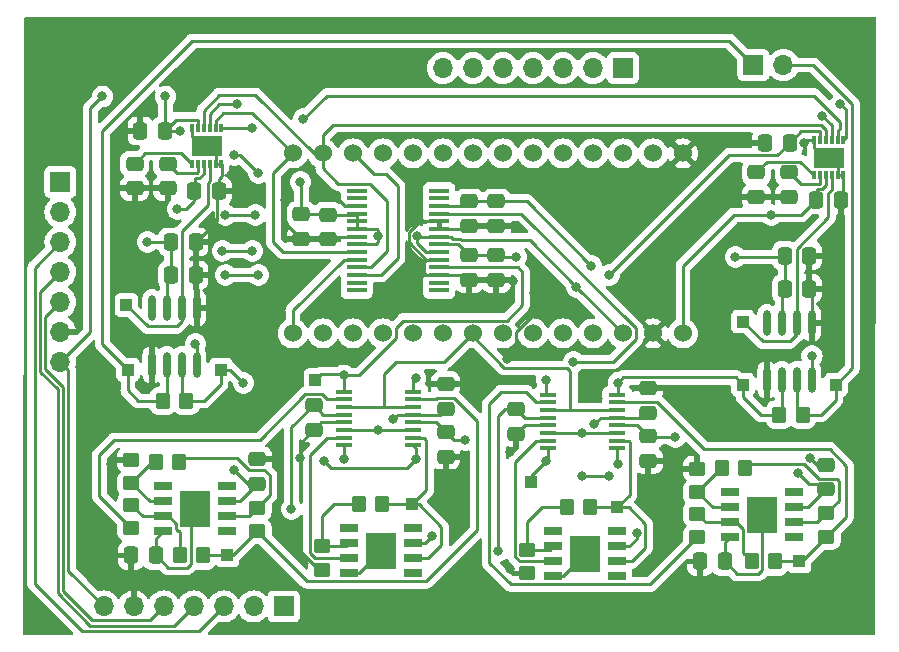
<source format=gbr>
%TF.GenerationSoftware,KiCad,Pcbnew,7.0.6-0*%
%TF.CreationDate,2024-01-17T10:18:31-05:00*%
%TF.ProjectId,channels1,6368616e-6e65-46c7-9331-2e6b69636164,rev?*%
%TF.SameCoordinates,Original*%
%TF.FileFunction,Copper,L1,Top*%
%TF.FilePolarity,Positive*%
%FSLAX46Y46*%
G04 Gerber Fmt 4.6, Leading zero omitted, Abs format (unit mm)*
G04 Created by KiCad (PCBNEW 7.0.6-0) date 2024-01-17 10:18:31*
%MOMM*%
%LPD*%
G01*
G04 APERTURE LIST*
G04 Aperture macros list*
%AMRoundRect*
0 Rectangle with rounded corners*
0 $1 Rounding radius*
0 $2 $3 $4 $5 $6 $7 $8 $9 X,Y pos of 4 corners*
0 Add a 4 corners polygon primitive as box body*
4,1,4,$2,$3,$4,$5,$6,$7,$8,$9,$2,$3,0*
0 Add four circle primitives for the rounded corners*
1,1,$1+$1,$2,$3*
1,1,$1+$1,$4,$5*
1,1,$1+$1,$6,$7*
1,1,$1+$1,$8,$9*
0 Add four rect primitives between the rounded corners*
20,1,$1+$1,$2,$3,$4,$5,0*
20,1,$1+$1,$4,$5,$6,$7,0*
20,1,$1+$1,$6,$7,$8,$9,0*
20,1,$1+$1,$8,$9,$2,$3,0*%
G04 Aperture macros list end*
%TA.AperFunction,SMDPad,CuDef*%
%ADD10RoundRect,0.250000X-0.450000X0.350000X-0.450000X-0.350000X0.450000X-0.350000X0.450000X0.350000X0*%
%TD*%
%TA.AperFunction,SMDPad,CuDef*%
%ADD11R,0.300000X0.800000*%
%TD*%
%TA.AperFunction,SMDPad,CuDef*%
%ADD12R,2.600000X1.800000*%
%TD*%
%TA.AperFunction,SMDPad,CuDef*%
%ADD13RoundRect,0.250000X-0.350000X-0.450000X0.350000X-0.450000X0.350000X0.450000X-0.350000X0.450000X0*%
%TD*%
%TA.AperFunction,SMDPad,CuDef*%
%ADD14RoundRect,0.250000X0.337500X0.475000X-0.337500X0.475000X-0.337500X-0.475000X0.337500X-0.475000X0*%
%TD*%
%TA.AperFunction,SMDPad,CuDef*%
%ADD15R,1.000000X1.000000*%
%TD*%
%TA.AperFunction,SMDPad,CuDef*%
%ADD16RoundRect,0.250000X0.475000X-0.337500X0.475000X0.337500X-0.475000X0.337500X-0.475000X-0.337500X0*%
%TD*%
%TA.AperFunction,SMDPad,CuDef*%
%ADD17RoundRect,0.250000X-0.475000X0.337500X-0.475000X-0.337500X0.475000X-0.337500X0.475000X0.337500X0*%
%TD*%
%TA.AperFunction,SMDPad,CuDef*%
%ADD18R,1.705000X0.450000*%
%TD*%
%TA.AperFunction,SMDPad,CuDef*%
%ADD19RoundRect,0.250000X-0.337500X-0.475000X0.337500X-0.475000X0.337500X0.475000X-0.337500X0.475000X0*%
%TD*%
%TA.AperFunction,ComponentPad*%
%ADD20R,1.700000X1.700000*%
%TD*%
%TA.AperFunction,ComponentPad*%
%ADD21O,1.700000X1.700000*%
%TD*%
%TA.AperFunction,ComponentPad*%
%ADD22C,1.530000*%
%TD*%
%TA.AperFunction,SMDPad,CuDef*%
%ADD23RoundRect,0.250000X0.450000X-0.350000X0.450000X0.350000X-0.450000X0.350000X-0.450000X-0.350000X0*%
%TD*%
%TA.AperFunction,SMDPad,CuDef*%
%ADD24R,1.525000X0.650000*%
%TD*%
%TA.AperFunction,SMDPad,CuDef*%
%ADD25R,2.600000X3.100000*%
%TD*%
%TA.AperFunction,SMDPad,CuDef*%
%ADD26R,1.475000X0.450000*%
%TD*%
%TA.AperFunction,SMDPad,CuDef*%
%ADD27O,0.599999X2.200001*%
%TD*%
%TA.AperFunction,ViaPad*%
%ADD28C,0.800000*%
%TD*%
%TA.AperFunction,Conductor*%
%ADD29C,0.250000*%
%TD*%
G04 APERTURE END LIST*
D10*
%TO.P,R8,1*%
%TO.N,GND*%
X162134000Y-113300000D03*
%TO.P,R8,2*%
%TO.N,Net-(IC8--IN)*%
X162134000Y-115300000D03*
%TD*%
D11*
%TO.P,IC5,1,REFIO*%
%TO.N,Net-(IC5-REFIO)*%
X119342000Y-87479000D03*
%TO.P,IC5,2,REF*%
%TO.N,Net-(IC5-REF)*%
X119842000Y-87479000D03*
%TO.P,IC5,3,VDD*%
%TO.N,+5 V*%
X120342000Y-87479000D03*
%TO.P,IC5,4,AIN+*%
%TO.N,CSR_V2*%
X120842000Y-87479000D03*
%TO.P,IC5,5,AIN-*%
%TO.N,GND*%
X121342000Y-87479000D03*
%TO.P,IC5,6,GND_1*%
X121842000Y-87479000D03*
%TO.P,IC5,7,CNVST*%
%TO.N,CsADC2*%
X121842000Y-84479000D03*
%TO.P,IC5,8,DOUT*%
%TO.N,Dout*%
X121342000Y-84479000D03*
%TO.P,IC5,9,SCLK*%
%TO.N,Sclk*%
X120842000Y-84479000D03*
%TO.P,IC5,10,DIN*%
%TO.N,Din*%
X120342000Y-84479000D03*
%TO.P,IC5,11,OVDD*%
%TO.N,+3.3V*%
X119842000Y-84479000D03*
%TO.P,IC5,12,AGNDS*%
%TO.N,GND*%
X119342000Y-84479000D03*
D12*
%TO.P,IC5,13,GND_2*%
X120592000Y-85979000D03*
%TD*%
D13*
%TO.P,R14,1*%
%TO.N,Net-(IC9--IN)*%
X116266000Y-112776000D03*
%TO.P,R14,2*%
%TO.N,Net-(IC9-OUT)*%
X118266000Y-112776000D03*
%TD*%
%TO.P,R15,1*%
%TO.N,Net-(IC9-+IN)*%
X118298000Y-120650000D03*
%TO.P,R15,2*%
%TO.N,IO2*%
X120298000Y-120650000D03*
%TD*%
%TO.P,R10,1*%
%TO.N,Net-(IC8-+IN)*%
X166722000Y-121158000D03*
%TO.P,R10,2*%
%TO.N,IO1*%
X168722000Y-121158000D03*
%TD*%
D14*
%TO.P,C18,1*%
%TO.N,GND*%
X121629500Y-89789000D03*
%TO.P,C18,2*%
%TO.N,+5 V*%
X119554500Y-89789000D03*
%TD*%
D15*
%TO.P,TP12,1,1*%
%TO.N,IO2*%
X122346000Y-120650000D03*
%TD*%
D16*
%TO.P,C19,1*%
%TO.N,GND*%
X167135000Y-90294000D03*
%TO.P,C19,2*%
%TO.N,Net-(IC4-REFIO)*%
X167135000Y-88219000D03*
%TD*%
D17*
%TO.P,C5,1*%
%TO.N,+15V*%
X145103000Y-95250000D03*
%TO.P,C5,2*%
%TO.N,GND*%
X145103000Y-97325000D03*
%TD*%
D18*
%TO.P,IC1,1,N.C._1*%
%TO.N,unconnected-(IC1-N.C._1-Pad1)*%
X133281000Y-89755000D03*
%TO.P,IC1,2,N.C._2*%
%TO.N,unconnected-(IC1-N.C._2-Pad2)*%
X133281000Y-90405000D03*
%TO.P,IC1,3,UNI/~{BIPB}*%
%TO.N,GND*%
X133281000Y-91055000D03*
%TO.P,IC1,4,~{SHDN}*%
%TO.N,+3.3V*%
X133281000Y-91705000D03*
%TO.P,IC1,5,~{LDAC}*%
X133281000Y-92355000D03*
%TO.P,IC1,6,~{CLR}*%
X133281000Y-93005000D03*
%TO.P,IC1,7,DGND*%
%TO.N,GND*%
X133281000Y-93655000D03*
%TO.P,IC1,8,VCC*%
%TO.N,+3.3V*%
X133281000Y-94305000D03*
%TO.P,IC1,9,DOUT*%
%TO.N,Dout*%
X133281000Y-94955000D03*
%TO.P,IC1,10,SCLK*%
%TO.N,Sclk*%
X133281000Y-95605000D03*
%TO.P,IC1,11,DIN*%
%TO.N,Din*%
X133281000Y-96255000D03*
%TO.P,IC1,12,~{CS}*%
%TO.N,CsDAC*%
X133281000Y-96905000D03*
%TO.P,IC1,13,N.C._3*%
%TO.N,unconnected-(IC1-N.C._3-Pad13)*%
X133281000Y-97555000D03*
%TO.P,IC1,14,N.C._4*%
%TO.N,unconnected-(IC1-N.C._4-Pad14)*%
X133281000Y-98205000D03*
%TO.P,IC1,15,N.C._5*%
%TO.N,unconnected-(IC1-N.C._5-Pad15)*%
X140277000Y-98205000D03*
%TO.P,IC1,16,N.C._6*%
%TO.N,unconnected-(IC1-N.C._6-Pad16)*%
X140277000Y-97555000D03*
%TO.P,IC1,17,UNI/~{BIPA}*%
%TO.N,GND*%
X140277000Y-96905000D03*
%TO.P,IC1,18,OUTA*%
%TO.N,DAC Out 2*%
X140277000Y-96255000D03*
%TO.P,IC1,19,SGNDA*%
%TO.N,GND*%
X140277000Y-95605000D03*
%TO.P,IC1,20,REFA*%
%TO.N,+3.3V*%
X140277000Y-94955000D03*
%TO.P,IC1,21,VDD*%
%TO.N,+15V*%
X140277000Y-94305000D03*
%TO.P,IC1,22,REFB*%
%TO.N,+3.3V*%
X140277000Y-93655000D03*
%TO.P,IC1,23,AGND*%
%TO.N,GND*%
X140277000Y-93005000D03*
%TO.P,IC1,24,SGNDB*%
X140277000Y-92355000D03*
%TO.P,IC1,25,OUTB*%
%TO.N,DAC Out 1*%
X140277000Y-91705000D03*
%TO.P,IC1,26,VSS*%
%TO.N,-15V*%
X140277000Y-91055000D03*
%TO.P,IC1,27,N.C._7*%
%TO.N,unconnected-(IC1-N.C._7-Pad27)*%
X140277000Y-90405000D03*
%TO.P,IC1,28,N.C._8*%
%TO.N,unconnected-(IC1-N.C._8-Pad28)*%
X140277000Y-89755000D03*
%TD*%
D15*
%TO.P,TP8,1,1*%
%TO.N,CSR_V2*%
X113792000Y-99441000D03*
%TD*%
D17*
%TO.P,C8,1*%
%TO.N,GND*%
X157988000Y-106490500D03*
%TO.P,C8,2*%
%TO.N,+34 V*%
X157988000Y-108565500D03*
%TD*%
D19*
%TO.P,C15,1*%
%TO.N,+15V*%
X169545000Y-98057000D03*
%TO.P,C15,2*%
%TO.N,GND*%
X171620000Y-98057000D03*
%TD*%
D13*
%TO.P,R9,1*%
%TO.N,Net-(IC8--IN)*%
X164182000Y-113284000D03*
%TO.P,R9,2*%
%TO.N,Net-(IC8-OUT)*%
X166182000Y-113284000D03*
%TD*%
D10*
%TO.P,R16,1*%
%TO.N,Net-(IC9-OUT)*%
X124886000Y-116602000D03*
%TO.P,R16,2*%
%TO.N,IO2*%
X124886000Y-118602000D03*
%TD*%
D16*
%TO.P,C12,1*%
%TO.N,GND*%
X140826000Y-112274500D03*
%TO.P,C12,2*%
%TO.N,+3.3V*%
X140826000Y-110199500D03*
%TD*%
D15*
%TO.P,TP9,1,1*%
%TO.N,Output1*%
X155366000Y-116586000D03*
%TD*%
D19*
%TO.P,C23,1*%
%TO.N,GND*%
X167875500Y-85700500D03*
%TO.P,C23,2*%
%TO.N,+3.3V*%
X169950500Y-85700500D03*
%TD*%
D15*
%TO.P,TP6,1,1*%
%TO.N,channel2*%
X121793000Y-104908500D03*
%TD*%
D17*
%TO.P,C6,1*%
%TO.N,+15V*%
X142817000Y-95250000D03*
%TO.P,C6,2*%
%TO.N,GND*%
X142817000Y-97325000D03*
%TD*%
D16*
%TO.P,C28,1*%
%TO.N,+34 V*%
X124886000Y-114575500D03*
%TO.P,C28,2*%
%TO.N,GND*%
X124886000Y-112500500D03*
%TD*%
D20*
%TO.P,J2,1,Pin_1*%
%TO.N,+5 V*%
X127107000Y-124968000D03*
D21*
%TO.P,J2,2,Pin_2*%
%TO.N,+15V*%
X124567000Y-124968000D03*
%TO.P,J2,3,Pin_3*%
%TO.N,-15V*%
X122027000Y-124968000D03*
%TO.P,J2,4,Pin_4*%
%TO.N,+34 V*%
X119487000Y-124968000D03*
%TO.P,J2,5,Pin_5*%
%TO.N,-34 V*%
X116947000Y-124968000D03*
%TO.P,J2,6,Pin_6*%
%TO.N,GND*%
X114407000Y-124968000D03*
%TO.P,J2,7,Pin_7*%
%TO.N,+3.3V*%
X111867000Y-124968000D03*
%TD*%
D11*
%TO.P,IC4,1,REFIO*%
%TO.N,Net-(IC4-REFIO)*%
X172005000Y-88458500D03*
%TO.P,IC4,2,REF*%
%TO.N,Net-(IC4-REF)*%
X172505000Y-88458500D03*
%TO.P,IC4,3,VDD*%
%TO.N,+5 V*%
X173005000Y-88458500D03*
%TO.P,IC4,4,AIN+*%
%TO.N,CSR_V1*%
X173505000Y-88458500D03*
%TO.P,IC4,5,AIN-*%
%TO.N,GND*%
X174005000Y-88458500D03*
%TO.P,IC4,6,GND_1*%
X174505000Y-88458500D03*
%TO.P,IC4,7,CNVST*%
%TO.N,CsADC1*%
X174505000Y-85458500D03*
%TO.P,IC4,8,DOUT*%
%TO.N,Dout*%
X174005000Y-85458500D03*
%TO.P,IC4,9,SCLK*%
%TO.N,Sclk*%
X173505000Y-85458500D03*
%TO.P,IC4,10,DIN*%
%TO.N,Din*%
X173005000Y-85458500D03*
%TO.P,IC4,11,OVDD*%
%TO.N,+3.3V*%
X172505000Y-85458500D03*
%TO.P,IC4,12,AGNDS*%
%TO.N,GND*%
X172005000Y-85458500D03*
D12*
%TO.P,IC4,13,GND_2*%
X173255000Y-86958500D03*
%TD*%
D16*
%TO.P,C7,1*%
%TO.N,GND*%
X146812000Y-110343500D03*
%TO.P,C7,2*%
%TO.N,-34 V*%
X146812000Y-108268500D03*
%TD*%
D13*
%TO.P,R1,1*%
%TO.N,channel1*%
X169053000Y-108725000D03*
%TO.P,R1,2*%
%TO.N,CSOutput1*%
X171053000Y-108725000D03*
%TD*%
D16*
%TO.P,C20,1*%
%TO.N,GND*%
X169929000Y-90294000D03*
%TO.P,C20,2*%
%TO.N,Net-(IC4-REF)*%
X169929000Y-88219000D03*
%TD*%
%TO.P,C10,1*%
%TO.N,GND*%
X129650000Y-109988500D03*
%TO.P,C10,2*%
%TO.N,-34 V*%
X129650000Y-107913500D03*
%TD*%
D20*
%TO.P,J1,1,Pin_1*%
%TO.N,+5 V*%
X108204000Y-89027000D03*
D21*
%TO.P,J1,2,Pin_2*%
%TO.N,+15V*%
X108204000Y-91567000D03*
%TO.P,J1,3,Pin_3*%
%TO.N,-15V*%
X108204000Y-94107000D03*
%TO.P,J1,4,Pin_4*%
%TO.N,+34 V*%
X108204000Y-96647000D03*
%TO.P,J1,5,Pin_5*%
%TO.N,-34 V*%
X108204000Y-99187000D03*
%TO.P,J1,6,Pin_6*%
%TO.N,GND*%
X108204000Y-101727000D03*
%TO.P,J1,7,Pin_7*%
%TO.N,+3.3V*%
X108204000Y-104267000D03*
%TD*%
D15*
%TO.P,TP2,1,1*%
%TO.N,DAC Out 1*%
X148082000Y-114427000D03*
%TD*%
D22*
%TO.P,U1,0,0*%
%TO.N,CsADC1*%
X158369000Y-86614000D03*
%TO.P,U1,1,1*%
%TO.N,E_control*%
X155829000Y-86614000D03*
%TO.P,U1,2,2*%
%TO.N,D_control*%
X153289000Y-86614000D03*
%TO.P,U1,3,3*%
%TO.N,S0*%
X150749000Y-86614000D03*
%TO.P,U1,3.3V_2,3.3V_2*%
%TO.N,+3.3V*%
X155829000Y-101854000D03*
%TO.P,U1,4,4*%
%TO.N,S1*%
X148209000Y-86614000D03*
%TO.P,U1,5,5*%
%TO.N,S2*%
X145669000Y-86614000D03*
%TO.P,U1,6,6*%
%TO.N,S3*%
X143129000Y-86614000D03*
%TO.P,U1,7,7*%
%TO.N,S*%
X140589000Y-86614000D03*
%TO.P,U1,8,8*%
%TO.N,CsADC2*%
X138049000Y-86614000D03*
%TO.P,U1,9,9*%
%TO.N,unconnected-(U1-Pad9)*%
X135509000Y-86614000D03*
%TO.P,U1,10,10*%
%TO.N,CsDAC*%
X132969000Y-86614000D03*
%TO.P,U1,11,11*%
%TO.N,Din*%
X130429000Y-86614000D03*
%TO.P,U1,12,12*%
%TO.N,Dout*%
X127889000Y-86614000D03*
%TO.P,U1,13,13*%
%TO.N,Sclk*%
X127889000Y-101854000D03*
%TO.P,U1,14,14*%
%TO.N,unconnected-(U1-Pad14)*%
X130429000Y-101854000D03*
%TO.P,U1,15,15*%
%TO.N,unconnected-(U1-Pad15)*%
X132969000Y-101854000D03*
%TO.P,U1,16,16*%
%TO.N,unconnected-(U1-Pad16)*%
X135509000Y-101854000D03*
%TO.P,U1,17,17*%
%TO.N,unconnected-(U1-Pad17)*%
X138049000Y-101854000D03*
%TO.P,U1,18,18*%
%TO.N,unconnected-(U1-Pad18)*%
X140589000Y-101854000D03*
%TO.P,U1,19,19*%
%TO.N,current mode*%
X143129000Y-101854000D03*
%TO.P,U1,20,20*%
%TO.N,voltage mode*%
X145669000Y-101854000D03*
%TO.P,U1,21,21*%
%TO.N,unconnected-(U1-Pad21)*%
X148209000Y-101854000D03*
%TO.P,U1,22,22*%
%TO.N,unconnected-(U1-Pad22)*%
X150749000Y-101854000D03*
%TO.P,U1,23,23*%
%TO.N,unconnected-(U1-Pad23)*%
X153289000Y-101854000D03*
%TO.P,U1,G1,G1*%
%TO.N,GND*%
X160909000Y-86614000D03*
%TO.P,U1,G3,G3*%
X158369000Y-101854000D03*
%TO.P,U1,VIN,VIN*%
%TO.N,+5 V*%
X160909000Y-101854000D03*
%TD*%
D16*
%TO.P,C9,1*%
%TO.N,GND*%
X157988000Y-112629500D03*
%TO.P,C9,2*%
%TO.N,+3.3V*%
X157988000Y-110554500D03*
%TD*%
D23*
%TO.P,R12,1*%
%TO.N,REF2*%
X114218000Y-118348000D03*
%TO.P,R12,2*%
%TO.N,Net-(IC9-+IN)*%
X114218000Y-116348000D03*
%TD*%
D16*
%TO.P,C2,1*%
%TO.N,GND*%
X130841000Y-93862000D03*
%TO.P,C2,2*%
%TO.N,+3.3V*%
X130841000Y-91787000D03*
%TD*%
D15*
%TO.P,TP4,1,1*%
%TO.N,CSOutput1*%
X173863000Y-106185000D03*
%TD*%
D24*
%TO.P,IC7,1,E/D_COM*%
%TO.N,unconnected-(IC7-E{slash}D_COM-Pad1)*%
X132670000Y-118364000D03*
%TO.P,IC7,2,-IN*%
%TO.N,Net-(IC7--IN)*%
X132670000Y-119634000D03*
%TO.P,IC7,3,+IN*%
%TO.N,Input2*%
X132670000Y-120904000D03*
%TO.P,IC7,4,V-*%
%TO.N,-34 V*%
X132670000Y-122174000D03*
%TO.P,IC7,5,STATUS_FLAG*%
%TO.N,unconnected-(IC7-STATUS_FLAG-Pad5)*%
X138094000Y-122174000D03*
%TO.P,IC7,6,OUT*%
%TO.N,Output2*%
X138094000Y-120904000D03*
%TO.P,IC7,7,V+*%
%TO.N,+34 V*%
X138094000Y-119634000D03*
%TO.P,IC7,8,E/D*%
%TO.N,unconnected-(IC7-E{slash}D-Pad8)*%
X138094000Y-118364000D03*
D25*
%TO.P,IC7,9,EP*%
%TO.N,-34 V*%
X135382000Y-120269000D03*
%TD*%
D15*
%TO.P,TP5,1,1*%
%TO.N,CSOutput2*%
X113919000Y-104908500D03*
%TD*%
D19*
%TO.P,C13,1*%
%TO.N,+15V*%
X169545000Y-95263000D03*
%TO.P,C13,2*%
%TO.N,GND*%
X171620000Y-95263000D03*
%TD*%
D15*
%TO.P,TP3,1,1*%
%TO.N,channel1*%
X165989000Y-106185000D03*
%TD*%
D16*
%TO.P,C22,1*%
%TO.N,GND*%
X117290000Y-89556500D03*
%TO.P,C22,2*%
%TO.N,Net-(IC5-REF)*%
X117290000Y-87481500D03*
%TD*%
D10*
%TO.P,R3,1*%
%TO.N,Net-(IC6--IN)*%
X147746000Y-120174000D03*
%TO.P,R3,2*%
%TO.N,GND*%
X147746000Y-122174000D03*
%TD*%
D14*
%TO.P,C27,1*%
%TO.N,-34 V*%
X116271500Y-120650000D03*
%TO.P,C27,2*%
%TO.N,GND*%
X114196500Y-120650000D03*
%TD*%
D26*
%TO.P,IC2,1,A1*%
%TO.N,DAC Out 1*%
X149462000Y-107031000D03*
%TO.P,IC2,2,B1*%
%TO.N,REF1*%
X149462000Y-107681000D03*
%TO.P,IC2,3,EN1*%
%TO.N,current mode*%
X149462000Y-108331000D03*
%TO.P,IC2,4,VSS*%
%TO.N,-34 V*%
X149462000Y-108981000D03*
%TO.P,IC2,5,GND*%
%TO.N,GND*%
X149462000Y-109631000D03*
%TO.P,IC2,6,EN4*%
%TO.N,voltage mode*%
X149462000Y-110281000D03*
%TO.P,IC2,7,B4*%
%TO.N,Input1*%
X149462000Y-110931000D03*
%TO.P,IC2,8,A4*%
%TO.N,DAC Out 1*%
X149462000Y-111581000D03*
%TO.P,IC2,9,A3*%
%TO.N,channel1*%
X155338000Y-111581000D03*
%TO.P,IC2,10,B3*%
%TO.N,Output1*%
X155338000Y-110931000D03*
%TO.P,IC2,11,EN3*%
%TO.N,voltage mode*%
X155338000Y-110281000D03*
%TO.P,IC2,12,VL*%
%TO.N,+3.3V*%
X155338000Y-109631000D03*
%TO.P,IC2,13,VDD*%
%TO.N,+34 V*%
X155338000Y-108981000D03*
%TO.P,IC2,14,EN2*%
%TO.N,current mode*%
X155338000Y-108331000D03*
%TO.P,IC2,15,B2*%
%TO.N,IO1*%
X155338000Y-107681000D03*
%TO.P,IC2,16,A2*%
%TO.N,channel1*%
X155338000Y-107031000D03*
%TD*%
D27*
%TO.P,U3,1,REFB*%
%TO.N,GND*%
X115951000Y-104495000D03*
%TO.P,U3,2,IN-*%
%TO.N,CSOutput2*%
X117221000Y-104495000D03*
%TO.P,U3,3,IN+*%
%TO.N,channel2*%
X118491000Y-104495000D03*
%TO.P,U3,4,V-*%
%TO.N,-15V*%
X119761000Y-104495000D03*
%TO.P,U3,5,REFA*%
%TO.N,GND*%
X119761000Y-99695000D03*
%TO.P,U3,6,VOUT*%
%TO.N,CSR_V2*%
X118491000Y-99695000D03*
%TO.P,U3,7,V+*%
%TO.N,+15V*%
X117221000Y-99695000D03*
%TO.P,U3,8,NC*%
%TO.N,unconnected-(U3-NC-Pad8)*%
X115951000Y-99695000D03*
%TD*%
D20*
%TO.P,J4,1,Pin_1*%
%TO.N,CSOutput2*%
X166878000Y-79121000D03*
D21*
%TO.P,J4,2,Pin_2*%
%TO.N,CSOutput1*%
X169418000Y-79121000D03*
%TD*%
D19*
%TO.P,C24,1*%
%TO.N,GND*%
X114982500Y-84709000D03*
%TO.P,C24,2*%
%TO.N,+3.3V*%
X117057500Y-84709000D03*
%TD*%
D16*
%TO.P,C21,1*%
%TO.N,GND*%
X114496000Y-89556500D03*
%TO.P,C21,2*%
%TO.N,Net-(IC5-REFIO)*%
X114496000Y-87481500D03*
%TD*%
D14*
%TO.P,C17,1*%
%TO.N,GND*%
X174268500Y-90526500D03*
%TO.P,C17,2*%
%TO.N,+5 V*%
X172193500Y-90526500D03*
%TD*%
D27*
%TO.P,U2,1,REFB*%
%TO.N,GND*%
X168021000Y-105765000D03*
%TO.P,U2,2,IN-*%
%TO.N,channel1*%
X169291000Y-105765000D03*
%TO.P,U2,3,IN+*%
%TO.N,CSOutput1*%
X170561000Y-105765000D03*
%TO.P,U2,4,V-*%
%TO.N,-15V*%
X171831000Y-105765000D03*
%TO.P,U2,5,REFA*%
%TO.N,GND*%
X171831000Y-100965000D03*
%TO.P,U2,6,VOUT*%
%TO.N,CSR_V1*%
X170561000Y-100965000D03*
%TO.P,U2,7,V+*%
%TO.N,+15V*%
X169291000Y-100965000D03*
%TO.P,U2,8,NC*%
%TO.N,unconnected-(U2-NC-Pad8)*%
X168021000Y-100965000D03*
%TD*%
D10*
%TO.P,R5,1*%
%TO.N,Net-(IC7--IN)*%
X130384000Y-119888000D03*
%TO.P,R5,2*%
%TO.N,GND*%
X130384000Y-121888000D03*
%TD*%
D26*
%TO.P,IC3,1,A1*%
%TO.N,DAC Out 2*%
X132190000Y-106777000D03*
%TO.P,IC3,2,B1*%
%TO.N,REF2*%
X132190000Y-107427000D03*
%TO.P,IC3,3,EN1*%
%TO.N,current mode*%
X132190000Y-108077000D03*
%TO.P,IC3,4,VSS*%
%TO.N,-34 V*%
X132190000Y-108727000D03*
%TO.P,IC3,5,GND*%
%TO.N,GND*%
X132190000Y-109377000D03*
%TO.P,IC3,6,EN4*%
%TO.N,voltage mode*%
X132190000Y-110027000D03*
%TO.P,IC3,7,B4*%
%TO.N,Input2*%
X132190000Y-110677000D03*
%TO.P,IC3,8,A4*%
%TO.N,DAC Out 2*%
X132190000Y-111327000D03*
%TO.P,IC3,9,A3*%
%TO.N,channel2*%
X138066000Y-111327000D03*
%TO.P,IC3,10,B3*%
%TO.N,Output2*%
X138066000Y-110677000D03*
%TO.P,IC3,11,EN3*%
%TO.N,voltage mode*%
X138066000Y-110027000D03*
%TO.P,IC3,12,VL*%
%TO.N,+3.3V*%
X138066000Y-109377000D03*
%TO.P,IC3,13,VDD*%
%TO.N,+34 V*%
X138066000Y-108727000D03*
%TO.P,IC3,14,EN2*%
%TO.N,current mode*%
X138066000Y-108077000D03*
%TO.P,IC3,15,B2*%
%TO.N,IO2*%
X138066000Y-107427000D03*
%TO.P,IC3,16,A2*%
%TO.N,channel2*%
X138066000Y-106777000D03*
%TD*%
D24*
%TO.P,IC9,1,E/D_COM*%
%TO.N,unconnected-(IC9-E{slash}D_COM-Pad1)*%
X116922000Y-114808000D03*
%TO.P,IC9,2,-IN*%
%TO.N,Net-(IC9--IN)*%
X116922000Y-116078000D03*
%TO.P,IC9,3,+IN*%
%TO.N,Net-(IC9-+IN)*%
X116922000Y-117348000D03*
%TO.P,IC9,4,V-*%
%TO.N,-34 V*%
X116922000Y-118618000D03*
%TO.P,IC9,5,STATUS_FLAG*%
%TO.N,unconnected-(IC9-STATUS_FLAG-Pad5)*%
X122346000Y-118618000D03*
%TO.P,IC9,6,OUT*%
%TO.N,Net-(IC9-OUT)*%
X122346000Y-117348000D03*
%TO.P,IC9,7,V+*%
%TO.N,+34 V*%
X122346000Y-116078000D03*
%TO.P,IC9,8,E/D*%
%TO.N,unconnected-(IC9-E{slash}D-Pad8)*%
X122346000Y-114808000D03*
D25*
%TO.P,IC9,9,EP*%
%TO.N,-34 V*%
X119634000Y-116713000D03*
%TD*%
D13*
%TO.P,R4,1*%
%TO.N,Net-(IC6--IN)*%
X151080000Y-116586000D03*
%TO.P,R4,2*%
%TO.N,Output1*%
X153080000Y-116586000D03*
%TD*%
D14*
%TO.P,C25,1*%
%TO.N,-34 V*%
X164441500Y-121158000D03*
%TO.P,C25,2*%
%TO.N,GND*%
X162366500Y-121158000D03*
%TD*%
D16*
%TO.P,C4,1*%
%TO.N,GND*%
X145103000Y-92753000D03*
%TO.P,C4,2*%
%TO.N,-15V*%
X145103000Y-90678000D03*
%TD*%
%TO.P,C26,1*%
%TO.N,+34 V*%
X173056000Y-115062000D03*
%TO.P,C26,2*%
%TO.N,GND*%
X173056000Y-112987000D03*
%TD*%
D24*
%TO.P,IC6,1,E/D_COM*%
%TO.N,unconnected-(IC6-E{slash}D_COM-Pad1)*%
X149942000Y-118618000D03*
%TO.P,IC6,2,-IN*%
%TO.N,Net-(IC6--IN)*%
X149942000Y-119888000D03*
%TO.P,IC6,3,+IN*%
%TO.N,Input1*%
X149942000Y-121158000D03*
%TO.P,IC6,4,V-*%
%TO.N,-34 V*%
X149942000Y-122428000D03*
%TO.P,IC6,5,STATUS_FLAG*%
%TO.N,unconnected-(IC6-STATUS_FLAG-Pad5)*%
X155366000Y-122428000D03*
%TO.P,IC6,6,OUT*%
%TO.N,Output1*%
X155366000Y-121158000D03*
%TO.P,IC6,7,V+*%
%TO.N,+34 V*%
X155366000Y-119888000D03*
%TO.P,IC6,8,E/D*%
%TO.N,unconnected-(IC6-E{slash}D-Pad8)*%
X155366000Y-118618000D03*
D25*
%TO.P,IC6,9,EP*%
%TO.N,-34 V*%
X152654000Y-120523000D03*
%TD*%
D17*
%TO.P,C11,1*%
%TO.N,GND*%
X140826000Y-106135500D03*
%TO.P,C11,2*%
%TO.N,+34 V*%
X140826000Y-108210500D03*
%TD*%
D13*
%TO.P,R6,1*%
%TO.N,Net-(IC7--IN)*%
X133448000Y-116332000D03*
%TO.P,R6,2*%
%TO.N,Output2*%
X135448000Y-116332000D03*
%TD*%
D15*
%TO.P,TP10,1,1*%
%TO.N,Output2*%
X138004000Y-116332000D03*
%TD*%
D24*
%TO.P,IC8,1,E/D_COM*%
%TO.N,unconnected-(IC8-E{slash}D_COM-Pad1)*%
X164928000Y-115316000D03*
%TO.P,IC8,2,-IN*%
%TO.N,Net-(IC8--IN)*%
X164928000Y-116586000D03*
%TO.P,IC8,3,+IN*%
%TO.N,Net-(IC8-+IN)*%
X164928000Y-117856000D03*
%TO.P,IC8,4,V-*%
%TO.N,-34 V*%
X164928000Y-119126000D03*
%TO.P,IC8,5,STATUS_FLAG*%
%TO.N,unconnected-(IC8-STATUS_FLAG-Pad5)*%
X170352000Y-119126000D03*
%TO.P,IC8,6,OUT*%
%TO.N,Net-(IC8-OUT)*%
X170352000Y-117856000D03*
%TO.P,IC8,7,V+*%
%TO.N,+34 V*%
X170352000Y-116586000D03*
%TO.P,IC8,8,E/D*%
%TO.N,unconnected-(IC8-E{slash}D-Pad8)*%
X170352000Y-115316000D03*
D25*
%TO.P,IC8,9,EP*%
%TO.N,-34 V*%
X167640000Y-117221000D03*
%TD*%
D16*
%TO.P,C1,1*%
%TO.N,GND*%
X128593000Y-93840500D03*
%TO.P,C1,2*%
%TO.N,+3.3V*%
X128593000Y-91765500D03*
%TD*%
D19*
%TO.P,C16,1*%
%TO.N,+15V*%
X117580500Y-96901000D03*
%TO.P,C16,2*%
%TO.N,GND*%
X119655500Y-96901000D03*
%TD*%
D10*
%TO.P,R13,1*%
%TO.N,GND*%
X114218000Y-112538000D03*
%TO.P,R13,2*%
%TO.N,Net-(IC9--IN)*%
X114218000Y-114538000D03*
%TD*%
D15*
%TO.P,TP11,1,1*%
%TO.N,IO1*%
X170770000Y-121158000D03*
%TD*%
%TO.P,TP1,1,1*%
%TO.N,DAC Out 2*%
X129794000Y-105791000D03*
%TD*%
D13*
%TO.P,R2,1*%
%TO.N,CSOutput2*%
X116872000Y-107569000D03*
%TO.P,R2,2*%
%TO.N,channel2*%
X118872000Y-107569000D03*
%TD*%
D20*
%TO.P,J3,1,Pin_1*%
%TO.N,E_control*%
X155829000Y-79375000D03*
D21*
%TO.P,J3,2,Pin_2*%
%TO.N,D_control*%
X153289000Y-79375000D03*
%TO.P,J3,3,Pin_3*%
%TO.N,S0*%
X150749000Y-79375000D03*
%TO.P,J3,4,Pin_4*%
%TO.N,S1*%
X148209000Y-79375000D03*
%TO.P,J3,5,Pin_5*%
%TO.N,S2*%
X145669000Y-79375000D03*
%TO.P,J3,6,Pin_6*%
%TO.N,S3*%
X143129000Y-79375000D03*
%TO.P,J3,7,Pin_7*%
%TO.N,S*%
X140589000Y-79375000D03*
%TD*%
D10*
%TO.P,R11,1*%
%TO.N,Net-(IC8-OUT)*%
X173056000Y-117094000D03*
%TO.P,R11,2*%
%TO.N,IO1*%
X173056000Y-119094000D03*
%TD*%
D15*
%TO.P,TP7,1,1*%
%TO.N,CSR_V1*%
X165989000Y-100851000D03*
%TD*%
D23*
%TO.P,R7,1*%
%TO.N,REF1*%
X162134000Y-119110000D03*
%TO.P,R7,2*%
%TO.N,Net-(IC8-+IN)*%
X162134000Y-117110000D03*
%TD*%
D19*
%TO.P,C14,1*%
%TO.N,+15V*%
X117580500Y-94107000D03*
%TO.P,C14,2*%
%TO.N,GND*%
X119655500Y-94107000D03*
%TD*%
D16*
%TO.P,C3,1*%
%TO.N,GND*%
X142817000Y-92753000D03*
%TO.P,C3,2*%
%TO.N,-15V*%
X142817000Y-90678000D03*
%TD*%
D28*
%TO.N,GND*%
X146558000Y-97409000D03*
X127254000Y-90551000D03*
X171196000Y-85725000D03*
X128524000Y-112395000D03*
X171708299Y-112390701D03*
X107696000Y-77851000D03*
X106680000Y-76581000D03*
X107696000Y-76581000D03*
X172974000Y-124333000D03*
X143256000Y-105283000D03*
X173990000Y-123317000D03*
X152146000Y-89027000D03*
X142494000Y-113411000D03*
X175133000Y-79248000D03*
X146304000Y-121793000D03*
X146054299Y-104008701D03*
X148336000Y-98425000D03*
X128016000Y-119761000D03*
X126492000Y-111379000D03*
X175133000Y-80264000D03*
X161798000Y-79375000D03*
X166878000Y-97917000D03*
X153416000Y-89027000D03*
X131318000Y-90043000D03*
X159004000Y-114935000D03*
X174244000Y-93853000D03*
X106680000Y-77851000D03*
X173990000Y-124333000D03*
X112522000Y-112903000D03*
X176149000Y-79248000D03*
X146304000Y-111887000D03*
X172974000Y-123317000D03*
X176149000Y-80264000D03*
%TO.N,+3.3V*%
X151892000Y-97917000D03*
X122936000Y-86741000D03*
X128524000Y-89027000D03*
X111760000Y-81788000D03*
X152400000Y-113919000D03*
X160274000Y-110617000D03*
X154686000Y-96901000D03*
X117094000Y-81788000D03*
X118364000Y-84709000D03*
X154686000Y-113919000D03*
X124968000Y-88265000D03*
X135128000Y-93599000D03*
X142494000Y-110871000D03*
X138430000Y-93599000D03*
%TO.N,-15V*%
X153162000Y-96139000D03*
X171831000Y-103759000D03*
X122174000Y-96901000D03*
X124968000Y-96901000D03*
X119634000Y-102743000D03*
%TO.N,+15V*%
X165354000Y-95377000D03*
X115570000Y-94107000D03*
X121920000Y-94869000D03*
X146812000Y-95377000D03*
X124460000Y-94869000D03*
%TO.N,-34 V*%
X152654000Y-120523000D03*
X119634000Y-116713000D03*
X127762000Y-116713000D03*
X135382000Y-120269000D03*
X145288000Y-120269000D03*
X167644299Y-117225299D03*
%TO.N,+34 V*%
X157009500Y-118745000D03*
X122936000Y-113411000D03*
X170688000Y-113665000D03*
X136398000Y-109093000D03*
X153416000Y-109556500D03*
X139700000Y-118999000D03*
%TO.N,+5 V*%
X124714000Y-91821000D03*
X168402000Y-91821000D03*
X122174000Y-91821000D03*
X118110000Y-91313000D03*
%TO.N,Dout*%
X128778000Y-83693000D03*
%TO.N,Sclk*%
X123190000Y-82423000D03*
X172720354Y-83438647D03*
%TO.N,DAC Out 2*%
X132190000Y-105395000D03*
X132190000Y-112507000D03*
%TO.N,DAC Out 1*%
X149352000Y-105750000D03*
X151642299Y-104262701D03*
X149352000Y-112608000D03*
%TO.N,voltage mode*%
X152400000Y-110281000D03*
X135128000Y-110027000D03*
%TO.N,channel1*%
X155448000Y-106004000D03*
X155448000Y-112862000D03*
%TO.N,channel2*%
X130556000Y-112649000D03*
X138286000Y-112507000D03*
X123698000Y-106045000D03*
X138286000Y-105649000D03*
%TO.N,CsADC1*%
X174244000Y-82423000D03*
%TO.N,CsADC2*%
X124460000Y-84455000D03*
%TD*%
D29*
%TO.N,GND*%
X119655500Y-94107000D02*
X119655500Y-96901000D01*
X146054299Y-104008701D02*
X146759000Y-103304000D01*
X137705000Y-94135500D02*
X139174500Y-95605000D01*
X140277000Y-92355000D02*
X138648695Y-92355000D01*
X171462500Y-85458500D02*
X171196000Y-85725000D01*
X138648695Y-92355000D02*
X137705000Y-93298695D01*
X174268500Y-90505000D02*
X174505000Y-90268500D01*
X146759000Y-101762507D02*
X148336000Y-100185507D01*
X172005000Y-86108500D02*
X172855000Y-86958500D01*
X146759000Y-103304000D02*
X146759000Y-101762507D01*
X120592000Y-85979000D02*
X121342000Y-86729000D01*
X121862000Y-88519000D02*
X121862000Y-87499000D01*
X145103000Y-92753000D02*
X142817000Y-92753000D01*
X121342000Y-86729000D02*
X121342000Y-87479000D01*
X148336000Y-100185507D02*
X148336000Y-98425000D01*
X140277000Y-93005000D02*
X142565000Y-93005000D01*
X137705000Y-93298695D02*
X137705000Y-94135500D01*
X128524000Y-112395000D02*
X128524000Y-111114500D01*
X121449000Y-92313500D02*
X119655500Y-94107000D01*
X121862000Y-87499000D02*
X121842000Y-87479000D01*
X174005000Y-87708500D02*
X174005000Y-88458500D01*
X132330000Y-91055000D02*
X131318000Y-90043000D01*
X121629500Y-88751500D02*
X121862000Y-88519000D01*
X112887000Y-112538000D02*
X112522000Y-112903000D01*
X171620000Y-98057000D02*
X171831000Y-98268000D01*
X121629500Y-89789000D02*
X121629500Y-88751500D01*
X174268500Y-90526500D02*
X174268500Y-90505000D01*
X173255000Y-86958500D02*
X174005000Y-87708500D01*
X139174500Y-96905000D02*
X140277000Y-96905000D01*
X114218000Y-112538000D02*
X112887000Y-112538000D01*
X119342000Y-84479000D02*
X119342000Y-85179000D01*
X128593000Y-93840500D02*
X127254000Y-92501500D01*
X121449000Y-89969500D02*
X121449000Y-92313500D01*
X173056000Y-112987000D02*
X172304598Y-112987000D01*
X149462000Y-109631000D02*
X147524500Y-109631000D01*
X142565000Y-93005000D02*
X142817000Y-92753000D01*
X133281000Y-91055000D02*
X132330000Y-91055000D01*
X142397000Y-96905000D02*
X142817000Y-97325000D01*
X128593000Y-93840500D02*
X130819500Y-93840500D01*
X145103000Y-97325000D02*
X146474000Y-97325000D01*
X119761000Y-97006500D02*
X119761000Y-99835000D01*
X130134431Y-121888000D02*
X128016000Y-119769569D01*
X147746000Y-122174000D02*
X146685000Y-122174000D01*
X130841000Y-93862000D02*
X131048000Y-93655000D01*
X130261500Y-109377000D02*
X129650000Y-109988500D01*
X172005000Y-85458500D02*
X171462500Y-85458500D01*
X174505000Y-90268500D02*
X174505000Y-88458500D01*
X131048000Y-93655000D02*
X133281000Y-93655000D01*
X119655500Y-96901000D02*
X119761000Y-97006500D01*
X167135000Y-90294000D02*
X169929000Y-90294000D01*
X174505000Y-88458500D02*
X174005000Y-88458500D01*
X139007000Y-96737500D02*
X139174500Y-96905000D01*
X172304598Y-112987000D02*
X171708299Y-112390701D01*
X117290000Y-89556500D02*
X114496000Y-89556500D01*
X128016000Y-119769569D02*
X128016000Y-119761000D01*
X172005000Y-85458500D02*
X172005000Y-86108500D01*
X119342000Y-85179000D02*
X120142000Y-85979000D01*
X130384000Y-121888000D02*
X130134431Y-121888000D01*
X146474000Y-97325000D02*
X146558000Y-97409000D01*
X120142000Y-85979000D02*
X120592000Y-85979000D01*
X121629500Y-89789000D02*
X121449000Y-89969500D01*
X145103000Y-97325000D02*
X142817000Y-97325000D01*
X127254000Y-92501500D02*
X127254000Y-90551000D01*
X121342000Y-87479000D02*
X121842000Y-87479000D01*
X171620000Y-95263000D02*
X171620000Y-98057000D01*
X172855000Y-86958500D02*
X173255000Y-86958500D01*
X146685000Y-122174000D02*
X146304000Y-121793000D01*
X171831000Y-98268000D02*
X171831000Y-101105000D01*
X132190000Y-109377000D02*
X130261500Y-109377000D01*
X139174500Y-95605000D02*
X140277000Y-95605000D01*
X130819500Y-93840500D02*
X130841000Y-93862000D01*
X140277000Y-93005000D02*
X140277000Y-92355000D01*
X147524500Y-109631000D02*
X146812000Y-110343500D01*
X128524000Y-111114500D02*
X129650000Y-109988500D01*
X139007000Y-95772500D02*
X139007000Y-96737500D01*
X139174500Y-95605000D02*
X139007000Y-95772500D01*
X140277000Y-96905000D02*
X142397000Y-96905000D01*
%TO.N,+3.3V*%
X117094000Y-84672500D02*
X117057500Y-84709000D01*
X133281000Y-93005000D02*
X135042000Y-93005000D01*
X118364000Y-84709000D02*
X117057500Y-84709000D01*
X151892000Y-97917000D02*
X155829000Y-101854000D01*
X155338000Y-109631000D02*
X157064500Y-109631000D01*
X142058396Y-93855000D02*
X142183396Y-93980000D01*
X135042000Y-93005000D02*
X135128000Y-93091000D01*
X130841000Y-91787000D02*
X133199000Y-91787000D01*
X117094000Y-81788000D02*
X117094000Y-84672500D01*
X134930000Y-94305000D02*
X133281000Y-94305000D01*
X128593000Y-91765500D02*
X130819500Y-91765500D01*
X141497500Y-110871000D02*
X140826000Y-110199500D01*
X138430000Y-94210500D02*
X138430000Y-93655000D01*
X142183396Y-93980000D02*
X147955000Y-93980000D01*
X119842000Y-83779000D02*
X119842000Y-84479000D01*
X138066000Y-109377000D02*
X140003500Y-109377000D01*
X118012500Y-83754000D02*
X119817000Y-83754000D01*
X168900500Y-86750500D02*
X164836500Y-86750500D01*
X128593000Y-91765500D02*
X128593000Y-89096000D01*
X160274000Y-110617000D02*
X158050500Y-110617000D01*
X141480000Y-93855000D02*
X142058396Y-93855000D01*
X170917500Y-84733500D02*
X172480000Y-84733500D01*
X128593000Y-89096000D02*
X128524000Y-89027000D01*
X133199000Y-91787000D02*
X133281000Y-91705000D01*
X172480000Y-84733500D02*
X172505000Y-84758500D01*
X108871000Y-121972000D02*
X108871000Y-104934000D01*
X141280000Y-93655000D02*
X141480000Y-93855000D01*
X164836500Y-86750500D02*
X154686000Y-96901000D01*
X169950500Y-85700500D02*
X170917500Y-84733500D01*
X135128000Y-93599000D02*
X135128000Y-94107000D01*
X110744000Y-101727000D02*
X110744000Y-82804000D01*
X117057500Y-84709000D02*
X118012500Y-83754000D01*
X154686000Y-113919000D02*
X152400000Y-113919000D01*
X157064500Y-109631000D02*
X157988000Y-110554500D01*
X135128000Y-93091000D02*
X135128000Y-93599000D01*
X139174500Y-94955000D02*
X138430000Y-94210500D01*
X111867000Y-124968000D02*
X108871000Y-121972000D01*
X147955000Y-93980000D02*
X151892000Y-97917000D01*
X110744000Y-82804000D02*
X111760000Y-81788000D01*
X142494000Y-110871000D02*
X141497500Y-110871000D01*
X130819500Y-91765500D02*
X130841000Y-91787000D01*
X140277000Y-93655000D02*
X141280000Y-93655000D01*
X108871000Y-104934000D02*
X108204000Y-104267000D01*
X140277000Y-94955000D02*
X139174500Y-94955000D01*
X133281000Y-91705000D02*
X133281000Y-93005000D01*
X138430000Y-93655000D02*
X140277000Y-93655000D01*
X123444000Y-86741000D02*
X122936000Y-86741000D01*
X124968000Y-88265000D02*
X123444000Y-86741000D01*
X140003500Y-109377000D02*
X140826000Y-110199500D01*
X169950500Y-85700500D02*
X168900500Y-86750500D01*
X135128000Y-94107000D02*
X134930000Y-94305000D01*
X172505000Y-84758500D02*
X172505000Y-85458500D01*
X108204000Y-104267000D02*
X110744000Y-101727000D01*
X119817000Y-83754000D02*
X119842000Y-83779000D01*
X158050500Y-110617000D02*
X157988000Y-110554500D01*
%TO.N,-15V*%
X110023000Y-127043000D02*
X106034000Y-123054000D01*
X147701000Y-90678000D02*
X145103000Y-90678000D01*
X153162000Y-96139000D02*
X147701000Y-90678000D01*
X119761000Y-104495000D02*
X119761000Y-102870000D01*
X119952000Y-127043000D02*
X110023000Y-127043000D01*
X145103000Y-90678000D02*
X142817000Y-90678000D01*
X106034000Y-123054000D02*
X106034000Y-96277000D01*
X119761000Y-102870000D02*
X119634000Y-102743000D01*
X122174000Y-96901000D02*
X124968000Y-96901000D01*
X171831000Y-103759000D02*
X171831000Y-105905000D01*
X140277000Y-91055000D02*
X142440000Y-91055000D01*
X122027000Y-124968000D02*
X119952000Y-127043000D01*
X142440000Y-91055000D02*
X142817000Y-90678000D01*
X106034000Y-96277000D02*
X108204000Y-94107000D01*
%TO.N,+15V*%
X117221000Y-97260500D02*
X117580500Y-96901000D01*
X169291000Y-98311000D02*
X169291000Y-101105000D01*
X169431000Y-95377000D02*
X169545000Y-95263000D01*
X145103000Y-95250000D02*
X142817000Y-95250000D01*
X117580500Y-96901000D02*
X117580500Y-94107000D01*
X146812000Y-95377000D02*
X145230000Y-95377000D01*
X121920000Y-94869000D02*
X124460000Y-94869000D01*
X169545000Y-95263000D02*
X169545000Y-98057000D01*
X169545000Y-98057000D02*
X169291000Y-98311000D01*
X145230000Y-95377000D02*
X145103000Y-95250000D01*
X140277000Y-94305000D02*
X141872000Y-94305000D01*
X141872000Y-94305000D02*
X142817000Y-95250000D01*
X115570000Y-94107000D02*
X117580500Y-94107000D01*
X117221000Y-99835000D02*
X117221000Y-97260500D01*
X165354000Y-95377000D02*
X169431000Y-95377000D01*
%TO.N,-34 V*%
X116947000Y-124968000D02*
X115772000Y-126143000D01*
X108421000Y-106389000D02*
X106934000Y-104902000D01*
X145288000Y-108839000D02*
X145288000Y-120269000D01*
X116271500Y-119268500D02*
X116922000Y-118618000D01*
X167647000Y-121846173D02*
X167310173Y-122183000D01*
X106934000Y-100457000D02*
X108204000Y-99187000D01*
X167647000Y-117228000D02*
X167647000Y-121846173D01*
X117296500Y-121675000D02*
X116271500Y-120650000D01*
X150749000Y-122428000D02*
X152654000Y-120523000D01*
X164441500Y-119612500D02*
X164928000Y-119126000D01*
X165466500Y-122183000D02*
X164441500Y-121158000D01*
X116271500Y-120650000D02*
X116271500Y-119268500D01*
X132190000Y-108727000D02*
X130463500Y-108727000D01*
X130463500Y-108727000D02*
X129650000Y-107913500D01*
X164441500Y-121158000D02*
X164441500Y-119612500D01*
X146812000Y-108268500D02*
X145858500Y-108268500D01*
X129650000Y-107913500D02*
X127762000Y-109801500D01*
X127762000Y-109801500D02*
X127762000Y-116713000D01*
X119223000Y-117124000D02*
X119223000Y-121338173D01*
X149942000Y-122428000D02*
X150749000Y-122428000D01*
X119634000Y-116713000D02*
X119223000Y-117124000D01*
X149462000Y-108981000D02*
X147524500Y-108981000D01*
X133477000Y-122174000D02*
X135382000Y-120269000D01*
X147524500Y-108981000D02*
X146812000Y-108268500D01*
X167640000Y-117221000D02*
X167647000Y-117228000D01*
X110903000Y-126143000D02*
X108421000Y-123661000D01*
X108421000Y-123661000D02*
X108421000Y-106389000D01*
X106934000Y-104902000D02*
X106934000Y-100457000D01*
X119223000Y-121338173D02*
X118886173Y-121675000D01*
X118886173Y-121675000D02*
X117296500Y-121675000D01*
X115772000Y-126143000D02*
X110903000Y-126143000D01*
X145858500Y-108268500D02*
X145288000Y-108839000D01*
X167310173Y-122183000D02*
X165466500Y-122183000D01*
X132670000Y-122174000D02*
X133477000Y-122174000D01*
%TO.N,+34 V*%
X122346000Y-116078000D02*
X123383500Y-116078000D01*
X170352000Y-116586000D02*
X171532000Y-116586000D01*
X171622500Y-114599500D02*
X172593500Y-114599500D01*
X157009500Y-119215500D02*
X156337000Y-119888000D01*
X106484000Y-98367000D02*
X108204000Y-96647000D01*
X117862000Y-126593000D02*
X110716604Y-126593000D01*
X138094000Y-119634000D02*
X139065000Y-119634000D01*
X136764000Y-108727000D02*
X138066000Y-108727000D01*
X138066000Y-108727000D02*
X140309500Y-108727000D01*
X140309500Y-108727000D02*
X140826000Y-108210500D01*
X156337000Y-119888000D02*
X155366000Y-119888000D01*
X157009500Y-118745000D02*
X157009500Y-119215500D01*
X122936000Y-113411000D02*
X124100500Y-114575500D01*
X106484000Y-105088396D02*
X106484000Y-98367000D01*
X153416000Y-109556500D02*
X153991500Y-108981000D01*
X136398000Y-109093000D02*
X136764000Y-108727000D01*
X155338000Y-108981000D02*
X157572500Y-108981000D01*
X124100500Y-114575500D02*
X124886000Y-114575500D01*
X153991500Y-108981000D02*
X155338000Y-108981000D01*
X157572500Y-108981000D02*
X157988000Y-108565500D01*
X172593500Y-114599500D02*
X173056000Y-115062000D01*
X107971000Y-123847396D02*
X107971000Y-106575396D01*
X119487000Y-124968000D02*
X117862000Y-126593000D01*
X170688000Y-113665000D02*
X171622500Y-114599500D01*
X171532000Y-116586000D02*
X173056000Y-115062000D01*
X139065000Y-119634000D02*
X139700000Y-118999000D01*
X110716604Y-126593000D02*
X107971000Y-123847396D01*
X107971000Y-106575396D02*
X106484000Y-105088396D01*
X123383500Y-116078000D02*
X124886000Y-114575500D01*
%TO.N,+5 V*%
X165227000Y-91821000D02*
X168402000Y-91821000D01*
X168402000Y-91821000D02*
X170899000Y-91821000D01*
X172666396Y-89633500D02*
X173005000Y-89294896D01*
X160909000Y-101854000D02*
X160909000Y-96139000D01*
X118110000Y-91313000D02*
X118872000Y-91313000D01*
X118872000Y-91313000D02*
X119554500Y-90630500D01*
X173005000Y-89294896D02*
X173005000Y-88458500D01*
X170899000Y-91821000D02*
X172193500Y-90526500D01*
X172193500Y-89786000D02*
X172346000Y-89633500D01*
X120342000Y-88315396D02*
X119942396Y-88715000D01*
X172193500Y-90526500D02*
X172193500Y-89786000D01*
X119942396Y-88715000D02*
X119569604Y-88715000D01*
X119569604Y-88715000D02*
X119569604Y-89773896D01*
X119569604Y-89773896D02*
X119554500Y-89789000D01*
X119554500Y-90630500D02*
X119554500Y-89789000D01*
X172346000Y-89633500D02*
X172666396Y-89633500D01*
X120342000Y-87479000D02*
X120342000Y-88315396D01*
X160909000Y-96139000D02*
X165227000Y-91821000D01*
X122174000Y-91821000D02*
X124714000Y-91821000D01*
%TO.N,Net-(IC4-REFIO)*%
X167135000Y-88219000D02*
X168047500Y-87306500D01*
X168047500Y-87306500D02*
X170853000Y-87306500D01*
X170853000Y-87306500D02*
X172005000Y-88458500D01*
%TO.N,Net-(IC4-REF)*%
X172505000Y-88458500D02*
X172505000Y-89158500D01*
X170893500Y-89183500D02*
X169929000Y-88219000D01*
X172505000Y-89158500D02*
X172480000Y-89183500D01*
X172480000Y-89183500D02*
X170893500Y-89183500D01*
%TO.N,Net-(IC5-REFIO)*%
X118432000Y-86569000D02*
X115408500Y-86569000D01*
X115408500Y-86569000D02*
X114496000Y-87481500D01*
X119342000Y-87479000D02*
X118432000Y-86569000D01*
%TO.N,Net-(IC5-REF)*%
X118073500Y-88265000D02*
X117290000Y-87481500D01*
X119756000Y-88265000D02*
X118073500Y-88265000D01*
X119842000Y-88179000D02*
X119756000Y-88265000D01*
X119842000Y-87479000D02*
X119842000Y-88179000D01*
%TO.N,Dout*%
X174244000Y-84464305D02*
X174244000Y-83937695D01*
X121342000Y-83829000D02*
X121342000Y-84479000D01*
X124460000Y-83185000D02*
X121986000Y-83185000D01*
X126238000Y-94107000D02*
X126238000Y-88265000D01*
X130752000Y-81719000D02*
X128778000Y-83693000D01*
X127889000Y-86614000D02*
X124460000Y-83185000D01*
X121986000Y-83185000D02*
X121342000Y-83829000D01*
X174005000Y-85458500D02*
X174005000Y-84703305D01*
X174244000Y-83937695D02*
X172025305Y-81719000D01*
X127086000Y-94955000D02*
X126238000Y-94107000D01*
X174005000Y-84703305D02*
X174244000Y-84464305D01*
X133281000Y-94955000D02*
X127086000Y-94955000D01*
X126238000Y-88265000D02*
X127889000Y-86614000D01*
X172025305Y-81719000D02*
X130752000Y-81719000D01*
%TO.N,Sclk*%
X120842000Y-83247000D02*
X120842000Y-84479000D01*
X127889000Y-99894500D02*
X132178500Y-95605000D01*
X173505000Y-84223293D02*
X173505000Y-85458500D01*
X132178500Y-95605000D02*
X133281000Y-95605000D01*
X172720354Y-83438647D02*
X173505000Y-84223293D01*
X127889000Y-101854000D02*
X127889000Y-99894500D01*
X123190000Y-82423000D02*
X121666000Y-82423000D01*
X121666000Y-82423000D02*
X120842000Y-83247000D01*
%TO.N,Din*%
X131750000Y-89205000D02*
X130429000Y-87884000D01*
X173005000Y-85458500D02*
X173005000Y-84622104D01*
X129667000Y-86614000D02*
X124714000Y-81661000D01*
X173005000Y-84622104D02*
X172583896Y-84201000D01*
X135890000Y-94869000D02*
X135890000Y-90636500D01*
X172583896Y-84201000D02*
X131318000Y-84201000D01*
X135890000Y-90636500D02*
X134458500Y-89205000D01*
X130429000Y-85090000D02*
X130429000Y-86614000D01*
X131318000Y-84201000D02*
X130429000Y-85090000D01*
X120342000Y-82985000D02*
X120342000Y-84479000D01*
X134458500Y-89205000D02*
X131750000Y-89205000D01*
X133281000Y-96255000D02*
X134504000Y-96255000D01*
X121666000Y-81661000D02*
X120342000Y-82985000D01*
X130429000Y-86614000D02*
X129667000Y-86614000D01*
X134504000Y-96255000D02*
X135890000Y-94869000D01*
X130429000Y-87884000D02*
X130429000Y-86614000D01*
X124714000Y-81661000D02*
X121666000Y-81661000D01*
%TO.N,CsDAC*%
X136779000Y-95504000D02*
X135378000Y-96905000D01*
X132969000Y-86614000D02*
X134747000Y-88392000D01*
X135378000Y-96905000D02*
X133281000Y-96905000D01*
X135763000Y-88392000D02*
X136779000Y-89408000D01*
X136779000Y-89408000D02*
X136779000Y-95504000D01*
X134747000Y-88392000D02*
X135763000Y-88392000D01*
%TO.N,DAC Out 2*%
X132190000Y-112507000D02*
X132190000Y-111327000D01*
X136652000Y-101349507D02*
X136652000Y-102252493D01*
X136652000Y-102252493D02*
X133509493Y-105395000D01*
X147320000Y-96647000D02*
X147320000Y-99441000D01*
X140277000Y-96255000D02*
X146928000Y-96255000D01*
X147320000Y-99441000D02*
X145997000Y-100764000D01*
X130302000Y-105283000D02*
X132078000Y-105283000D01*
X137237507Y-100764000D02*
X136652000Y-101349507D01*
X145997000Y-100764000D02*
X137237507Y-100764000D01*
X133509493Y-105395000D02*
X132190000Y-105395000D01*
X132078000Y-105283000D02*
X132190000Y-105395000D01*
X146928000Y-96255000D02*
X147320000Y-96647000D01*
X129794000Y-105791000D02*
X130302000Y-105283000D01*
X132190000Y-106777000D02*
X132190000Y-105395000D01*
%TO.N,DAC Out 1*%
X154961792Y-104262701D02*
X156919000Y-102305493D01*
X148082000Y-113878000D02*
X149352000Y-112608000D01*
X149462000Y-111581000D02*
X149462000Y-112498000D01*
X149352000Y-106921000D02*
X149462000Y-107031000D01*
X151642299Y-104262701D02*
X154961792Y-104262701D01*
X156919000Y-101402507D02*
X147221493Y-91705000D01*
X149462000Y-112498000D02*
X149352000Y-112608000D01*
X147221493Y-91705000D02*
X140277000Y-91705000D01*
X149352000Y-105750000D02*
X149352000Y-106921000D01*
X148082000Y-114427000D02*
X148082000Y-113878000D01*
X156919000Y-102305493D02*
X156919000Y-101402507D01*
%TO.N,REF1*%
X162134000Y-119110000D02*
X158145000Y-123099000D01*
X146340000Y-123099000D02*
X144526000Y-121285000D01*
X144526000Y-107823000D02*
X145542000Y-106807000D01*
X145542000Y-106807000D02*
X147600500Y-106807000D01*
X148474500Y-107681000D02*
X149462000Y-107681000D01*
X144526000Y-121285000D02*
X144526000Y-107823000D01*
X147600500Y-106807000D02*
X148474500Y-107681000D01*
X158145000Y-123099000D02*
X146340000Y-123099000D01*
%TO.N,current mode*%
X136652000Y-104267000D02*
X135636000Y-105283000D01*
X143129000Y-101854000D02*
X143129000Y-102108000D01*
X151384000Y-105029000D02*
X151384000Y-108331000D01*
X136398000Y-108077000D02*
X138066000Y-108077000D01*
X143129000Y-101854000D02*
X140716000Y-104267000D01*
X135636000Y-105283000D02*
X135636000Y-108077000D01*
X132190000Y-108077000D02*
X135636000Y-108077000D01*
X151130000Y-104775000D02*
X151384000Y-105029000D01*
X140716000Y-104267000D02*
X136652000Y-104267000D01*
X152400000Y-108331000D02*
X151384000Y-108331000D01*
X145796000Y-104775000D02*
X151130000Y-104775000D01*
X135636000Y-108077000D02*
X136398000Y-108077000D01*
X155338000Y-108331000D02*
X152400000Y-108331000D01*
X143129000Y-102108000D02*
X145796000Y-104775000D01*
X151384000Y-108331000D02*
X149462000Y-108331000D01*
%TO.N,voltage mode*%
X134874000Y-110027000D02*
X135128000Y-110027000D01*
X152400000Y-110281000D02*
X149462000Y-110281000D01*
X155338000Y-110281000D02*
X153416000Y-110281000D01*
X153416000Y-110281000D02*
X153162000Y-110281000D01*
X152908000Y-110281000D02*
X152400000Y-110281000D01*
X132190000Y-110027000D02*
X134874000Y-110027000D01*
X153162000Y-110281000D02*
X152908000Y-110281000D01*
X135128000Y-110027000D02*
X138066000Y-110027000D01*
%TO.N,Input1*%
X149942000Y-121158000D02*
X147116827Y-121158000D01*
X148499500Y-110931000D02*
X149462000Y-110931000D01*
X147116827Y-121158000D02*
X146721000Y-120762173D01*
X146721000Y-120762173D02*
X146721000Y-112709500D01*
X146721000Y-112709500D02*
X148499500Y-110931000D01*
%TO.N,channel1*%
X169291000Y-105905000D02*
X169291000Y-108487000D01*
X165382000Y-105578000D02*
X155874000Y-105578000D01*
X155448000Y-106921000D02*
X155338000Y-107031000D01*
X165989000Y-107201000D02*
X165989000Y-106185000D01*
X155874000Y-105578000D02*
X155448000Y-106004000D01*
X167513000Y-108725000D02*
X165989000Y-107201000D01*
X155338000Y-112752000D02*
X155448000Y-112862000D01*
X169053000Y-108725000D02*
X167513000Y-108725000D01*
X165989000Y-106185000D02*
X165382000Y-105578000D01*
X155448000Y-106004000D02*
X155448000Y-106921000D01*
X155338000Y-111581000D02*
X155338000Y-112752000D01*
X169291000Y-108487000D02*
X169053000Y-108725000D01*
%TO.N,Output1*%
X156400500Y-115551500D02*
X155366000Y-116586000D01*
X156591000Y-121158000D02*
X157734000Y-120015000D01*
X156325500Y-110931000D02*
X156400500Y-111006000D01*
X156337000Y-116586000D02*
X155366000Y-116586000D01*
X156400500Y-111006000D02*
X156400500Y-115551500D01*
X155366000Y-121158000D02*
X156591000Y-121158000D01*
X157734000Y-117983000D02*
X156337000Y-116586000D01*
X153080000Y-116586000D02*
X155366000Y-116586000D01*
X157734000Y-120015000D02*
X157734000Y-117983000D01*
X155338000Y-110931000D02*
X156325500Y-110931000D01*
%TO.N,IO1*%
X155366000Y-107653000D02*
X158701173Y-107653000D01*
X158701173Y-107653000D02*
X162681173Y-111633000D01*
X174752000Y-117398000D02*
X173056000Y-119094000D01*
X168722000Y-121158000D02*
X170770000Y-121158000D01*
X170770000Y-121158000D02*
X170992000Y-121158000D01*
X170992000Y-121158000D02*
X173056000Y-119094000D01*
X174752000Y-113057327D02*
X174752000Y-117398000D01*
X173327673Y-111633000D02*
X174752000Y-113057327D01*
X162681173Y-111633000D02*
X173327673Y-111633000D01*
X155338000Y-107681000D02*
X155366000Y-107653000D01*
%TO.N,REF2*%
X112776000Y-110871000D02*
X125066827Y-110871000D01*
X128936827Y-107001000D02*
X130363173Y-107001000D01*
X111506000Y-112141000D02*
X112776000Y-110871000D01*
X111506000Y-115636000D02*
X111506000Y-112141000D01*
X130789173Y-107427000D02*
X132190000Y-107427000D01*
X125066827Y-110871000D02*
X128936827Y-107001000D01*
X130363173Y-107001000D02*
X130789173Y-107427000D01*
X114218000Y-118348000D02*
X111506000Y-115636000D01*
%TO.N,Input2*%
X130813500Y-110677000D02*
X132190000Y-110677000D01*
X129359000Y-112131500D02*
X130813500Y-110677000D01*
X129359000Y-112131500D02*
X129359000Y-120476173D01*
X132670000Y-120904000D02*
X129786827Y-120904000D01*
X129786827Y-120904000D02*
X129359000Y-120476173D01*
%TO.N,channel2*%
X138286000Y-111547000D02*
X138066000Y-111327000D01*
X131139000Y-113232000D02*
X130556000Y-112649000D01*
X138066000Y-106777000D02*
X138066000Y-105869000D01*
X122561500Y-104908500D02*
X121793000Y-104908500D01*
X138066000Y-105869000D02*
X138286000Y-105649000D01*
X118872000Y-107569000D02*
X120396000Y-107569000D01*
X138286000Y-112507000D02*
X137561000Y-113232000D01*
X120396000Y-107569000D02*
X121793000Y-106172000D01*
X121793000Y-106172000D02*
X121793000Y-104908500D01*
X138286000Y-112507000D02*
X138286000Y-111547000D01*
X137561000Y-113232000D02*
X131139000Y-113232000D01*
X123698000Y-106045000D02*
X122561500Y-104908500D01*
X118491000Y-107188000D02*
X118491000Y-104635000D01*
X118872000Y-107569000D02*
X118491000Y-107188000D01*
%TO.N,Output2*%
X138066000Y-110677000D02*
X139028500Y-110677000D01*
X135448000Y-116332000D02*
X138004000Y-116332000D01*
X138557000Y-116332000D02*
X140462000Y-118237000D01*
X139192000Y-115144000D02*
X138004000Y-116332000D01*
X138004000Y-116332000D02*
X138557000Y-116332000D01*
X140462000Y-119761000D02*
X139319000Y-120904000D01*
X140462000Y-118237000D02*
X140462000Y-119761000D01*
X139319000Y-120904000D02*
X138094000Y-120904000D01*
X139028500Y-110677000D02*
X139192000Y-110840500D01*
X139192000Y-110840500D02*
X139192000Y-115144000D01*
%TO.N,IO2*%
X140112827Y-107298000D02*
X141539173Y-107298000D01*
X122346000Y-120650000D02*
X122838000Y-120650000D01*
X143510000Y-118495500D02*
X139181500Y-122824000D01*
X120298000Y-120650000D02*
X122346000Y-120650000D01*
X141539173Y-107298000D02*
X143510000Y-109268827D01*
X139983827Y-107427000D02*
X140112827Y-107298000D01*
X122838000Y-120650000D02*
X124886000Y-118602000D01*
X138066000Y-107427000D02*
X139983827Y-107427000D01*
X139181500Y-122824000D02*
X129108000Y-122824000D01*
X143510000Y-109268827D02*
X143510000Y-118495500D01*
X129108000Y-122824000D02*
X124886000Y-118602000D01*
%TO.N,CSR_V1*%
X173228000Y-89941327D02*
X173228000Y-92029327D01*
X173228000Y-92029327D02*
X170561000Y-94696327D01*
X173505000Y-88458500D02*
X173505000Y-89664327D01*
X167668001Y-102530001D02*
X169936000Y-102530001D01*
X169936000Y-102530001D02*
X170561000Y-101905001D01*
X170561000Y-101905001D02*
X170561000Y-101105000D01*
X170561000Y-94696327D02*
X170561000Y-101105000D01*
X165989000Y-100851000D02*
X167668001Y-102530001D01*
X173505000Y-89664327D02*
X173228000Y-89941327D01*
%TO.N,CsADC1*%
X174694000Y-85269500D02*
X174505000Y-85458500D01*
X174244000Y-82423000D02*
X174694000Y-82873000D01*
X174694000Y-82873000D02*
X174694000Y-85269500D01*
%TO.N,CSR_V2*%
X118493000Y-93216000D02*
X120717000Y-90992000D01*
X120717000Y-90992000D02*
X120717000Y-89075827D01*
X118493000Y-99833000D02*
X118493000Y-93216000D01*
X115611001Y-101260001D02*
X118068999Y-101260001D01*
X113792000Y-99441000D02*
X115611001Y-101260001D01*
X118491000Y-100838000D02*
X118491000Y-99835000D01*
X118491000Y-99835000D02*
X118493000Y-99833000D01*
X120842000Y-88950827D02*
X120842000Y-87479000D01*
X118068999Y-101260001D02*
X118491000Y-100838000D01*
X120717000Y-89075827D02*
X120842000Y-88950827D01*
%TO.N,CsADC2*%
X121866000Y-84455000D02*
X121842000Y-84479000D01*
X124460000Y-84455000D02*
X121866000Y-84455000D01*
%TO.N,Net-(IC6--IN)*%
X147746000Y-120174000D02*
X147746000Y-117856000D01*
X147746000Y-120174000D02*
X149656000Y-120174000D01*
X147746000Y-117856000D02*
X149016000Y-116586000D01*
X149656000Y-120174000D02*
X149942000Y-119888000D01*
X149016000Y-116586000D02*
X151080000Y-116586000D01*
%TO.N,Net-(IC7--IN)*%
X131400000Y-116332000D02*
X133448000Y-116332000D01*
X130384000Y-119888000D02*
X130384000Y-117348000D01*
X130384000Y-119888000D02*
X132416000Y-119888000D01*
X132416000Y-119888000D02*
X132670000Y-119634000D01*
X130384000Y-117348000D02*
X131400000Y-116332000D01*
%TO.N,Net-(IC8--IN)*%
X163420000Y-116586000D02*
X162134000Y-115300000D01*
X164928000Y-116586000D02*
X163420000Y-116586000D01*
X164150000Y-113284000D02*
X164182000Y-113284000D01*
X162134000Y-115300000D02*
X164150000Y-113284000D01*
%TO.N,Net-(IC8-+IN)*%
X166015500Y-120451500D02*
X166015500Y-118435500D01*
X165436000Y-117856000D02*
X164928000Y-117856000D01*
X162880000Y-117856000D02*
X162134000Y-117110000D01*
X166015500Y-118435500D02*
X165436000Y-117856000D01*
X164928000Y-117856000D02*
X162880000Y-117856000D01*
X166722000Y-121158000D02*
X166015500Y-120451500D01*
%TO.N,Net-(IC8-OUT)*%
X171196000Y-112903000D02*
X172442500Y-114149500D01*
X166182000Y-113284000D02*
X166563000Y-112903000D01*
X173056000Y-117094000D02*
X172294000Y-117856000D01*
X172294000Y-117856000D02*
X170352000Y-117856000D01*
X173921500Y-114149500D02*
X174106000Y-114334000D01*
X174106000Y-114334000D02*
X174106000Y-116044000D01*
X166563000Y-112903000D02*
X171196000Y-112903000D01*
X172442500Y-114149500D02*
X173921500Y-114149500D01*
X174106000Y-116044000D02*
X173056000Y-117094000D01*
%TO.N,Net-(IC9--IN)*%
X115980000Y-112776000D02*
X116266000Y-112776000D01*
X114218000Y-114538000D02*
X115980000Y-112776000D01*
X115758000Y-116078000D02*
X114218000Y-114538000D01*
X116922000Y-116078000D02*
X115758000Y-116078000D01*
%TO.N,Net-(IC9-+IN)*%
X115218000Y-117348000D02*
X114218000Y-116348000D01*
X118162000Y-118588000D02*
X118009500Y-118435500D01*
X117359500Y-117348000D02*
X116922000Y-117348000D01*
X118009500Y-117998000D02*
X117359500Y-117348000D01*
X118207000Y-118588000D02*
X118162000Y-118588000D01*
X118009500Y-118435500D02*
X118009500Y-117998000D01*
X118298000Y-118679000D02*
X118207000Y-118588000D01*
X116922000Y-117348000D02*
X115218000Y-117348000D01*
X118298000Y-120650000D02*
X118298000Y-118679000D01*
%TO.N,Net-(IC9-OUT)*%
X118266000Y-112776000D02*
X118647000Y-112395000D01*
X124172827Y-113413000D02*
X125478000Y-113413000D01*
X125936000Y-115552000D02*
X124886000Y-116602000D01*
X118647000Y-112395000D02*
X123154827Y-112395000D01*
X124140000Y-117348000D02*
X124886000Y-116602000D01*
X122346000Y-117348000D02*
X124140000Y-117348000D01*
X125478000Y-113413000D02*
X125936000Y-113871000D01*
X123154827Y-112395000D02*
X124172827Y-113413000D01*
X125936000Y-113871000D02*
X125936000Y-115552000D01*
%TO.N,CSOutput2*%
X111760000Y-102749500D02*
X113919000Y-104908500D01*
X119380000Y-77089000D02*
X111760000Y-84709000D01*
X117221000Y-104635000D02*
X117221000Y-107220000D01*
X113919000Y-106680000D02*
X113919000Y-104908500D01*
X116872000Y-107569000D02*
X114808000Y-107569000D01*
X111760000Y-84709000D02*
X111760000Y-102749500D01*
X117221000Y-107220000D02*
X116872000Y-107569000D01*
X164846000Y-77089000D02*
X119380000Y-77089000D01*
X114808000Y-107569000D02*
X113919000Y-106680000D01*
X166878000Y-79121000D02*
X164846000Y-77089000D01*
%TO.N,CSOutput1*%
X170561000Y-105905000D02*
X170561000Y-108233000D01*
X171967305Y-79121000D02*
X175260000Y-82413695D01*
X170561000Y-108233000D02*
X171053000Y-108725000D01*
X171053000Y-108725000D02*
X172593000Y-108725000D01*
X172593000Y-108725000D02*
X173863000Y-107455000D01*
X173863000Y-107455000D02*
X173863000Y-106185000D01*
X175260000Y-104788000D02*
X173863000Y-106185000D01*
X175260000Y-82413695D02*
X175260000Y-104788000D01*
X169418000Y-79121000D02*
X171967305Y-79121000D01*
%TD*%
%TA.AperFunction,Conductor*%
%TO.N,GND*%
G36*
X177234737Y-75076685D02*
G01*
X177280492Y-75129489D01*
X177291698Y-75181301D01*
X177165300Y-127257301D01*
X177145452Y-127324292D01*
X177092538Y-127369919D01*
X177041300Y-127381000D01*
X120797951Y-127381000D01*
X120730912Y-127361315D01*
X120685157Y-127308511D01*
X120675213Y-127239353D01*
X120704238Y-127175797D01*
X120710270Y-127169319D01*
X121571353Y-126308235D01*
X121632674Y-126274752D01*
X121691125Y-126276143D01*
X121725780Y-126285428D01*
X121791592Y-126303063D01*
X121968034Y-126318500D01*
X122026999Y-126323659D01*
X122027000Y-126323659D01*
X122027001Y-126323659D01*
X122085966Y-126318500D01*
X122262408Y-126303063D01*
X122490663Y-126241903D01*
X122704830Y-126142035D01*
X122898401Y-126006495D01*
X123065495Y-125839401D01*
X123195424Y-125653842D01*
X123250002Y-125610217D01*
X123319500Y-125603023D01*
X123381855Y-125634546D01*
X123398575Y-125653842D01*
X123528505Y-125839401D01*
X123695599Y-126006495D01*
X123792384Y-126074264D01*
X123889165Y-126142032D01*
X123889167Y-126142033D01*
X123889170Y-126142035D01*
X124103337Y-126241903D01*
X124331592Y-126303063D01*
X124508034Y-126318500D01*
X124566999Y-126323659D01*
X124567000Y-126323659D01*
X124567001Y-126323659D01*
X124625966Y-126318500D01*
X124802408Y-126303063D01*
X125030663Y-126241903D01*
X125244830Y-126142035D01*
X125438401Y-126006495D01*
X125560329Y-125884566D01*
X125621648Y-125851084D01*
X125691340Y-125856068D01*
X125747274Y-125897939D01*
X125764189Y-125928917D01*
X125813202Y-126060328D01*
X125813206Y-126060335D01*
X125899452Y-126175544D01*
X125899455Y-126175547D01*
X126014664Y-126261793D01*
X126014671Y-126261797D01*
X126149517Y-126312091D01*
X126149516Y-126312091D01*
X126156444Y-126312835D01*
X126209127Y-126318500D01*
X128004872Y-126318499D01*
X128064483Y-126312091D01*
X128199331Y-126261796D01*
X128314546Y-126175546D01*
X128400796Y-126060331D01*
X128451091Y-125925483D01*
X128457500Y-125865873D01*
X128457499Y-124070128D01*
X128451091Y-124010517D01*
X128449810Y-124007083D01*
X128400797Y-123875671D01*
X128400793Y-123875664D01*
X128314547Y-123760455D01*
X128314544Y-123760452D01*
X128199335Y-123674206D01*
X128199328Y-123674202D01*
X128064482Y-123623908D01*
X128064483Y-123623908D01*
X128004883Y-123617501D01*
X128004881Y-123617500D01*
X128004873Y-123617500D01*
X128004864Y-123617500D01*
X126209129Y-123617500D01*
X126209123Y-123617501D01*
X126149516Y-123623908D01*
X126014671Y-123674202D01*
X126014664Y-123674206D01*
X125899455Y-123760452D01*
X125899452Y-123760455D01*
X125813206Y-123875664D01*
X125813203Y-123875669D01*
X125764189Y-124007083D01*
X125722317Y-124063016D01*
X125656853Y-124087433D01*
X125588580Y-124072581D01*
X125560326Y-124051430D01*
X125438402Y-123929506D01*
X125438395Y-123929501D01*
X125244834Y-123793967D01*
X125244830Y-123793965D01*
X125244828Y-123793964D01*
X125030663Y-123694097D01*
X125030659Y-123694096D01*
X125030655Y-123694094D01*
X124802413Y-123632938D01*
X124802403Y-123632936D01*
X124567001Y-123612341D01*
X124566999Y-123612341D01*
X124331596Y-123632936D01*
X124331586Y-123632938D01*
X124103344Y-123694094D01*
X124103335Y-123694098D01*
X123889171Y-123793964D01*
X123889169Y-123793965D01*
X123695597Y-123929505D01*
X123528505Y-124096597D01*
X123398575Y-124282158D01*
X123343998Y-124325783D01*
X123274500Y-124332977D01*
X123212145Y-124301454D01*
X123195425Y-124282158D01*
X123065494Y-124096597D01*
X122898402Y-123929506D01*
X122898395Y-123929501D01*
X122704834Y-123793967D01*
X122704830Y-123793965D01*
X122704829Y-123793964D01*
X122490663Y-123694097D01*
X122490659Y-123694096D01*
X122490655Y-123694094D01*
X122262413Y-123632938D01*
X122262403Y-123632936D01*
X122027001Y-123612341D01*
X122026999Y-123612341D01*
X121791596Y-123632936D01*
X121791586Y-123632938D01*
X121563344Y-123694094D01*
X121563335Y-123694098D01*
X121349171Y-123793964D01*
X121349169Y-123793965D01*
X121155597Y-123929505D01*
X120988508Y-124096594D01*
X120858574Y-124282159D01*
X120803997Y-124325784D01*
X120734498Y-124332976D01*
X120672144Y-124301454D01*
X120655424Y-124282158D01*
X120525494Y-124096597D01*
X120358402Y-123929506D01*
X120358395Y-123929501D01*
X120164834Y-123793967D01*
X120164830Y-123793965D01*
X120164828Y-123793964D01*
X119950663Y-123694097D01*
X119950659Y-123694096D01*
X119950655Y-123694094D01*
X119722413Y-123632938D01*
X119722403Y-123632936D01*
X119487001Y-123612341D01*
X119486999Y-123612341D01*
X119251596Y-123632936D01*
X119251586Y-123632938D01*
X119023344Y-123694094D01*
X119023335Y-123694098D01*
X118809171Y-123793964D01*
X118809169Y-123793965D01*
X118615597Y-123929505D01*
X118448505Y-124096597D01*
X118318575Y-124282158D01*
X118263998Y-124325783D01*
X118194500Y-124332977D01*
X118132145Y-124301454D01*
X118115425Y-124282158D01*
X117985494Y-124096597D01*
X117818402Y-123929506D01*
X117818395Y-123929501D01*
X117624834Y-123793967D01*
X117624830Y-123793965D01*
X117624830Y-123793964D01*
X117410663Y-123694097D01*
X117410659Y-123694096D01*
X117410655Y-123694094D01*
X117182413Y-123632938D01*
X117182403Y-123632936D01*
X116947001Y-123612341D01*
X116946999Y-123612341D01*
X116711596Y-123632936D01*
X116711586Y-123632938D01*
X116483344Y-123694094D01*
X116483335Y-123694098D01*
X116269171Y-123793964D01*
X116269169Y-123793965D01*
X116075597Y-123929505D01*
X115908508Y-124096594D01*
X115778269Y-124282595D01*
X115723692Y-124326219D01*
X115654193Y-124333412D01*
X115591839Y-124301890D01*
X115575119Y-124282594D01*
X115445113Y-124096926D01*
X115445108Y-124096920D01*
X115278082Y-123929894D01*
X115084578Y-123794399D01*
X114870492Y-123694570D01*
X114870486Y-123694567D01*
X114657000Y-123637364D01*
X114657000Y-124532498D01*
X114549315Y-124483320D01*
X114442763Y-124468000D01*
X114371237Y-124468000D01*
X114264685Y-124483320D01*
X114157000Y-124532498D01*
X114157000Y-123637364D01*
X114156999Y-123637364D01*
X113943513Y-123694567D01*
X113943507Y-123694570D01*
X113729422Y-123794399D01*
X113729420Y-123794400D01*
X113535926Y-123929886D01*
X113535920Y-123929891D01*
X113368891Y-124096920D01*
X113368890Y-124096922D01*
X113238880Y-124282595D01*
X113184303Y-124326219D01*
X113114804Y-124333412D01*
X113052450Y-124301890D01*
X113035730Y-124282594D01*
X112905494Y-124096597D01*
X112738402Y-123929506D01*
X112738395Y-123929501D01*
X112544834Y-123793967D01*
X112544830Y-123793965D01*
X112544830Y-123793964D01*
X112330663Y-123694097D01*
X112330659Y-123694096D01*
X112330655Y-123694094D01*
X112102413Y-123632938D01*
X112102403Y-123632936D01*
X111867001Y-123612341D01*
X111866999Y-123612341D01*
X111631596Y-123632936D01*
X111631586Y-123632938D01*
X111531126Y-123659856D01*
X111461276Y-123658193D01*
X111411352Y-123627762D01*
X110476652Y-122693062D01*
X109532819Y-121749228D01*
X109499334Y-121687905D01*
X109496500Y-121661547D01*
X109496500Y-120900000D01*
X113109001Y-120900000D01*
X113109001Y-121174986D01*
X113119494Y-121277697D01*
X113174641Y-121444119D01*
X113174643Y-121444124D01*
X113266684Y-121593345D01*
X113390654Y-121717315D01*
X113539875Y-121809356D01*
X113539880Y-121809358D01*
X113706302Y-121864505D01*
X113706309Y-121864506D01*
X113809019Y-121874999D01*
X113946499Y-121874999D01*
X113946500Y-121874998D01*
X113946500Y-120900000D01*
X113109001Y-120900000D01*
X109496500Y-120900000D01*
X109496500Y-105016737D01*
X109498224Y-105001123D01*
X109497938Y-105001096D01*
X109498672Y-104993333D01*
X109498324Y-104982272D01*
X109496500Y-104924202D01*
X109496500Y-104894650D01*
X109495629Y-104887759D01*
X109495172Y-104881945D01*
X109495105Y-104879823D01*
X109493709Y-104835372D01*
X109488120Y-104816137D01*
X109484174Y-104797084D01*
X109483607Y-104792591D01*
X109481664Y-104777208D01*
X109481663Y-104777206D01*
X109480686Y-104769467D01*
X109481854Y-104769319D01*
X109482139Y-104714850D01*
X109539063Y-104502408D01*
X109559659Y-104267000D01*
X109539063Y-104031592D01*
X109512142Y-103931125D01*
X109513806Y-103861276D01*
X109544235Y-103811353D01*
X110922820Y-102432768D01*
X110984142Y-102399285D01*
X111053834Y-102404269D01*
X111109767Y-102446141D01*
X111134184Y-102511605D01*
X111134500Y-102520451D01*
X111134500Y-102666755D01*
X111132775Y-102682372D01*
X111133061Y-102682399D01*
X111132326Y-102690165D01*
X111134500Y-102759314D01*
X111134500Y-102788843D01*
X111134501Y-102788860D01*
X111135368Y-102795731D01*
X111135826Y-102801550D01*
X111137290Y-102848124D01*
X111137291Y-102848127D01*
X111142880Y-102867367D01*
X111146824Y-102886411D01*
X111149336Y-102906292D01*
X111160669Y-102934916D01*
X111166490Y-102949619D01*
X111168382Y-102955147D01*
X111178390Y-102989595D01*
X111181382Y-102999890D01*
X111190422Y-103015177D01*
X111191580Y-103017134D01*
X111200136Y-103034600D01*
X111205333Y-103047723D01*
X111207514Y-103053232D01*
X111234898Y-103090923D01*
X111238106Y-103095807D01*
X111261827Y-103135916D01*
X111261833Y-103135924D01*
X111275990Y-103150080D01*
X111288628Y-103164876D01*
X111300405Y-103181086D01*
X111300406Y-103181087D01*
X111336309Y-103210788D01*
X111340620Y-103214710D01*
X112499844Y-104373935D01*
X112882181Y-104756272D01*
X112915666Y-104817595D01*
X112918500Y-104843953D01*
X112918500Y-105456370D01*
X112918501Y-105456376D01*
X112924908Y-105515983D01*
X112975202Y-105650828D01*
X112975206Y-105650835D01*
X113061452Y-105766044D01*
X113061455Y-105766047D01*
X113176664Y-105852293D01*
X113176669Y-105852296D01*
X113212832Y-105865784D01*
X113268766Y-105907654D01*
X113293184Y-105973118D01*
X113293500Y-105981966D01*
X113293500Y-106597255D01*
X113291775Y-106612872D01*
X113292061Y-106612899D01*
X113291326Y-106620665D01*
X113293500Y-106689814D01*
X113293500Y-106719343D01*
X113293501Y-106719360D01*
X113294368Y-106726231D01*
X113294826Y-106732050D01*
X113296290Y-106778624D01*
X113296291Y-106778627D01*
X113301880Y-106797867D01*
X113305824Y-106816911D01*
X113308336Y-106836792D01*
X113325490Y-106880119D01*
X113327382Y-106885647D01*
X113338471Y-106923815D01*
X113340382Y-106930390D01*
X113347704Y-106942772D01*
X113350580Y-106947634D01*
X113359136Y-106965100D01*
X113365312Y-106980697D01*
X113366514Y-106983732D01*
X113393898Y-107021423D01*
X113397106Y-107026307D01*
X113420827Y-107066416D01*
X113420833Y-107066424D01*
X113434990Y-107080580D01*
X113447628Y-107095376D01*
X113458490Y-107110327D01*
X113459406Y-107111587D01*
X113484504Y-107132350D01*
X113495309Y-107141288D01*
X113499620Y-107145210D01*
X114118425Y-107764016D01*
X114307197Y-107952788D01*
X114317022Y-107965051D01*
X114317243Y-107964869D01*
X114322214Y-107970878D01*
X114343043Y-107990437D01*
X114372635Y-108018226D01*
X114393529Y-108039120D01*
X114399011Y-108043373D01*
X114403443Y-108047157D01*
X114437418Y-108079062D01*
X114454976Y-108088714D01*
X114471233Y-108099393D01*
X114487064Y-108111673D01*
X114506737Y-108120186D01*
X114529833Y-108130182D01*
X114535077Y-108132750D01*
X114575908Y-108155197D01*
X114588523Y-108158435D01*
X114595305Y-108160177D01*
X114613719Y-108166481D01*
X114632104Y-108174438D01*
X114678157Y-108181732D01*
X114683826Y-108182906D01*
X114728981Y-108194500D01*
X114749016Y-108194500D01*
X114768413Y-108196026D01*
X114788196Y-108199160D01*
X114834583Y-108194775D01*
X114840422Y-108194500D01*
X115699983Y-108194500D01*
X115767022Y-108214185D01*
X115812777Y-108266989D01*
X115817686Y-108279489D01*
X115837186Y-108338334D01*
X115929288Y-108487656D01*
X116053344Y-108611712D01*
X116202666Y-108703814D01*
X116369203Y-108758999D01*
X116471991Y-108769500D01*
X117272008Y-108769499D01*
X117272016Y-108769498D01*
X117272019Y-108769498D01*
X117328302Y-108763748D01*
X117374797Y-108758999D01*
X117541334Y-108703814D01*
X117690656Y-108611712D01*
X117784322Y-108518045D01*
X117845641Y-108484563D01*
X117915333Y-108489547D01*
X117959676Y-108518044D01*
X118053344Y-108611712D01*
X118202666Y-108703814D01*
X118369203Y-108758999D01*
X118471991Y-108769500D01*
X119272008Y-108769499D01*
X119272016Y-108769498D01*
X119272019Y-108769498D01*
X119328302Y-108763748D01*
X119374797Y-108758999D01*
X119541334Y-108703814D01*
X119690656Y-108611712D01*
X119814712Y-108487656D01*
X119906814Y-108338334D01*
X119926311Y-108279493D01*
X119966084Y-108222051D01*
X120030600Y-108195228D01*
X120044017Y-108194500D01*
X120313257Y-108194500D01*
X120328877Y-108196224D01*
X120328904Y-108195939D01*
X120336660Y-108196671D01*
X120336667Y-108196673D01*
X120405814Y-108194500D01*
X120435350Y-108194500D01*
X120442228Y-108193630D01*
X120448041Y-108193172D01*
X120494627Y-108191709D01*
X120513869Y-108186117D01*
X120532912Y-108182174D01*
X120552792Y-108179664D01*
X120596122Y-108162507D01*
X120601646Y-108160617D01*
X120605396Y-108159527D01*
X120646390Y-108147618D01*
X120663629Y-108137422D01*
X120681103Y-108128862D01*
X120699727Y-108121488D01*
X120699727Y-108121487D01*
X120699732Y-108121486D01*
X120737449Y-108094082D01*
X120742305Y-108090892D01*
X120782420Y-108067170D01*
X120796589Y-108052999D01*
X120811379Y-108040368D01*
X120827587Y-108028594D01*
X120857299Y-107992676D01*
X120861212Y-107988376D01*
X122176787Y-106672802D01*
X122189042Y-106662986D01*
X122188859Y-106662764D01*
X122194866Y-106657792D01*
X122194877Y-106657786D01*
X122229736Y-106620665D01*
X122242227Y-106607364D01*
X122252671Y-106596918D01*
X122263120Y-106586471D01*
X122267379Y-106580978D01*
X122271152Y-106576561D01*
X122303062Y-106542582D01*
X122312713Y-106525024D01*
X122323396Y-106508761D01*
X122335673Y-106492936D01*
X122354185Y-106450153D01*
X122356738Y-106444941D01*
X122379197Y-106404092D01*
X122384180Y-106384680D01*
X122390481Y-106366280D01*
X122398437Y-106347896D01*
X122405729Y-106301852D01*
X122406906Y-106296171D01*
X122418500Y-106251019D01*
X122418500Y-106230982D01*
X122420027Y-106211583D01*
X122420354Y-106209518D01*
X122423160Y-106191804D01*
X122418773Y-106145406D01*
X122418499Y-106139585D01*
X122418499Y-106019264D01*
X122418499Y-105981963D01*
X122438184Y-105914927D01*
X122490988Y-105869172D01*
X122499140Y-105865794D01*
X122522851Y-105856950D01*
X122592539Y-105851967D01*
X122653862Y-105885452D01*
X122759038Y-105990628D01*
X122792523Y-106051951D01*
X122794678Y-106065347D01*
X122800242Y-106118280D01*
X122812326Y-106233256D01*
X122812327Y-106233259D01*
X122870818Y-106413277D01*
X122870821Y-106413284D01*
X122965467Y-106577216D01*
X123061258Y-106683602D01*
X123092129Y-106717888D01*
X123245265Y-106829148D01*
X123245270Y-106829151D01*
X123418192Y-106906142D01*
X123418197Y-106906144D01*
X123603354Y-106945500D01*
X123603355Y-106945500D01*
X123792644Y-106945500D01*
X123792646Y-106945500D01*
X123977803Y-106906144D01*
X124150730Y-106829151D01*
X124303871Y-106717888D01*
X124430533Y-106577216D01*
X124525179Y-106413284D01*
X124583674Y-106233256D01*
X124603460Y-106045000D01*
X124583674Y-105856744D01*
X124525179Y-105676716D01*
X124430533Y-105512784D01*
X124303871Y-105372112D01*
X124288329Y-105360820D01*
X124150734Y-105260851D01*
X124150729Y-105260848D01*
X123977807Y-105183857D01*
X123977802Y-105183855D01*
X123822723Y-105150893D01*
X123792646Y-105144500D01*
X123792645Y-105144500D01*
X123733452Y-105144500D01*
X123666413Y-105124815D01*
X123645771Y-105108181D01*
X123365172Y-104827582D01*
X123062303Y-104524712D01*
X123052480Y-104512450D01*
X123052259Y-104512634D01*
X123047286Y-104506623D01*
X123042803Y-104502413D01*
X122996864Y-104459273D01*
X122986419Y-104448828D01*
X122975975Y-104438383D01*
X122970486Y-104434125D01*
X122966061Y-104430347D01*
X122932082Y-104398438D01*
X122932080Y-104398436D01*
X122932077Y-104398435D01*
X122914529Y-104388788D01*
X122898263Y-104378104D01*
X122882436Y-104365827D01*
X122846039Y-104350076D01*
X122792332Y-104305384D01*
X122779106Y-104279608D01*
X122736797Y-104166171D01*
X122736793Y-104166164D01*
X122650547Y-104050955D01*
X122650544Y-104050952D01*
X122535335Y-103964706D01*
X122535328Y-103964702D01*
X122400482Y-103914408D01*
X122400483Y-103914408D01*
X122340883Y-103908001D01*
X122340881Y-103908000D01*
X122340873Y-103908000D01*
X122340864Y-103908000D01*
X121245129Y-103908000D01*
X121245123Y-103908001D01*
X121185516Y-103914408D01*
X121050671Y-103964702D01*
X121050664Y-103964706D01*
X120935455Y-104050952D01*
X120935452Y-104050955D01*
X120849206Y-104166164D01*
X120849202Y-104166171D01*
X120801681Y-104293584D01*
X120759810Y-104349518D01*
X120694346Y-104373935D01*
X120626073Y-104359084D01*
X120576667Y-104309678D01*
X120561499Y-104250251D01*
X120561499Y-103964702D01*
X120561499Y-103650045D01*
X120546367Y-103515744D01*
X120530397Y-103470106D01*
X120486788Y-103345478D01*
X120486785Y-103345473D01*
X120442729Y-103275359D01*
X120423728Y-103208122D01*
X120440336Y-103147385D01*
X120461179Y-103111284D01*
X120463371Y-103104538D01*
X120519674Y-102931256D01*
X120539460Y-102743000D01*
X120519674Y-102554744D01*
X120461179Y-102374716D01*
X120366533Y-102210784D01*
X120239871Y-102070112D01*
X120239870Y-102070111D01*
X120086734Y-101958851D01*
X120086729Y-101958848D01*
X119913807Y-101881857D01*
X119913802Y-101881855D01*
X119764787Y-101850182D01*
X119728646Y-101842500D01*
X119539354Y-101842500D01*
X119506897Y-101849398D01*
X119354197Y-101881855D01*
X119354192Y-101881857D01*
X119181270Y-101958848D01*
X119181265Y-101958851D01*
X119028129Y-102070111D01*
X118901466Y-102210785D01*
X118806821Y-102374715D01*
X118806818Y-102374722D01*
X118748327Y-102554740D01*
X118748326Y-102554744D01*
X118736154Y-102670555D01*
X118728540Y-102743000D01*
X118730833Y-102764817D01*
X118718263Y-102833546D01*
X118670531Y-102884570D01*
X118602790Y-102901687D01*
X118593630Y-102900997D01*
X118491005Y-102889435D01*
X118490996Y-102889435D01*
X118311753Y-102909630D01*
X118311742Y-102909632D01*
X118141479Y-102969210D01*
X118141476Y-102969212D01*
X117988738Y-103065184D01*
X117943680Y-103110242D01*
X117882357Y-103143726D01*
X117812665Y-103138741D01*
X117768320Y-103110242D01*
X117723262Y-103065185D01*
X117723261Y-103065184D01*
X117570523Y-102969212D01*
X117570520Y-102969210D01*
X117400257Y-102909632D01*
X117400246Y-102909630D01*
X117221004Y-102889435D01*
X117220996Y-102889435D01*
X117041753Y-102909630D01*
X117041742Y-102909632D01*
X116871479Y-102969210D01*
X116871476Y-102969212D01*
X116718738Y-103065184D01*
X116673326Y-103110596D01*
X116612003Y-103144080D01*
X116542311Y-103139095D01*
X116497965Y-103110595D01*
X116452947Y-103065577D01*
X116300305Y-102969665D01*
X116300301Y-102969663D01*
X116201000Y-102934916D01*
X116201000Y-106055081D01*
X116300305Y-106020335D01*
X116300305Y-106020334D01*
X116405527Y-105954219D01*
X116472764Y-105935218D01*
X116539599Y-105955585D01*
X116584814Y-106008853D01*
X116595500Y-106059212D01*
X116595500Y-106244500D01*
X116575815Y-106311539D01*
X116523011Y-106357294D01*
X116475109Y-106367724D01*
X116475141Y-106368341D01*
X116471980Y-106368501D01*
X116369203Y-106379000D01*
X116369200Y-106379001D01*
X116202668Y-106434185D01*
X116202663Y-106434187D01*
X116053342Y-106526289D01*
X115929289Y-106650342D01*
X115837187Y-106799663D01*
X115837186Y-106799666D01*
X115824796Y-106837058D01*
X115817689Y-106858505D01*
X115777916Y-106915949D01*
X115713400Y-106942772D01*
X115699983Y-106943500D01*
X115118452Y-106943500D01*
X115051413Y-106923815D01*
X115030771Y-106907181D01*
X114580819Y-106457228D01*
X114547334Y-106395905D01*
X114544500Y-106369547D01*
X114544500Y-105981966D01*
X114564185Y-105914927D01*
X114616989Y-105869172D01*
X114625156Y-105865788D01*
X114661331Y-105852296D01*
X114776546Y-105766046D01*
X114862796Y-105650831D01*
X114913091Y-105515983D01*
X114918543Y-105465266D01*
X114945280Y-105400720D01*
X115002672Y-105360871D01*
X115072497Y-105358377D01*
X115132586Y-105394028D01*
X115163862Y-105456507D01*
X115165052Y-105464637D01*
X115166123Y-105474143D01*
X115225665Y-105644304D01*
X115321578Y-105796948D01*
X115449052Y-105924422D01*
X115601695Y-106020335D01*
X115700999Y-106055082D01*
X115701000Y-104745000D01*
X115700999Y-102934916D01*
X115700998Y-102934916D01*
X115601698Y-102969663D01*
X115601694Y-102969665D01*
X115449052Y-103065577D01*
X115321578Y-103193051D01*
X115225665Y-103345695D01*
X115166123Y-103515857D01*
X115151001Y-103650068D01*
X115151001Y-104251591D01*
X115131316Y-104318630D01*
X115078512Y-104364385D01*
X115009354Y-104374329D01*
X114945798Y-104345304D01*
X114910819Y-104294924D01*
X114862797Y-104166171D01*
X114862793Y-104166164D01*
X114776547Y-104050955D01*
X114776544Y-104050952D01*
X114661335Y-103964706D01*
X114661328Y-103964702D01*
X114526482Y-103914408D01*
X114526483Y-103914408D01*
X114466883Y-103908001D01*
X114466881Y-103908000D01*
X114466873Y-103908000D01*
X114466865Y-103908000D01*
X113854452Y-103908000D01*
X113787413Y-103888315D01*
X113766771Y-103871681D01*
X112421819Y-102526728D01*
X112388334Y-102465405D01*
X112385500Y-102439047D01*
X112385500Y-89806500D01*
X113271001Y-89806500D01*
X113271001Y-89943986D01*
X113281494Y-90046697D01*
X113336641Y-90213119D01*
X113336643Y-90213124D01*
X113428684Y-90362345D01*
X113552654Y-90486315D01*
X113701875Y-90578356D01*
X113701880Y-90578358D01*
X113868302Y-90633505D01*
X113868309Y-90633506D01*
X113971019Y-90643999D01*
X114245999Y-90643999D01*
X114246000Y-90643998D01*
X114246000Y-89806500D01*
X114746000Y-89806500D01*
X114746000Y-90643999D01*
X115020972Y-90643999D01*
X115020986Y-90643998D01*
X115123697Y-90633505D01*
X115290119Y-90578358D01*
X115290124Y-90578356D01*
X115439345Y-90486315D01*
X115563315Y-90362345D01*
X115655356Y-90213124D01*
X115655358Y-90213119D01*
X115710505Y-90046697D01*
X115710506Y-90046690D01*
X115720999Y-89943986D01*
X115721000Y-89943973D01*
X115721000Y-89806500D01*
X116065001Y-89806500D01*
X116065001Y-89943986D01*
X116075494Y-90046697D01*
X116130641Y-90213119D01*
X116130643Y-90213124D01*
X116222684Y-90362345D01*
X116346654Y-90486315D01*
X116495875Y-90578356D01*
X116495880Y-90578358D01*
X116662302Y-90633505D01*
X116662309Y-90633506D01*
X116765019Y-90643999D01*
X117039999Y-90643999D01*
X117040000Y-90643998D01*
X117040000Y-89806500D01*
X116065001Y-89806500D01*
X115721000Y-89806500D01*
X114746000Y-89806500D01*
X114246000Y-89806500D01*
X113271001Y-89806500D01*
X112385500Y-89806500D01*
X112385500Y-85019452D01*
X112405185Y-84952413D01*
X112421819Y-84931771D01*
X112894590Y-84459000D01*
X113895000Y-84459000D01*
X114732500Y-84459000D01*
X114732500Y-83484000D01*
X114595027Y-83484000D01*
X114595012Y-83484001D01*
X114492302Y-83494494D01*
X114325880Y-83549641D01*
X114325875Y-83549643D01*
X114176654Y-83641684D01*
X114052684Y-83765654D01*
X113960643Y-83914875D01*
X113960641Y-83914880D01*
X113905494Y-84081302D01*
X113905493Y-84081309D01*
X113895000Y-84184013D01*
X113895000Y-84459000D01*
X112894590Y-84459000D01*
X115983016Y-81370574D01*
X116061852Y-81291738D01*
X116123174Y-81258254D01*
X116192866Y-81263238D01*
X116248799Y-81305110D01*
X116273216Y-81370574D01*
X116267463Y-81417738D01*
X116208327Y-81599740D01*
X116208326Y-81599744D01*
X116188540Y-81788000D01*
X116208326Y-81976256D01*
X116208327Y-81976259D01*
X116266818Y-82156277D01*
X116266821Y-82156284D01*
X116361467Y-82320216D01*
X116398764Y-82361638D01*
X116436650Y-82403715D01*
X116466880Y-82466706D01*
X116468500Y-82486687D01*
X116468500Y-83438557D01*
X116448815Y-83505596D01*
X116405569Y-83543379D01*
X116406813Y-83545395D01*
X116400667Y-83549185D01*
X116400666Y-83549186D01*
X116353481Y-83578290D01*
X116251342Y-83641289D01*
X116127288Y-83765343D01*
X116127283Y-83765349D01*
X116125241Y-83768661D01*
X116123247Y-83770453D01*
X116122807Y-83771011D01*
X116122711Y-83770935D01*
X116073291Y-83815383D01*
X116004328Y-83826602D01*
X115940247Y-83798755D01*
X115914168Y-83768656D01*
X115912319Y-83765659D01*
X115912316Y-83765655D01*
X115788345Y-83641684D01*
X115639124Y-83549643D01*
X115639119Y-83549641D01*
X115472697Y-83494494D01*
X115472690Y-83494493D01*
X115369986Y-83484000D01*
X115232500Y-83484000D01*
X115232500Y-84835000D01*
X115212815Y-84902039D01*
X115160011Y-84947794D01*
X115108500Y-84959000D01*
X113895001Y-84959000D01*
X113895001Y-85233986D01*
X113905494Y-85336697D01*
X113960641Y-85503119D01*
X113960643Y-85503124D01*
X114052684Y-85652345D01*
X114176654Y-85776315D01*
X114325875Y-85868356D01*
X114325880Y-85868358D01*
X114492302Y-85923505D01*
X114492309Y-85923506D01*
X114595019Y-85933999D01*
X114858507Y-85933999D01*
X114925546Y-85953683D01*
X114971301Y-86006487D01*
X114981245Y-86075646D01*
X114954056Y-86137033D01*
X114947215Y-86145303D01*
X114943279Y-86149629D01*
X114735727Y-86357181D01*
X114674404Y-86390666D01*
X114648046Y-86393500D01*
X113970998Y-86393500D01*
X113970980Y-86393501D01*
X113868203Y-86404000D01*
X113868200Y-86404001D01*
X113701668Y-86459185D01*
X113701663Y-86459187D01*
X113552342Y-86551289D01*
X113428289Y-86675342D01*
X113336187Y-86824663D01*
X113336185Y-86824668D01*
X113331104Y-86840001D01*
X113281001Y-86991203D01*
X113281001Y-86991204D01*
X113281000Y-86991204D01*
X113270500Y-87093983D01*
X113270500Y-87869001D01*
X113270501Y-87869019D01*
X113281000Y-87971796D01*
X113281001Y-87971799D01*
X113336185Y-88138331D01*
X113336187Y-88138336D01*
X113353162Y-88165857D01*
X113428288Y-88287656D01*
X113552344Y-88411712D01*
X113555527Y-88413675D01*
X113555653Y-88413753D01*
X113557445Y-88415746D01*
X113558011Y-88416193D01*
X113557934Y-88416289D01*
X113602379Y-88465699D01*
X113613603Y-88534661D01*
X113585761Y-88598744D01*
X113555665Y-88624826D01*
X113552660Y-88626679D01*
X113552655Y-88626683D01*
X113428684Y-88750654D01*
X113336643Y-88899875D01*
X113336641Y-88899880D01*
X113281494Y-89066302D01*
X113281493Y-89066309D01*
X113271000Y-89169013D01*
X113271000Y-89306500D01*
X115720999Y-89306500D01*
X115720999Y-89169028D01*
X115720998Y-89169013D01*
X115710505Y-89066302D01*
X115655358Y-88899880D01*
X115655356Y-88899875D01*
X115563315Y-88750654D01*
X115439344Y-88626683D01*
X115439341Y-88626681D01*
X115436339Y-88624829D01*
X115434713Y-88623021D01*
X115433677Y-88622202D01*
X115433817Y-88622024D01*
X115389617Y-88572880D01*
X115378397Y-88503917D01*
X115406243Y-88439836D01*
X115436344Y-88413754D01*
X115439656Y-88411712D01*
X115563712Y-88287656D01*
X115655814Y-88138334D01*
X115710999Y-87971797D01*
X115721500Y-87869009D01*
X115721499Y-87318499D01*
X115741183Y-87251461D01*
X115793987Y-87205706D01*
X115845499Y-87194500D01*
X115940500Y-87194500D01*
X116007539Y-87214185D01*
X116053294Y-87266989D01*
X116064500Y-87318500D01*
X116064500Y-87869001D01*
X116064501Y-87869019D01*
X116075000Y-87971796D01*
X116075001Y-87971799D01*
X116130185Y-88138331D01*
X116130187Y-88138336D01*
X116147162Y-88165857D01*
X116222288Y-88287656D01*
X116346344Y-88411712D01*
X116349527Y-88413675D01*
X116349653Y-88413753D01*
X116351445Y-88415746D01*
X116352011Y-88416193D01*
X116351934Y-88416289D01*
X116396379Y-88465699D01*
X116407603Y-88534661D01*
X116379761Y-88598744D01*
X116349665Y-88624826D01*
X116346660Y-88626679D01*
X116346655Y-88626683D01*
X116222684Y-88750654D01*
X116130643Y-88899875D01*
X116130641Y-88899880D01*
X116075494Y-89066302D01*
X116075493Y-89066309D01*
X116065000Y-89169013D01*
X116065000Y-89306500D01*
X117416000Y-89306500D01*
X117483039Y-89326185D01*
X117528794Y-89378989D01*
X117540000Y-89430500D01*
X117539999Y-90552675D01*
X117520314Y-90619715D01*
X117508149Y-90635647D01*
X117377466Y-90780785D01*
X117282821Y-90944715D01*
X117282818Y-90944722D01*
X117225070Y-91122454D01*
X117224326Y-91124744D01*
X117204540Y-91313000D01*
X117224326Y-91501256D01*
X117224327Y-91501259D01*
X117282818Y-91681277D01*
X117282821Y-91681284D01*
X117377467Y-91845216D01*
X117415289Y-91887221D01*
X117504129Y-91985888D01*
X117657265Y-92097148D01*
X117657270Y-92097151D01*
X117830192Y-92174142D01*
X117830197Y-92174144D01*
X118015354Y-92213500D01*
X118015355Y-92213500D01*
X118204644Y-92213500D01*
X118204646Y-92213500D01*
X118311103Y-92190872D01*
X118380770Y-92196188D01*
X118436504Y-92238325D01*
X118460609Y-92303905D01*
X118445432Y-92372107D01*
X118424565Y-92399843D01*
X118109208Y-92715199D01*
X118096951Y-92725020D01*
X118097134Y-92725241D01*
X118091123Y-92730213D01*
X118043772Y-92780636D01*
X118022889Y-92801519D01*
X118022877Y-92801532D01*
X118018621Y-92807017D01*
X118014837Y-92811446D01*
X117990843Y-92837000D01*
X117987875Y-92840161D01*
X117985791Y-92842380D01*
X117925551Y-92877777D01*
X117895395Y-92881500D01*
X117192998Y-92881500D01*
X117192980Y-92881501D01*
X117090203Y-92892000D01*
X117090200Y-92892001D01*
X116923668Y-92947185D01*
X116923663Y-92947187D01*
X116774342Y-93039289D01*
X116650289Y-93163342D01*
X116558187Y-93312663D01*
X116558185Y-93312668D01*
X116530405Y-93396504D01*
X116490632Y-93453949D01*
X116426116Y-93480772D01*
X116412699Y-93481500D01*
X116273748Y-93481500D01*
X116206709Y-93461815D01*
X116181600Y-93440474D01*
X116175873Y-93434114D01*
X116175869Y-93434110D01*
X116022734Y-93322851D01*
X116022729Y-93322848D01*
X115849807Y-93245857D01*
X115849802Y-93245855D01*
X115704000Y-93214865D01*
X115664646Y-93206500D01*
X115475354Y-93206500D01*
X115442897Y-93213398D01*
X115290197Y-93245855D01*
X115290192Y-93245857D01*
X115117270Y-93322848D01*
X115117265Y-93322851D01*
X114964129Y-93434111D01*
X114837466Y-93574785D01*
X114742821Y-93738715D01*
X114742818Y-93738722D01*
X114699645Y-93871596D01*
X114684326Y-93918744D01*
X114670776Y-94047665D01*
X114665102Y-94101657D01*
X114664540Y-94107000D01*
X114684326Y-94295256D01*
X114684327Y-94295259D01*
X114742818Y-94475277D01*
X114742821Y-94475284D01*
X114837467Y-94639216D01*
X114938568Y-94751500D01*
X114964129Y-94779888D01*
X115117265Y-94891148D01*
X115117270Y-94891151D01*
X115290192Y-94968142D01*
X115290197Y-94968144D01*
X115475354Y-95007500D01*
X115475355Y-95007500D01*
X115664644Y-95007500D01*
X115664646Y-95007500D01*
X115849803Y-94968144D01*
X116022730Y-94891151D01*
X116175871Y-94779888D01*
X116178788Y-94776647D01*
X116181600Y-94773526D01*
X116241087Y-94736879D01*
X116273748Y-94732500D01*
X116412699Y-94732500D01*
X116479738Y-94752185D01*
X116525493Y-94804989D01*
X116530403Y-94817492D01*
X116558186Y-94901334D01*
X116650288Y-95050656D01*
X116774344Y-95174712D01*
X116896097Y-95249809D01*
X116942821Y-95301755D01*
X116955000Y-95355347D01*
X116955000Y-95652652D01*
X116935315Y-95719691D01*
X116896098Y-95758189D01*
X116837189Y-95794525D01*
X116774342Y-95833289D01*
X116650289Y-95957342D01*
X116558187Y-96106663D01*
X116558185Y-96106668D01*
X116542883Y-96152846D01*
X116503001Y-96273203D01*
X116503001Y-96273204D01*
X116503000Y-96273204D01*
X116492500Y-96375983D01*
X116492500Y-97426001D01*
X116492501Y-97426019D01*
X116503000Y-97528796D01*
X116503001Y-97528799D01*
X116558185Y-97695331D01*
X116558189Y-97695340D01*
X116568117Y-97711435D01*
X116577037Y-97725896D01*
X116595500Y-97790994D01*
X116595500Y-98130197D01*
X116575815Y-98197236D01*
X116523011Y-98242991D01*
X116453853Y-98252935D01*
X116405528Y-98235191D01*
X116300523Y-98169212D01*
X116300520Y-98169210D01*
X116130257Y-98109632D01*
X116130246Y-98109630D01*
X115951004Y-98089435D01*
X115950996Y-98089435D01*
X115771753Y-98109630D01*
X115771742Y-98109632D01*
X115601479Y-98169210D01*
X115601476Y-98169212D01*
X115448738Y-98265184D01*
X115321185Y-98392737D01*
X115225213Y-98545475D01*
X115225211Y-98545478D01*
X115165633Y-98715741D01*
X115165631Y-98715752D01*
X115150501Y-98850038D01*
X115150501Y-99615548D01*
X115130816Y-99682587D01*
X115078012Y-99728342D01*
X115008854Y-99738286D01*
X114945298Y-99709261D01*
X114938820Y-99703229D01*
X114828817Y-99593226D01*
X114795332Y-99531903D01*
X114792499Y-99505554D01*
X114792499Y-98893128D01*
X114786091Y-98833517D01*
X114768945Y-98787547D01*
X114735797Y-98698671D01*
X114735793Y-98698664D01*
X114649547Y-98583455D01*
X114649544Y-98583452D01*
X114534335Y-98497206D01*
X114534328Y-98497202D01*
X114399482Y-98446908D01*
X114399483Y-98446908D01*
X114339883Y-98440501D01*
X114339881Y-98440500D01*
X114339873Y-98440500D01*
X114339864Y-98440500D01*
X113244129Y-98440500D01*
X113244123Y-98440501D01*
X113184516Y-98446908D01*
X113049671Y-98497202D01*
X113049664Y-98497206D01*
X112934455Y-98583452D01*
X112934452Y-98583455D01*
X112848206Y-98698664D01*
X112848202Y-98698671D01*
X112797908Y-98833517D01*
X112793578Y-98873796D01*
X112791501Y-98893123D01*
X112791500Y-98893135D01*
X112791500Y-99988870D01*
X112791501Y-99988876D01*
X112797908Y-100048483D01*
X112848202Y-100183328D01*
X112848206Y-100183335D01*
X112934452Y-100298544D01*
X112934455Y-100298547D01*
X113049664Y-100384793D01*
X113049671Y-100384797D01*
X113094618Y-100401560D01*
X113184517Y-100435091D01*
X113244127Y-100441500D01*
X113856547Y-100441499D01*
X113923586Y-100461183D01*
X113944227Y-100477817D01*
X114527489Y-101061080D01*
X115110198Y-101643789D01*
X115120023Y-101656052D01*
X115120244Y-101655870D01*
X115125215Y-101661879D01*
X115146044Y-101681438D01*
X115175636Y-101709227D01*
X115196530Y-101730121D01*
X115202012Y-101734374D01*
X115206444Y-101738158D01*
X115240419Y-101770063D01*
X115257977Y-101779715D01*
X115274234Y-101790394D01*
X115290065Y-101802674D01*
X115309738Y-101811187D01*
X115332834Y-101821183D01*
X115338078Y-101823751D01*
X115378909Y-101846198D01*
X115391524Y-101849436D01*
X115398306Y-101851178D01*
X115416720Y-101857482D01*
X115435105Y-101865439D01*
X115481158Y-101872733D01*
X115486827Y-101873907D01*
X115531982Y-101885501D01*
X115552017Y-101885501D01*
X115571414Y-101887027D01*
X115591197Y-101890161D01*
X115637584Y-101885776D01*
X115643423Y-101885501D01*
X117986256Y-101885501D01*
X118001876Y-101887225D01*
X118001903Y-101886940D01*
X118009659Y-101887672D01*
X118009666Y-101887674D01*
X118078813Y-101885501D01*
X118108349Y-101885501D01*
X118115227Y-101884631D01*
X118121040Y-101884173D01*
X118167626Y-101882710D01*
X118186868Y-101877118D01*
X118205911Y-101873175D01*
X118225791Y-101870665D01*
X118269121Y-101853508D01*
X118274645Y-101851618D01*
X118279588Y-101850182D01*
X118319389Y-101838619D01*
X118336628Y-101828423D01*
X118354102Y-101819863D01*
X118372726Y-101812489D01*
X118372726Y-101812488D01*
X118372731Y-101812487D01*
X118410448Y-101785083D01*
X118415304Y-101781893D01*
X118455419Y-101758171D01*
X118469588Y-101744000D01*
X118484378Y-101731369D01*
X118500586Y-101719595D01*
X118530298Y-101683677D01*
X118534211Y-101679377D01*
X118874786Y-101338802D01*
X118887048Y-101328980D01*
X118886865Y-101328759D01*
X118892867Y-101323792D01*
X118892877Y-101323786D01*
X118940241Y-101273348D01*
X118961120Y-101252470D01*
X118965373Y-101246986D01*
X118969150Y-101242563D01*
X119001062Y-101208582D01*
X119010714Y-101191023D01*
X119021389Y-101174772D01*
X119033674Y-101158936D01*
X119039705Y-101144995D01*
X119084393Y-101091288D01*
X119151025Y-101070265D01*
X119218445Y-101088603D01*
X119241189Y-101106559D01*
X119259052Y-101124422D01*
X119411695Y-101220335D01*
X119510999Y-101255082D01*
X119511000Y-99945000D01*
X120011000Y-99945000D01*
X120011000Y-101255081D01*
X120110304Y-101220335D01*
X120262947Y-101124422D01*
X120390421Y-100996948D01*
X120486334Y-100844304D01*
X120545876Y-100674142D01*
X120560998Y-100539931D01*
X120560999Y-100539930D01*
X120560999Y-99945000D01*
X120011000Y-99945000D01*
X119511000Y-99945000D01*
X119511000Y-98166000D01*
X119503309Y-98158309D01*
X119462461Y-98146315D01*
X119416706Y-98093511D01*
X119405500Y-98042000D01*
X119405500Y-97151000D01*
X119905500Y-97151000D01*
X119905500Y-98054999D01*
X119913190Y-98062689D01*
X119954039Y-98074684D01*
X119999794Y-98127488D01*
X120011000Y-98178999D01*
X120011000Y-99445000D01*
X120560999Y-99445000D01*
X120560998Y-99444999D01*
X120560999Y-98850069D01*
X120560998Y-98850068D01*
X120545876Y-98715857D01*
X120486334Y-98545695D01*
X120390421Y-98393051D01*
X120263196Y-98265826D01*
X120229711Y-98204503D01*
X120234695Y-98134811D01*
X120276567Y-98078878D01*
X120305699Y-98063666D01*
X120305579Y-98063408D01*
X120311319Y-98060731D01*
X120311889Y-98060434D01*
X120312124Y-98060356D01*
X120461345Y-97968315D01*
X120585315Y-97844345D01*
X120677356Y-97695124D01*
X120677358Y-97695119D01*
X120732505Y-97528697D01*
X120732506Y-97528690D01*
X120742999Y-97425986D01*
X120743000Y-97425973D01*
X120743000Y-97151000D01*
X119905500Y-97151000D01*
X119405500Y-97151000D01*
X119405500Y-96901000D01*
X121268540Y-96901000D01*
X121288326Y-97089256D01*
X121288327Y-97089259D01*
X121346818Y-97269277D01*
X121346821Y-97269284D01*
X121441467Y-97433216D01*
X121531018Y-97532672D01*
X121568129Y-97573888D01*
X121721265Y-97685148D01*
X121721270Y-97685151D01*
X121894192Y-97762142D01*
X121894197Y-97762144D01*
X122079354Y-97801500D01*
X122079355Y-97801500D01*
X122268644Y-97801500D01*
X122268646Y-97801500D01*
X122453803Y-97762144D01*
X122626730Y-97685151D01*
X122779871Y-97573888D01*
X122782788Y-97570647D01*
X122785600Y-97567526D01*
X122845087Y-97530879D01*
X122877748Y-97526500D01*
X124264252Y-97526500D01*
X124331291Y-97546185D01*
X124356400Y-97567526D01*
X124362126Y-97573885D01*
X124362130Y-97573889D01*
X124515265Y-97685148D01*
X124515270Y-97685151D01*
X124688192Y-97762142D01*
X124688197Y-97762144D01*
X124873354Y-97801500D01*
X124873355Y-97801500D01*
X125062644Y-97801500D01*
X125062646Y-97801500D01*
X125247803Y-97762144D01*
X125420730Y-97685151D01*
X125573871Y-97573888D01*
X125700533Y-97433216D01*
X125795179Y-97269284D01*
X125853674Y-97089256D01*
X125873460Y-96901000D01*
X125853674Y-96712744D01*
X125795179Y-96532716D01*
X125700533Y-96368784D01*
X125573871Y-96228112D01*
X125573870Y-96228111D01*
X125420734Y-96116851D01*
X125420729Y-96116848D01*
X125247807Y-96039857D01*
X125247802Y-96039855D01*
X125082904Y-96004806D01*
X125062646Y-96000500D01*
X124873354Y-96000500D01*
X124853096Y-96004806D01*
X124688197Y-96039855D01*
X124688192Y-96039857D01*
X124515270Y-96116848D01*
X124515265Y-96116851D01*
X124362130Y-96228110D01*
X124362126Y-96228114D01*
X124356400Y-96234474D01*
X124296913Y-96271121D01*
X124264252Y-96275500D01*
X122877748Y-96275500D01*
X122810709Y-96255815D01*
X122785600Y-96234474D01*
X122779873Y-96228114D01*
X122779869Y-96228110D01*
X122626734Y-96116851D01*
X122626729Y-96116848D01*
X122453807Y-96039857D01*
X122453802Y-96039855D01*
X122288904Y-96004806D01*
X122268646Y-96000500D01*
X122107656Y-96000500D01*
X122061160Y-95986847D01*
X122021279Y-96012477D01*
X122012124Y-96014790D01*
X121894199Y-96039855D01*
X121894192Y-96039857D01*
X121721270Y-96116848D01*
X121721265Y-96116851D01*
X121568129Y-96228111D01*
X121441466Y-96368785D01*
X121346821Y-96532715D01*
X121346818Y-96532722D01*
X121298965Y-96680000D01*
X121288326Y-96712744D01*
X121268540Y-96901000D01*
X119405500Y-96901000D01*
X119405500Y-95676000D01*
X119905500Y-95676000D01*
X119905500Y-96651000D01*
X120742999Y-96651000D01*
X120742999Y-96376028D01*
X120742998Y-96376013D01*
X120732505Y-96273302D01*
X120677358Y-96106880D01*
X120677356Y-96106875D01*
X120585315Y-95957654D01*
X120461345Y-95833684D01*
X120312124Y-95741643D01*
X120312119Y-95741641D01*
X120145697Y-95686494D01*
X120145690Y-95686493D01*
X120042986Y-95676000D01*
X119905500Y-95676000D01*
X119405500Y-95676000D01*
X119268027Y-95676000D01*
X119267999Y-95676002D01*
X119255097Y-95677320D01*
X119186405Y-95664548D01*
X119135522Y-95616666D01*
X119118500Y-95553962D01*
X119118500Y-95454038D01*
X119138185Y-95386999D01*
X119190989Y-95341244D01*
X119255105Y-95330680D01*
X119268022Y-95331999D01*
X119405499Y-95331999D01*
X119905499Y-95331999D01*
X120042972Y-95331999D01*
X120042986Y-95331998D01*
X120145697Y-95321505D01*
X120312119Y-95266358D01*
X120312124Y-95266356D01*
X120461345Y-95174315D01*
X120585315Y-95050345D01*
X120677356Y-94901124D01*
X120677358Y-94901119D01*
X120688001Y-94869000D01*
X121014540Y-94869000D01*
X121034326Y-95057256D01*
X121034327Y-95057259D01*
X121092818Y-95237277D01*
X121092821Y-95237284D01*
X121187467Y-95401216D01*
X121288118Y-95513000D01*
X121314129Y-95541888D01*
X121467265Y-95653148D01*
X121467270Y-95653151D01*
X121640192Y-95730142D01*
X121640197Y-95730144D01*
X121825354Y-95769500D01*
X121825355Y-95769500D01*
X121986344Y-95769500D01*
X122032839Y-95783152D01*
X122072721Y-95757523D01*
X122081876Y-95755210D01*
X122091380Y-95753189D01*
X122199803Y-95730144D01*
X122372730Y-95653151D01*
X122525871Y-95541888D01*
X122529781Y-95537546D01*
X122531600Y-95535526D01*
X122591087Y-95498879D01*
X122623748Y-95494500D01*
X123756252Y-95494500D01*
X123823291Y-95514185D01*
X123848400Y-95535526D01*
X123854126Y-95541885D01*
X123854130Y-95541889D01*
X124007265Y-95653148D01*
X124007270Y-95653151D01*
X124180192Y-95730142D01*
X124180197Y-95730144D01*
X124365354Y-95769500D01*
X124365355Y-95769500D01*
X124554644Y-95769500D01*
X124554646Y-95769500D01*
X124739803Y-95730144D01*
X124912730Y-95653151D01*
X125065871Y-95541888D01*
X125192533Y-95401216D01*
X125287179Y-95237284D01*
X125345674Y-95057256D01*
X125365460Y-94869000D01*
X125345674Y-94680744D01*
X125287179Y-94500716D01*
X125192533Y-94336784D01*
X125065871Y-94196112D01*
X125065870Y-94196111D01*
X124912734Y-94084851D01*
X124912729Y-94084848D01*
X124739807Y-94007857D01*
X124739802Y-94007855D01*
X124579397Y-93973761D01*
X124554646Y-93968500D01*
X124365354Y-93968500D01*
X124340603Y-93973761D01*
X124180197Y-94007855D01*
X124180192Y-94007857D01*
X124007270Y-94084848D01*
X124007265Y-94084851D01*
X123854130Y-94196110D01*
X123854126Y-94196114D01*
X123848400Y-94202474D01*
X123788913Y-94239121D01*
X123756252Y-94243500D01*
X122623748Y-94243500D01*
X122556709Y-94223815D01*
X122531600Y-94202474D01*
X122525873Y-94196114D01*
X122525869Y-94196110D01*
X122372734Y-94084851D01*
X122372729Y-94084848D01*
X122199807Y-94007857D01*
X122199802Y-94007855D01*
X122039397Y-93973761D01*
X122014646Y-93968500D01*
X121825354Y-93968500D01*
X121800603Y-93973761D01*
X121640197Y-94007855D01*
X121640192Y-94007857D01*
X121467270Y-94084848D01*
X121467265Y-94084851D01*
X121314129Y-94196111D01*
X121187466Y-94336785D01*
X121092821Y-94500715D01*
X121092818Y-94500722D01*
X121046886Y-94642087D01*
X121034326Y-94680744D01*
X121014540Y-94869000D01*
X120688001Y-94869000D01*
X120732505Y-94734697D01*
X120732506Y-94734690D01*
X120742999Y-94631986D01*
X120743000Y-94631973D01*
X120743000Y-94357000D01*
X119905500Y-94357000D01*
X119905499Y-95331999D01*
X119405499Y-95331999D01*
X119405500Y-95331998D01*
X119405500Y-93981000D01*
X119425185Y-93913961D01*
X119477989Y-93868206D01*
X119529500Y-93857000D01*
X120742999Y-93857000D01*
X120742999Y-93582028D01*
X120742998Y-93582013D01*
X120732505Y-93479302D01*
X120677358Y-93312880D01*
X120677356Y-93312875D01*
X120585315Y-93163654D01*
X120461345Y-93039684D01*
X120312124Y-92947643D01*
X120312119Y-92947641D01*
X120145697Y-92892494D01*
X120145690Y-92892493D01*
X120042986Y-92882000D01*
X120010951Y-92882000D01*
X119943912Y-92862315D01*
X119898157Y-92809511D01*
X119888213Y-92740353D01*
X119917238Y-92676797D01*
X119923256Y-92670333D01*
X121080727Y-91512862D01*
X121142048Y-91479379D01*
X121211740Y-91484363D01*
X121267673Y-91526235D01*
X121292090Y-91591699D01*
X121288112Y-91626050D01*
X121289678Y-91626383D01*
X121288327Y-91632738D01*
X121288326Y-91632742D01*
X121288326Y-91632744D01*
X121268540Y-91821000D01*
X121288326Y-92009256D01*
X121288327Y-92009259D01*
X121346818Y-92189277D01*
X121346821Y-92189284D01*
X121441467Y-92353216D01*
X121557748Y-92482359D01*
X121568129Y-92493888D01*
X121721265Y-92605148D01*
X121721270Y-92605151D01*
X121894192Y-92682142D01*
X121894197Y-92682144D01*
X122079354Y-92721500D01*
X122079355Y-92721500D01*
X122268644Y-92721500D01*
X122268646Y-92721500D01*
X122453803Y-92682144D01*
X122626730Y-92605151D01*
X122779871Y-92493888D01*
X122782788Y-92490647D01*
X122785600Y-92487526D01*
X122845087Y-92450879D01*
X122877748Y-92446500D01*
X124010252Y-92446500D01*
X124077291Y-92466185D01*
X124102400Y-92487526D01*
X124108126Y-92493885D01*
X124108130Y-92493889D01*
X124261265Y-92605148D01*
X124261270Y-92605151D01*
X124434192Y-92682142D01*
X124434197Y-92682144D01*
X124619354Y-92721500D01*
X124619355Y-92721500D01*
X124808644Y-92721500D01*
X124808646Y-92721500D01*
X124993803Y-92682144D01*
X125166730Y-92605151D01*
X125319871Y-92493888D01*
X125396351Y-92408947D01*
X125455835Y-92372301D01*
X125525692Y-92373630D01*
X125583740Y-92412516D01*
X125611550Y-92476613D01*
X125612499Y-92491921D01*
X125612500Y-94024255D01*
X125610775Y-94039872D01*
X125611061Y-94039899D01*
X125610326Y-94047665D01*
X125612500Y-94116814D01*
X125612500Y-94146343D01*
X125612501Y-94146360D01*
X125613368Y-94153231D01*
X125613826Y-94159050D01*
X125615290Y-94205624D01*
X125615291Y-94205627D01*
X125620880Y-94224867D01*
X125624824Y-94243911D01*
X125627336Y-94263792D01*
X125640292Y-94296515D01*
X125644490Y-94307119D01*
X125646382Y-94312647D01*
X125659381Y-94357388D01*
X125669580Y-94374634D01*
X125678138Y-94392103D01*
X125685514Y-94410732D01*
X125712898Y-94448423D01*
X125716106Y-94453307D01*
X125739827Y-94493416D01*
X125739833Y-94493424D01*
X125753990Y-94507580D01*
X125766627Y-94522375D01*
X125778406Y-94538587D01*
X125800430Y-94556807D01*
X125814309Y-94568288D01*
X125818620Y-94572210D01*
X126420724Y-95174315D01*
X126585197Y-95338788D01*
X126595022Y-95351051D01*
X126595243Y-95350869D01*
X126600214Y-95356878D01*
X126626217Y-95381295D01*
X126650635Y-95404226D01*
X126671529Y-95425120D01*
X126677011Y-95429373D01*
X126681443Y-95433157D01*
X126715418Y-95465062D01*
X126732976Y-95474714D01*
X126749235Y-95485395D01*
X126765064Y-95497673D01*
X126807838Y-95516182D01*
X126813056Y-95518738D01*
X126853908Y-95541197D01*
X126873316Y-95546180D01*
X126891717Y-95552480D01*
X126910104Y-95560437D01*
X126953488Y-95567308D01*
X126956119Y-95567725D01*
X126961839Y-95568909D01*
X127006981Y-95580500D01*
X127027016Y-95580500D01*
X127046414Y-95582026D01*
X127066194Y-95585159D01*
X127066195Y-95585160D01*
X127066195Y-95585159D01*
X127066196Y-95585160D01*
X127112583Y-95580775D01*
X127118422Y-95580500D01*
X131019048Y-95580500D01*
X131086087Y-95600185D01*
X131131842Y-95652989D01*
X131141786Y-95722147D01*
X131112761Y-95785703D01*
X131106729Y-95792181D01*
X127505208Y-99393699D01*
X127492951Y-99403520D01*
X127493134Y-99403741D01*
X127487123Y-99408713D01*
X127439772Y-99459136D01*
X127418889Y-99480019D01*
X127418877Y-99480032D01*
X127414621Y-99485517D01*
X127410837Y-99489947D01*
X127378937Y-99523918D01*
X127378936Y-99523920D01*
X127369284Y-99541476D01*
X127358610Y-99557726D01*
X127346329Y-99573561D01*
X127346324Y-99573568D01*
X127327815Y-99616338D01*
X127325245Y-99621584D01*
X127302803Y-99662406D01*
X127297822Y-99681807D01*
X127291521Y-99700210D01*
X127283562Y-99718602D01*
X127283561Y-99718606D01*
X127276271Y-99764627D01*
X127275087Y-99770346D01*
X127263499Y-99815483D01*
X127263499Y-99835519D01*
X127261973Y-99854907D01*
X127258840Y-99874692D01*
X127258839Y-99874698D01*
X127263224Y-99921084D01*
X127263499Y-99926921D01*
X127263499Y-100682539D01*
X127243814Y-100749578D01*
X127210623Y-100784113D01*
X127072452Y-100880862D01*
X127072441Y-100880871D01*
X126915868Y-101037444D01*
X126788857Y-101218834D01*
X126788856Y-101218836D01*
X126695279Y-101419513D01*
X126695275Y-101419524D01*
X126637965Y-101633407D01*
X126637964Y-101633414D01*
X126618666Y-101853998D01*
X126618666Y-101854001D01*
X126637964Y-102074585D01*
X126637965Y-102074592D01*
X126695275Y-102288475D01*
X126695279Y-102288486D01*
X126788739Y-102488912D01*
X126788858Y-102489167D01*
X126915868Y-102670555D01*
X127072445Y-102827132D01*
X127253833Y-102954142D01*
X127352436Y-103000121D01*
X127454513Y-103047720D01*
X127454515Y-103047720D01*
X127454520Y-103047723D01*
X127668409Y-103105035D01*
X127825448Y-103118774D01*
X127888998Y-103124334D01*
X127889000Y-103124334D01*
X127889002Y-103124334D01*
X127944147Y-103119509D01*
X128109591Y-103105035D01*
X128323480Y-103047723D01*
X128524167Y-102954142D01*
X128705555Y-102827132D01*
X128862132Y-102670555D01*
X128989142Y-102489167D01*
X129046618Y-102365907D01*
X129092790Y-102313468D01*
X129159983Y-102294316D01*
X129226864Y-102314531D01*
X129271381Y-102365907D01*
X129280056Y-102384509D01*
X129325231Y-102481390D01*
X129328858Y-102489167D01*
X129455868Y-102670555D01*
X129612445Y-102827132D01*
X129793833Y-102954142D01*
X129892436Y-103000121D01*
X129994513Y-103047720D01*
X129994515Y-103047720D01*
X129994520Y-103047723D01*
X130208409Y-103105035D01*
X130365448Y-103118774D01*
X130428998Y-103124334D01*
X130429000Y-103124334D01*
X130429002Y-103124334D01*
X130484147Y-103119509D01*
X130649591Y-103105035D01*
X130863480Y-103047723D01*
X131064167Y-102954142D01*
X131245555Y-102827132D01*
X131402132Y-102670555D01*
X131529142Y-102489167D01*
X131586618Y-102365907D01*
X131632790Y-102313468D01*
X131699983Y-102294316D01*
X131766864Y-102314531D01*
X131811381Y-102365907D01*
X131820056Y-102384509D01*
X131865231Y-102481390D01*
X131868858Y-102489167D01*
X131995868Y-102670555D01*
X132152445Y-102827132D01*
X132333833Y-102954142D01*
X132432436Y-103000121D01*
X132534513Y-103047720D01*
X132534515Y-103047720D01*
X132534520Y-103047723D01*
X132748409Y-103105035D01*
X132905448Y-103118774D01*
X132968998Y-103124334D01*
X132969000Y-103124334D01*
X132969002Y-103124334D01*
X133024147Y-103119509D01*
X133189591Y-103105035D01*
X133403480Y-103047723D01*
X133604167Y-102954142D01*
X133785555Y-102827132D01*
X133942132Y-102670555D01*
X134069142Y-102489167D01*
X134126618Y-102365907D01*
X134172790Y-102313468D01*
X134239983Y-102294316D01*
X134306864Y-102314531D01*
X134351381Y-102365907D01*
X134360056Y-102384509D01*
X134405231Y-102481390D01*
X134408858Y-102489167D01*
X134535868Y-102670555D01*
X134692445Y-102827132D01*
X134692447Y-102827134D01*
X134692449Y-102827135D01*
X134722429Y-102848127D01*
X134865666Y-102948423D01*
X134909290Y-103002999D01*
X134916484Y-103072497D01*
X134884961Y-103134852D01*
X134882223Y-103137678D01*
X133286721Y-104733181D01*
X133225398Y-104766666D01*
X133199040Y-104769500D01*
X132893748Y-104769500D01*
X132826709Y-104749815D01*
X132801600Y-104728474D01*
X132795873Y-104722114D01*
X132795869Y-104722110D01*
X132642734Y-104610851D01*
X132642729Y-104610848D01*
X132469807Y-104533857D01*
X132469802Y-104533855D01*
X132321874Y-104502413D01*
X132284646Y-104494500D01*
X132095354Y-104494500D01*
X132062897Y-104501398D01*
X131910197Y-104533855D01*
X131910192Y-104533857D01*
X131737270Y-104610848D01*
X131737265Y-104610851D01*
X131705655Y-104633818D01*
X131639849Y-104657298D01*
X131632770Y-104657500D01*
X130384737Y-104657500D01*
X130369120Y-104655776D01*
X130369093Y-104656062D01*
X130361331Y-104655327D01*
X130292203Y-104657500D01*
X130262650Y-104657500D01*
X130261929Y-104657590D01*
X130255757Y-104658369D01*
X130249945Y-104658826D01*
X130203372Y-104660290D01*
X130203369Y-104660291D01*
X130184126Y-104665881D01*
X130165083Y-104669825D01*
X130145204Y-104672336D01*
X130145203Y-104672337D01*
X130101878Y-104689490D01*
X130096352Y-104691382D01*
X130051608Y-104704383D01*
X130051604Y-104704385D01*
X130034365Y-104714580D01*
X130016898Y-104723137D01*
X129998269Y-104730512D01*
X129960565Y-104757905D01*
X129955681Y-104761113D01*
X129935188Y-104773232D01*
X129872068Y-104790500D01*
X129246129Y-104790500D01*
X129246123Y-104790501D01*
X129186516Y-104796908D01*
X129051671Y-104847202D01*
X129051664Y-104847206D01*
X128936455Y-104933452D01*
X128936452Y-104933455D01*
X128850206Y-105048664D01*
X128850202Y-105048671D01*
X128799908Y-105183517D01*
X128793501Y-105243116D01*
X128793500Y-105243135D01*
X128793500Y-106298175D01*
X128773815Y-106365214D01*
X128721011Y-106410969D01*
X128704103Y-106417249D01*
X128686438Y-106422382D01*
X128686431Y-106422385D01*
X128669192Y-106432580D01*
X128651725Y-106441137D01*
X128633096Y-106448512D01*
X128633094Y-106448513D01*
X128595391Y-106475906D01*
X128590509Y-106479112D01*
X128550407Y-106502828D01*
X128536235Y-106517000D01*
X128521450Y-106529628D01*
X128505239Y-106541407D01*
X128475536Y-106577310D01*
X128471604Y-106581631D01*
X124844055Y-110209181D01*
X124782732Y-110242666D01*
X124756374Y-110245500D01*
X112858737Y-110245500D01*
X112843120Y-110243776D01*
X112843093Y-110244062D01*
X112835331Y-110243327D01*
X112766203Y-110245500D01*
X112736650Y-110245500D01*
X112735929Y-110245590D01*
X112729757Y-110246369D01*
X112723945Y-110246826D01*
X112677373Y-110248290D01*
X112677372Y-110248290D01*
X112658129Y-110253881D01*
X112639079Y-110257825D01*
X112619211Y-110260334D01*
X112619209Y-110260335D01*
X112575884Y-110277488D01*
X112570357Y-110279380D01*
X112525610Y-110292381D01*
X112525609Y-110292382D01*
X112508367Y-110302579D01*
X112490899Y-110311137D01*
X112472269Y-110318513D01*
X112472267Y-110318514D01*
X112434576Y-110345898D01*
X112429694Y-110349105D01*
X112389579Y-110372830D01*
X112375408Y-110387000D01*
X112360623Y-110399628D01*
X112344412Y-110411407D01*
X112314709Y-110447310D01*
X112310777Y-110451631D01*
X111122208Y-111640199D01*
X111109951Y-111650020D01*
X111110134Y-111650241D01*
X111104123Y-111655213D01*
X111056772Y-111705636D01*
X111035889Y-111726519D01*
X111035877Y-111726532D01*
X111031621Y-111732017D01*
X111027837Y-111736447D01*
X110995937Y-111770418D01*
X110995936Y-111770420D01*
X110986284Y-111787976D01*
X110975610Y-111804226D01*
X110963329Y-111820061D01*
X110963324Y-111820068D01*
X110944815Y-111862838D01*
X110942245Y-111868084D01*
X110919803Y-111908906D01*
X110914822Y-111928307D01*
X110908521Y-111946710D01*
X110900562Y-111965102D01*
X110900561Y-111965106D01*
X110893271Y-112011127D01*
X110892087Y-112016846D01*
X110880499Y-112061983D01*
X110880499Y-112082019D01*
X110878973Y-112101407D01*
X110875840Y-112121192D01*
X110875840Y-112121195D01*
X110880225Y-112167583D01*
X110880500Y-112173421D01*
X110880500Y-115553255D01*
X110878775Y-115568872D01*
X110879061Y-115568899D01*
X110878326Y-115576665D01*
X110880500Y-115645814D01*
X110880500Y-115675343D01*
X110880501Y-115675360D01*
X110881368Y-115682231D01*
X110881826Y-115688050D01*
X110883290Y-115734624D01*
X110883291Y-115734627D01*
X110888880Y-115753867D01*
X110892824Y-115772911D01*
X110895336Y-115792792D01*
X110902192Y-115810109D01*
X110912490Y-115836119D01*
X110914382Y-115841647D01*
X110923472Y-115872935D01*
X110927382Y-115886390D01*
X110933345Y-115896474D01*
X110937580Y-115903634D01*
X110946136Y-115921100D01*
X110953514Y-115939732D01*
X110970816Y-115963547D01*
X110980898Y-115977423D01*
X110984106Y-115982307D01*
X111007827Y-116022416D01*
X111007833Y-116022424D01*
X111021990Y-116036580D01*
X111034628Y-116051376D01*
X111046405Y-116067586D01*
X111046406Y-116067587D01*
X111082309Y-116097288D01*
X111086620Y-116101210D01*
X112056956Y-117071546D01*
X112981181Y-117995771D01*
X113014666Y-118057094D01*
X113017500Y-118083452D01*
X113017500Y-118748001D01*
X113017501Y-118748019D01*
X113028000Y-118850796D01*
X113028001Y-118850799D01*
X113074416Y-118990869D01*
X113083186Y-119017334D01*
X113175288Y-119166656D01*
X113299344Y-119290712D01*
X113410575Y-119359319D01*
X113457299Y-119411267D01*
X113468522Y-119480230D01*
X113440678Y-119544312D01*
X113410576Y-119570396D01*
X113390656Y-119582682D01*
X113266684Y-119706654D01*
X113174643Y-119855875D01*
X113174641Y-119855880D01*
X113119494Y-120022302D01*
X113119493Y-120022309D01*
X113109000Y-120125013D01*
X113109000Y-120400000D01*
X114322500Y-120400000D01*
X114389539Y-120419685D01*
X114435294Y-120472489D01*
X114446500Y-120524000D01*
X114446500Y-121874999D01*
X114583972Y-121874999D01*
X114583986Y-121874998D01*
X114686697Y-121864505D01*
X114853119Y-121809358D01*
X114853124Y-121809356D01*
X115002345Y-121717315D01*
X115126318Y-121593342D01*
X115128165Y-121590348D01*
X115129969Y-121588724D01*
X115130798Y-121587677D01*
X115130976Y-121587818D01*
X115180110Y-121543621D01*
X115249073Y-121532396D01*
X115313156Y-121560236D01*
X115339243Y-121590341D01*
X115341288Y-121593656D01*
X115465344Y-121717712D01*
X115614666Y-121809814D01*
X115781203Y-121864999D01*
X115883991Y-121875500D01*
X116561046Y-121875499D01*
X116628085Y-121895183D01*
X116648727Y-121911818D01*
X116795697Y-122058788D01*
X116805522Y-122071051D01*
X116805743Y-122070869D01*
X116810714Y-122076878D01*
X116833573Y-122098343D01*
X116861135Y-122124226D01*
X116882029Y-122145120D01*
X116887511Y-122149373D01*
X116891943Y-122153157D01*
X116925918Y-122185062D01*
X116943476Y-122194714D01*
X116959733Y-122205393D01*
X116975564Y-122217673D01*
X116994141Y-122225712D01*
X117018333Y-122236182D01*
X117023577Y-122238750D01*
X117064408Y-122261197D01*
X117077023Y-122264435D01*
X117083805Y-122266177D01*
X117102219Y-122272481D01*
X117120604Y-122280438D01*
X117166657Y-122287732D01*
X117172326Y-122288906D01*
X117217481Y-122300500D01*
X117237516Y-122300500D01*
X117256913Y-122302026D01*
X117276696Y-122305160D01*
X117323083Y-122300775D01*
X117328922Y-122300500D01*
X118803430Y-122300500D01*
X118819050Y-122302224D01*
X118819077Y-122301939D01*
X118826833Y-122302671D01*
X118826840Y-122302673D01*
X118895987Y-122300500D01*
X118925523Y-122300500D01*
X118932401Y-122299630D01*
X118938214Y-122299172D01*
X118984800Y-122297709D01*
X119004042Y-122292117D01*
X119023085Y-122288174D01*
X119042965Y-122285664D01*
X119086295Y-122268507D01*
X119091819Y-122266617D01*
X119095569Y-122265527D01*
X119136563Y-122253618D01*
X119153802Y-122243422D01*
X119171276Y-122234862D01*
X119189900Y-122227488D01*
X119189900Y-122227487D01*
X119189905Y-122227486D01*
X119227622Y-122200082D01*
X119232478Y-122196892D01*
X119272593Y-122173170D01*
X119286759Y-122159003D01*
X119301554Y-122146368D01*
X119317757Y-122134596D01*
X119317756Y-122134596D01*
X119317760Y-122134594D01*
X119347472Y-122098676D01*
X119351384Y-122094378D01*
X119598832Y-121846929D01*
X119660153Y-121813446D01*
X119725513Y-121816905D01*
X119795203Y-121839999D01*
X119897991Y-121850500D01*
X120698008Y-121850499D01*
X120698016Y-121850498D01*
X120698019Y-121850498D01*
X120754302Y-121844748D01*
X120800797Y-121839999D01*
X120967334Y-121784814D01*
X121116656Y-121692712D01*
X121240712Y-121568656D01*
X121277657Y-121508757D01*
X121329604Y-121462032D01*
X121398566Y-121450809D01*
X121462649Y-121478652D01*
X121482459Y-121499538D01*
X121488454Y-121507546D01*
X121488455Y-121507546D01*
X121488456Y-121507548D01*
X121603664Y-121593793D01*
X121603671Y-121593797D01*
X121738517Y-121644091D01*
X121738516Y-121644091D01*
X121745444Y-121644835D01*
X121798127Y-121650500D01*
X122893872Y-121650499D01*
X122953483Y-121644091D01*
X123088331Y-121593796D01*
X123203546Y-121507546D01*
X123289796Y-121392331D01*
X123340091Y-121257483D01*
X123346500Y-121197873D01*
X123346499Y-121077450D01*
X123366183Y-121010412D01*
X123382813Y-120989775D01*
X124633771Y-119738818D01*
X124695094Y-119705333D01*
X124721452Y-119702499D01*
X125050547Y-119702499D01*
X125117586Y-119722184D01*
X125138228Y-119738818D01*
X128607194Y-123207784D01*
X128617019Y-123220048D01*
X128617240Y-123219866D01*
X128622210Y-123225873D01*
X128622213Y-123225876D01*
X128622214Y-123225877D01*
X128672651Y-123273241D01*
X128693530Y-123294120D01*
X128699004Y-123298366D01*
X128703442Y-123302156D01*
X128737418Y-123334062D01*
X128754973Y-123343713D01*
X128771231Y-123354392D01*
X128787064Y-123366674D01*
X128809015Y-123376172D01*
X128829837Y-123385183D01*
X128835081Y-123387752D01*
X128875908Y-123410197D01*
X128895312Y-123415179D01*
X128913710Y-123421478D01*
X128932105Y-123429438D01*
X128978129Y-123436726D01*
X128983832Y-123437907D01*
X129028981Y-123449500D01*
X129049016Y-123449500D01*
X129068413Y-123451026D01*
X129088196Y-123454160D01*
X129134583Y-123449775D01*
X129140422Y-123449500D01*
X139098757Y-123449500D01*
X139114377Y-123451224D01*
X139114404Y-123450939D01*
X139122160Y-123451671D01*
X139122167Y-123451673D01*
X139191314Y-123449500D01*
X139220850Y-123449500D01*
X139227728Y-123448630D01*
X139233541Y-123448172D01*
X139280127Y-123446709D01*
X139299369Y-123441117D01*
X139318412Y-123437174D01*
X139338292Y-123434664D01*
X139381622Y-123417507D01*
X139387146Y-123415617D01*
X139390896Y-123414527D01*
X139431890Y-123402618D01*
X139449129Y-123392422D01*
X139466603Y-123383862D01*
X139485227Y-123376488D01*
X139485227Y-123376487D01*
X139485232Y-123376486D01*
X139522949Y-123349082D01*
X139527805Y-123345892D01*
X139567920Y-123322170D01*
X139582089Y-123307999D01*
X139596879Y-123295368D01*
X139613087Y-123283594D01*
X139642799Y-123247676D01*
X139646712Y-123243376D01*
X143688821Y-119201268D01*
X143750142Y-119167785D01*
X143819834Y-119172769D01*
X143875767Y-119214641D01*
X143900184Y-119280105D01*
X143900500Y-119288951D01*
X143900500Y-121202255D01*
X143898775Y-121217872D01*
X143899061Y-121217899D01*
X143898326Y-121225665D01*
X143900500Y-121294814D01*
X143900500Y-121324343D01*
X143900501Y-121324360D01*
X143901368Y-121331231D01*
X143901826Y-121337050D01*
X143903290Y-121383624D01*
X143903291Y-121383627D01*
X143908880Y-121402867D01*
X143912824Y-121421911D01*
X143915336Y-121441792D01*
X143925056Y-121466343D01*
X143932490Y-121485119D01*
X143934382Y-121490647D01*
X143947024Y-121534160D01*
X143947382Y-121535390D01*
X143948067Y-121536549D01*
X143957580Y-121552634D01*
X143966138Y-121570103D01*
X143973514Y-121588732D01*
X144000898Y-121626423D01*
X144004106Y-121631307D01*
X144027827Y-121671416D01*
X144027833Y-121671424D01*
X144041990Y-121685580D01*
X144054627Y-121700375D01*
X144066406Y-121716587D01*
X144090618Y-121736617D01*
X144102309Y-121746288D01*
X144106620Y-121750210D01*
X145420223Y-123063814D01*
X145839197Y-123482788D01*
X145849022Y-123495051D01*
X145849243Y-123494869D01*
X145854214Y-123500878D01*
X145873748Y-123519221D01*
X145904635Y-123548226D01*
X145925529Y-123569120D01*
X145931011Y-123573373D01*
X145935443Y-123577157D01*
X145969418Y-123609062D01*
X145986976Y-123618714D01*
X146003235Y-123629395D01*
X146019064Y-123641673D01*
X146061838Y-123660182D01*
X146067056Y-123662738D01*
X146107908Y-123685197D01*
X146127316Y-123690180D01*
X146145717Y-123696480D01*
X146164104Y-123704437D01*
X146207488Y-123711308D01*
X146210119Y-123711725D01*
X146215839Y-123712909D01*
X146260981Y-123724500D01*
X146281016Y-123724500D01*
X146300414Y-123726026D01*
X146320194Y-123729159D01*
X146320195Y-123729160D01*
X146320195Y-123729159D01*
X146320196Y-123729160D01*
X146366583Y-123724775D01*
X146372422Y-123724500D01*
X158062257Y-123724500D01*
X158077877Y-123726224D01*
X158077904Y-123725939D01*
X158085660Y-123726671D01*
X158085667Y-123726673D01*
X158154814Y-123724500D01*
X158184350Y-123724500D01*
X158191228Y-123723630D01*
X158197041Y-123723172D01*
X158243627Y-123721709D01*
X158262869Y-123716117D01*
X158281912Y-123712174D01*
X158301792Y-123709664D01*
X158345122Y-123692507D01*
X158350646Y-123690617D01*
X158354396Y-123689527D01*
X158395390Y-123677618D01*
X158412629Y-123667422D01*
X158430103Y-123658862D01*
X158448727Y-123651488D01*
X158448727Y-123651487D01*
X158448732Y-123651486D01*
X158486449Y-123624082D01*
X158491305Y-123620892D01*
X158531420Y-123597170D01*
X158545589Y-123582999D01*
X158560379Y-123570368D01*
X158576587Y-123558594D01*
X158606299Y-123522676D01*
X158610212Y-123518376D01*
X160720589Y-121408000D01*
X161279001Y-121408000D01*
X161279001Y-121682986D01*
X161289494Y-121785697D01*
X161344641Y-121952119D01*
X161344643Y-121952124D01*
X161436684Y-122101345D01*
X161560654Y-122225315D01*
X161709875Y-122317356D01*
X161709880Y-122317358D01*
X161876302Y-122372505D01*
X161876309Y-122372506D01*
X161979019Y-122382999D01*
X162116499Y-122382999D01*
X162116500Y-122382998D01*
X162116500Y-121408000D01*
X161279001Y-121408000D01*
X160720589Y-121408000D01*
X161184271Y-120944318D01*
X161245593Y-120910834D01*
X161271951Y-120908000D01*
X162492500Y-120908000D01*
X162559539Y-120927685D01*
X162605294Y-120980489D01*
X162616500Y-121032000D01*
X162616500Y-122382999D01*
X162753972Y-122382999D01*
X162753986Y-122382998D01*
X162856697Y-122372505D01*
X163023119Y-122317358D01*
X163023124Y-122317356D01*
X163172345Y-122225315D01*
X163296318Y-122101342D01*
X163298165Y-122098348D01*
X163299969Y-122096724D01*
X163300798Y-122095677D01*
X163300976Y-122095818D01*
X163350110Y-122051621D01*
X163419073Y-122040396D01*
X163483156Y-122068236D01*
X163509243Y-122098341D01*
X163511288Y-122101656D01*
X163635344Y-122225712D01*
X163784666Y-122317814D01*
X163951203Y-122372999D01*
X164053991Y-122383500D01*
X164731046Y-122383499D01*
X164798085Y-122403183D01*
X164818727Y-122419818D01*
X164965697Y-122566788D01*
X164975522Y-122579051D01*
X164975743Y-122578869D01*
X164980714Y-122584878D01*
X165001544Y-122604438D01*
X165031135Y-122632226D01*
X165052029Y-122653120D01*
X165057511Y-122657373D01*
X165061943Y-122661157D01*
X165095918Y-122693062D01*
X165113476Y-122702714D01*
X165129733Y-122713393D01*
X165145564Y-122725673D01*
X165165237Y-122734186D01*
X165188333Y-122744182D01*
X165193577Y-122746750D01*
X165234408Y-122769197D01*
X165247023Y-122772435D01*
X165253805Y-122774177D01*
X165272219Y-122780481D01*
X165290604Y-122788438D01*
X165336657Y-122795732D01*
X165342326Y-122796906D01*
X165387481Y-122808500D01*
X165407516Y-122808500D01*
X165426913Y-122810026D01*
X165446696Y-122813160D01*
X165493083Y-122808775D01*
X165498922Y-122808500D01*
X167227430Y-122808500D01*
X167243050Y-122810224D01*
X167243077Y-122809939D01*
X167250833Y-122810671D01*
X167250840Y-122810673D01*
X167319987Y-122808500D01*
X167349523Y-122808500D01*
X167356401Y-122807630D01*
X167362214Y-122807172D01*
X167408800Y-122805709D01*
X167428042Y-122800117D01*
X167447085Y-122796174D01*
X167466965Y-122793664D01*
X167510295Y-122776507D01*
X167515819Y-122774617D01*
X167519569Y-122773527D01*
X167560563Y-122761618D01*
X167577802Y-122751422D01*
X167595276Y-122742862D01*
X167613900Y-122735488D01*
X167613900Y-122735487D01*
X167613905Y-122735486D01*
X167651622Y-122708082D01*
X167656478Y-122704892D01*
X167696593Y-122681170D01*
X167710759Y-122667003D01*
X167725554Y-122654368D01*
X167741757Y-122642596D01*
X167741756Y-122642596D01*
X167741760Y-122642594D01*
X167771472Y-122606676D01*
X167775384Y-122602378D01*
X168022832Y-122354929D01*
X168084153Y-122321446D01*
X168149513Y-122324905D01*
X168219203Y-122347999D01*
X168321991Y-122358500D01*
X169122008Y-122358499D01*
X169122016Y-122358498D01*
X169122019Y-122358498D01*
X169178302Y-122352748D01*
X169224797Y-122347999D01*
X169391334Y-122292814D01*
X169540656Y-122200712D01*
X169664712Y-122076656D01*
X169701657Y-122016757D01*
X169753604Y-121970032D01*
X169822566Y-121958809D01*
X169886649Y-121986652D01*
X169906459Y-122007538D01*
X169912454Y-122015546D01*
X169912455Y-122015546D01*
X169912456Y-122015548D01*
X170027664Y-122101793D01*
X170027671Y-122101797D01*
X170162517Y-122152091D01*
X170162516Y-122152091D01*
X170169444Y-122152835D01*
X170222127Y-122158500D01*
X171317872Y-122158499D01*
X171377483Y-122152091D01*
X171512331Y-122101796D01*
X171627546Y-122015546D01*
X171713796Y-121900331D01*
X171764091Y-121765483D01*
X171770500Y-121705873D01*
X171770499Y-121315450D01*
X171790183Y-121248412D01*
X171806813Y-121227775D01*
X172803771Y-120230817D01*
X172865094Y-120197333D01*
X172891452Y-120194499D01*
X173556002Y-120194499D01*
X173556008Y-120194499D01*
X173658797Y-120183999D01*
X173825334Y-120128814D01*
X173974656Y-120036712D01*
X174098712Y-119912656D01*
X174190814Y-119763334D01*
X174245999Y-119596797D01*
X174256500Y-119494009D01*
X174256499Y-118829451D01*
X174276183Y-118762413D01*
X174292813Y-118741776D01*
X175135788Y-117898801D01*
X175148042Y-117888986D01*
X175147859Y-117888764D01*
X175153866Y-117883792D01*
X175153877Y-117883786D01*
X175194023Y-117841035D01*
X175201227Y-117833364D01*
X175211671Y-117822918D01*
X175222120Y-117812471D01*
X175226379Y-117806978D01*
X175230152Y-117802561D01*
X175262062Y-117768582D01*
X175271713Y-117751024D01*
X175282396Y-117734761D01*
X175294673Y-117718936D01*
X175313185Y-117676153D01*
X175315738Y-117670941D01*
X175338197Y-117630092D01*
X175343180Y-117610680D01*
X175349481Y-117592280D01*
X175357437Y-117573896D01*
X175364729Y-117527852D01*
X175365906Y-117522171D01*
X175377500Y-117477019D01*
X175377500Y-117456982D01*
X175379027Y-117437582D01*
X175382160Y-117417804D01*
X175377775Y-117371415D01*
X175377500Y-117365577D01*
X175377500Y-113140069D01*
X175379224Y-113124449D01*
X175378939Y-113124422D01*
X175379673Y-113116660D01*
X175377500Y-113047499D01*
X175377500Y-113017983D01*
X175377500Y-113017977D01*
X175376631Y-113011106D01*
X175376173Y-113005279D01*
X175375715Y-112990697D01*
X175374710Y-112958700D01*
X175369119Y-112939457D01*
X175365173Y-112920405D01*
X175362664Y-112900535D01*
X175345504Y-112857194D01*
X175343624Y-112851706D01*
X175330618Y-112806937D01*
X175320422Y-112789697D01*
X175311861Y-112772221D01*
X175304487Y-112753597D01*
X175302237Y-112750500D01*
X175277079Y-112715872D01*
X175273888Y-112711013D01*
X175250172Y-112670910D01*
X175250165Y-112670901D01*
X175236006Y-112656742D01*
X175223368Y-112641946D01*
X175215328Y-112630880D01*
X175211594Y-112625740D01*
X175175688Y-112596036D01*
X175171376Y-112592113D01*
X173828476Y-111249212D01*
X173818653Y-111236950D01*
X173818432Y-111237134D01*
X173813459Y-111231123D01*
X173803546Y-111221814D01*
X173763037Y-111183773D01*
X173752592Y-111173328D01*
X173742148Y-111162883D01*
X173736659Y-111158625D01*
X173732234Y-111154847D01*
X173698255Y-111122938D01*
X173698253Y-111122936D01*
X173698250Y-111122935D01*
X173680702Y-111113288D01*
X173664436Y-111102604D01*
X173648609Y-111090327D01*
X173648608Y-111090326D01*
X173648606Y-111090325D01*
X173605841Y-111071818D01*
X173600595Y-111069248D01*
X173559766Y-111046803D01*
X173559765Y-111046802D01*
X173540366Y-111041822D01*
X173521954Y-111035518D01*
X173503571Y-111027562D01*
X173503565Y-111027560D01*
X173457547Y-111020272D01*
X173451825Y-111019087D01*
X173406694Y-111007500D01*
X173406692Y-111007500D01*
X173386657Y-111007500D01*
X173367259Y-111005973D01*
X173359835Y-111004797D01*
X173347478Y-111002840D01*
X173347477Y-111002840D01*
X173301089Y-111007225D01*
X173295251Y-111007500D01*
X162991625Y-111007500D01*
X162924586Y-110987815D01*
X162903944Y-110971181D01*
X161061640Y-109128877D01*
X159201976Y-107269212D01*
X159192153Y-107256950D01*
X159191932Y-107257134D01*
X159181986Y-107245111D01*
X159183332Y-107243997D01*
X159152813Y-107192058D01*
X159155384Y-107122898D01*
X159202505Y-106980697D01*
X159202506Y-106980690D01*
X159212999Y-106877986D01*
X159213000Y-106877973D01*
X159213000Y-106740500D01*
X156757206Y-106740500D01*
X156708647Y-106767014D01*
X156638955Y-106762028D01*
X156583023Y-106720156D01*
X156566109Y-106689180D01*
X156519297Y-106563671D01*
X156519293Y-106563664D01*
X156460218Y-106484751D01*
X156433046Y-106448454D01*
X156404073Y-106426765D01*
X156362204Y-106370833D01*
X156357220Y-106301141D01*
X156390705Y-106239818D01*
X156452029Y-106206334D01*
X156478386Y-106203500D01*
X156674638Y-106203500D01*
X156741677Y-106223185D01*
X156762319Y-106239819D01*
X156763000Y-106240500D01*
X159212999Y-106240500D01*
X159213680Y-106239819D01*
X159275003Y-106206334D01*
X159301361Y-106203500D01*
X164864501Y-106203500D01*
X164931540Y-106223185D01*
X164977295Y-106275989D01*
X164988501Y-106327500D01*
X164988501Y-106732876D01*
X164994908Y-106792483D01*
X165045202Y-106927328D01*
X165045206Y-106927335D01*
X165131452Y-107042544D01*
X165131455Y-107042547D01*
X165246664Y-107128793D01*
X165246673Y-107128798D01*
X165284199Y-107142794D01*
X165340133Y-107184664D01*
X165363892Y-107243459D01*
X165364369Y-107247240D01*
X165364826Y-107253053D01*
X165366290Y-107299624D01*
X165366291Y-107299627D01*
X165371880Y-107318867D01*
X165375824Y-107337911D01*
X165378336Y-107357792D01*
X165390152Y-107387636D01*
X165395490Y-107401119D01*
X165397382Y-107406647D01*
X165410381Y-107451388D01*
X165420580Y-107468634D01*
X165429136Y-107486100D01*
X165432495Y-107494582D01*
X165436514Y-107504732D01*
X165463898Y-107542423D01*
X165467106Y-107547307D01*
X165490827Y-107587416D01*
X165490833Y-107587424D01*
X165504990Y-107601580D01*
X165517627Y-107616375D01*
X165529406Y-107632587D01*
X165560409Y-107658235D01*
X165565309Y-107662288D01*
X165569620Y-107666210D01*
X166662407Y-108758998D01*
X167012197Y-109108788D01*
X167022022Y-109121051D01*
X167022243Y-109120869D01*
X167027214Y-109126878D01*
X167048043Y-109146437D01*
X167077635Y-109174226D01*
X167098529Y-109195120D01*
X167104011Y-109199373D01*
X167108443Y-109203157D01*
X167142418Y-109235062D01*
X167159976Y-109244714D01*
X167176235Y-109255395D01*
X167192064Y-109267673D01*
X167234838Y-109286182D01*
X167240056Y-109288738D01*
X167280908Y-109311197D01*
X167300316Y-109316180D01*
X167318717Y-109322480D01*
X167337104Y-109330437D01*
X167380488Y-109337308D01*
X167383119Y-109337725D01*
X167388839Y-109338909D01*
X167433981Y-109350500D01*
X167454016Y-109350500D01*
X167473414Y-109352026D01*
X167493194Y-109355159D01*
X167493195Y-109355160D01*
X167493195Y-109355159D01*
X167493196Y-109355160D01*
X167539583Y-109350775D01*
X167545422Y-109350500D01*
X167880983Y-109350500D01*
X167948022Y-109370185D01*
X167993777Y-109422989D01*
X167998686Y-109435489D01*
X168017102Y-109491062D01*
X168018186Y-109494333D01*
X168018187Y-109494336D01*
X168019737Y-109496849D01*
X168110288Y-109643656D01*
X168234344Y-109767712D01*
X168383666Y-109859814D01*
X168550203Y-109914999D01*
X168652991Y-109925500D01*
X169453008Y-109925499D01*
X169453016Y-109925498D01*
X169453019Y-109925498D01*
X169516522Y-109919011D01*
X169555797Y-109914999D01*
X169722334Y-109859814D01*
X169871656Y-109767712D01*
X169965322Y-109674045D01*
X170026641Y-109640563D01*
X170096333Y-109645547D01*
X170140676Y-109674044D01*
X170234344Y-109767712D01*
X170383666Y-109859814D01*
X170550203Y-109914999D01*
X170652991Y-109925500D01*
X171453008Y-109925499D01*
X171453016Y-109925498D01*
X171453019Y-109925498D01*
X171516522Y-109919011D01*
X171555797Y-109914999D01*
X171722334Y-109859814D01*
X171871656Y-109767712D01*
X171995712Y-109643656D01*
X172087814Y-109494334D01*
X172107311Y-109435493D01*
X172147084Y-109378051D01*
X172211600Y-109351228D01*
X172225017Y-109350500D01*
X172510257Y-109350500D01*
X172525877Y-109352224D01*
X172525904Y-109351939D01*
X172533660Y-109352671D01*
X172533667Y-109352673D01*
X172602814Y-109350500D01*
X172632350Y-109350500D01*
X172639228Y-109349630D01*
X172645041Y-109349172D01*
X172691627Y-109347709D01*
X172710869Y-109342117D01*
X172729912Y-109338174D01*
X172749792Y-109335664D01*
X172793122Y-109318507D01*
X172798646Y-109316617D01*
X172809433Y-109313483D01*
X172843390Y-109303618D01*
X172860629Y-109293422D01*
X172878103Y-109284862D01*
X172896727Y-109277488D01*
X172896727Y-109277487D01*
X172896732Y-109277486D01*
X172934449Y-109250082D01*
X172939305Y-109246892D01*
X172979420Y-109223170D01*
X172993589Y-109208999D01*
X173008379Y-109196368D01*
X173024587Y-109184594D01*
X173054299Y-109148676D01*
X173058212Y-109144376D01*
X174246787Y-107955802D01*
X174259042Y-107945986D01*
X174258859Y-107945764D01*
X174264866Y-107940792D01*
X174264877Y-107940786D01*
X174295775Y-107907882D01*
X174312227Y-107890364D01*
X174322671Y-107879918D01*
X174333120Y-107869471D01*
X174337379Y-107863978D01*
X174341152Y-107859561D01*
X174373062Y-107825582D01*
X174382713Y-107808024D01*
X174393396Y-107791761D01*
X174405673Y-107775936D01*
X174424185Y-107733153D01*
X174426738Y-107727941D01*
X174449197Y-107687092D01*
X174454180Y-107667680D01*
X174460481Y-107649280D01*
X174468437Y-107630896D01*
X174475729Y-107584852D01*
X174476906Y-107579171D01*
X174488500Y-107534019D01*
X174488500Y-107513983D01*
X174490027Y-107494582D01*
X174493160Y-107474804D01*
X174488775Y-107428415D01*
X174488500Y-107422577D01*
X174488500Y-107258466D01*
X174508185Y-107191427D01*
X174560989Y-107145672D01*
X174569156Y-107142288D01*
X174605331Y-107128796D01*
X174720546Y-107042546D01*
X174806796Y-106927331D01*
X174857091Y-106792483D01*
X174863500Y-106732873D01*
X174863499Y-106120451D01*
X174883183Y-106053413D01*
X174899813Y-106032776D01*
X175643788Y-105288801D01*
X175656042Y-105278986D01*
X175655859Y-105278764D01*
X175661866Y-105273792D01*
X175661877Y-105273786D01*
X175692775Y-105240882D01*
X175709227Y-105223364D01*
X175719671Y-105212918D01*
X175730120Y-105202471D01*
X175734379Y-105196978D01*
X175738152Y-105192561D01*
X175770062Y-105158582D01*
X175779713Y-105141024D01*
X175790396Y-105124761D01*
X175802673Y-105108936D01*
X175821185Y-105066153D01*
X175823738Y-105060941D01*
X175846197Y-105020092D01*
X175851180Y-105000680D01*
X175857481Y-104982280D01*
X175865437Y-104963896D01*
X175872729Y-104917852D01*
X175873906Y-104912171D01*
X175885500Y-104867019D01*
X175885500Y-104846982D01*
X175887027Y-104827582D01*
X175890160Y-104807804D01*
X175885775Y-104761415D01*
X175885500Y-104755577D01*
X175885500Y-82496437D01*
X175887224Y-82480817D01*
X175886939Y-82480791D01*
X175887671Y-82473035D01*
X175887673Y-82473028D01*
X175885500Y-82403880D01*
X175885500Y-82374345D01*
X175884631Y-82367467D01*
X175884172Y-82361638D01*
X175882709Y-82315067D01*
X175877122Y-82295839D01*
X175873174Y-82276779D01*
X175870663Y-82256899D01*
X175853512Y-82213582D01*
X175851619Y-82208053D01*
X175838618Y-82163304D01*
X175838616Y-82163301D01*
X175828423Y-82146066D01*
X175819861Y-82128589D01*
X175812487Y-82109965D01*
X175812486Y-82109963D01*
X175785079Y-82072240D01*
X175781888Y-82067381D01*
X175758172Y-82027278D01*
X175758165Y-82027269D01*
X175744006Y-82013110D01*
X175731368Y-81998314D01*
X175719594Y-81982108D01*
X175683688Y-81952404D01*
X175679376Y-81948481D01*
X172468108Y-78737212D01*
X172458285Y-78724950D01*
X172458064Y-78725134D01*
X172453091Y-78719123D01*
X172439598Y-78706452D01*
X172402669Y-78671773D01*
X172392224Y-78661328D01*
X172381780Y-78650883D01*
X172376291Y-78646625D01*
X172371866Y-78642847D01*
X172337887Y-78610938D01*
X172337885Y-78610936D01*
X172337882Y-78610935D01*
X172320334Y-78601288D01*
X172304068Y-78590604D01*
X172288238Y-78578325D01*
X172245473Y-78559818D01*
X172240227Y-78557248D01*
X172199398Y-78534803D01*
X172199397Y-78534802D01*
X172179998Y-78529822D01*
X172161586Y-78523518D01*
X172143203Y-78515562D01*
X172143197Y-78515560D01*
X172097179Y-78508272D01*
X172091457Y-78507087D01*
X172046326Y-78495500D01*
X172046324Y-78495500D01*
X172026289Y-78495500D01*
X172006891Y-78493973D01*
X171999467Y-78492797D01*
X171987110Y-78490840D01*
X171987109Y-78490840D01*
X171940721Y-78495225D01*
X171934883Y-78495500D01*
X170693227Y-78495500D01*
X170626188Y-78475815D01*
X170591652Y-78442623D01*
X170456494Y-78249597D01*
X170289402Y-78082506D01*
X170289395Y-78082501D01*
X170095834Y-77946967D01*
X170095830Y-77946965D01*
X170095828Y-77946964D01*
X169881663Y-77847097D01*
X169881659Y-77847096D01*
X169881655Y-77847094D01*
X169653413Y-77785938D01*
X169653403Y-77785936D01*
X169418001Y-77765341D01*
X169417999Y-77765341D01*
X169182596Y-77785936D01*
X169182586Y-77785938D01*
X168954344Y-77847094D01*
X168954335Y-77847098D01*
X168740171Y-77946964D01*
X168740169Y-77946965D01*
X168546600Y-78082503D01*
X168424673Y-78204430D01*
X168363350Y-78237914D01*
X168293658Y-78232930D01*
X168237725Y-78191058D01*
X168220810Y-78160081D01*
X168171797Y-78028671D01*
X168171793Y-78028664D01*
X168085547Y-77913455D01*
X168085544Y-77913452D01*
X167970335Y-77827206D01*
X167970328Y-77827202D01*
X167835482Y-77776908D01*
X167835483Y-77776908D01*
X167775883Y-77770501D01*
X167775881Y-77770500D01*
X167775873Y-77770500D01*
X167775865Y-77770500D01*
X166463453Y-77770500D01*
X166396414Y-77750815D01*
X166375772Y-77734181D01*
X165346803Y-76705212D01*
X165336980Y-76692950D01*
X165336759Y-76693134D01*
X165331786Y-76687123D01*
X165313159Y-76669631D01*
X165281364Y-76639773D01*
X165270919Y-76629328D01*
X165260475Y-76618883D01*
X165254986Y-76614625D01*
X165250561Y-76610847D01*
X165216582Y-76578938D01*
X165216580Y-76578936D01*
X165216577Y-76578935D01*
X165199029Y-76569288D01*
X165182763Y-76558604D01*
X165166933Y-76546325D01*
X165124168Y-76527818D01*
X165118922Y-76525248D01*
X165078093Y-76502803D01*
X165078092Y-76502802D01*
X165058693Y-76497822D01*
X165040281Y-76491518D01*
X165021898Y-76483562D01*
X165021892Y-76483560D01*
X164975874Y-76476272D01*
X164970152Y-76475087D01*
X164925021Y-76463500D01*
X164925019Y-76463500D01*
X164904984Y-76463500D01*
X164885586Y-76461973D01*
X164878162Y-76460797D01*
X164865805Y-76458840D01*
X164865804Y-76458840D01*
X164819416Y-76463225D01*
X164813578Y-76463500D01*
X119462737Y-76463500D01*
X119447120Y-76461776D01*
X119447093Y-76462062D01*
X119439331Y-76461327D01*
X119370203Y-76463500D01*
X119340650Y-76463500D01*
X119339929Y-76463590D01*
X119333757Y-76464369D01*
X119327945Y-76464826D01*
X119281378Y-76466290D01*
X119281367Y-76466292D01*
X119262134Y-76471879D01*
X119243094Y-76475822D01*
X119223217Y-76478334D01*
X119223210Y-76478335D01*
X119223208Y-76478336D01*
X119223206Y-76478336D01*
X119223205Y-76478337D01*
X119179868Y-76495494D01*
X119174342Y-76497386D01*
X119129611Y-76510382D01*
X119129608Y-76510383D01*
X119112363Y-76520581D01*
X119094901Y-76529135D01*
X119076272Y-76536511D01*
X119076267Y-76536513D01*
X119038564Y-76563906D01*
X119033682Y-76567112D01*
X118993580Y-76590828D01*
X118979408Y-76605000D01*
X118964623Y-76617628D01*
X118948412Y-76629407D01*
X118918709Y-76665310D01*
X118914777Y-76669631D01*
X111581181Y-84003227D01*
X111519858Y-84036712D01*
X111450166Y-84031728D01*
X111394233Y-83989856D01*
X111369816Y-83924392D01*
X111369500Y-83915546D01*
X111369500Y-83114452D01*
X111389185Y-83047413D01*
X111405819Y-83026771D01*
X111707772Y-82724819D01*
X111769095Y-82691334D01*
X111795453Y-82688500D01*
X111854644Y-82688500D01*
X111854646Y-82688500D01*
X112039803Y-82649144D01*
X112212730Y-82572151D01*
X112365871Y-82460888D01*
X112492533Y-82320216D01*
X112587179Y-82156284D01*
X112645674Y-81976256D01*
X112665460Y-81788000D01*
X112645674Y-81599744D01*
X112587179Y-81419716D01*
X112492533Y-81255784D01*
X112365871Y-81115112D01*
X112356790Y-81108514D01*
X112212734Y-81003851D01*
X112212729Y-81003848D01*
X112039807Y-80926857D01*
X112039802Y-80926855D01*
X111894001Y-80895865D01*
X111854646Y-80887500D01*
X111665354Y-80887500D01*
X111632897Y-80894398D01*
X111480197Y-80926855D01*
X111480192Y-80926857D01*
X111307270Y-81003848D01*
X111307265Y-81003851D01*
X111154129Y-81115111D01*
X111027466Y-81255785D01*
X110932821Y-81419715D01*
X110932818Y-81419722D01*
X110874327Y-81599740D01*
X110874326Y-81599744D01*
X110864898Y-81689448D01*
X110856679Y-81767649D01*
X110830094Y-81832263D01*
X110821039Y-81842368D01*
X110360208Y-82303199D01*
X110347951Y-82313020D01*
X110348134Y-82313241D01*
X110342123Y-82318213D01*
X110294772Y-82368636D01*
X110273889Y-82389519D01*
X110273877Y-82389532D01*
X110269621Y-82395017D01*
X110265837Y-82399447D01*
X110233937Y-82433418D01*
X110233936Y-82433420D01*
X110224284Y-82450976D01*
X110213610Y-82467226D01*
X110201329Y-82483061D01*
X110201324Y-82483068D01*
X110182815Y-82525838D01*
X110180245Y-82531084D01*
X110157803Y-82571906D01*
X110152822Y-82591307D01*
X110146521Y-82609710D01*
X110138562Y-82628102D01*
X110138561Y-82628105D01*
X110131271Y-82674127D01*
X110130087Y-82679846D01*
X110118501Y-82724972D01*
X110118500Y-82724982D01*
X110118500Y-82745016D01*
X110116973Y-82764415D01*
X110113840Y-82784194D01*
X110113840Y-82784195D01*
X110118225Y-82830583D01*
X110118500Y-82836421D01*
X110118499Y-101416545D01*
X110098814Y-101483584D01*
X110082180Y-101504226D01*
X109645726Y-101940681D01*
X109584403Y-101974166D01*
X109558045Y-101977000D01*
X108637686Y-101977000D01*
X108663493Y-101936844D01*
X108704000Y-101798889D01*
X108704000Y-101655111D01*
X108663493Y-101517156D01*
X108637686Y-101477000D01*
X109534636Y-101477000D01*
X109534635Y-101476999D01*
X109477432Y-101263513D01*
X109477429Y-101263507D01*
X109377600Y-101049422D01*
X109377599Y-101049420D01*
X109242113Y-100855926D01*
X109242108Y-100855920D01*
X109075078Y-100688890D01*
X108889405Y-100558879D01*
X108845780Y-100504302D01*
X108838588Y-100434804D01*
X108870110Y-100372449D01*
X108889406Y-100355730D01*
X108908212Y-100342562D01*
X109075401Y-100225495D01*
X109242495Y-100058401D01*
X109378035Y-99864830D01*
X109477903Y-99650663D01*
X109539063Y-99422408D01*
X109559659Y-99187000D01*
X109539063Y-98951592D01*
X109477903Y-98723337D01*
X109378035Y-98509171D01*
X109369655Y-98497202D01*
X109242494Y-98315597D01*
X109075402Y-98148506D01*
X109075396Y-98148501D01*
X108889842Y-98018575D01*
X108846217Y-97963998D01*
X108839023Y-97894500D01*
X108870546Y-97832145D01*
X108889842Y-97815425D01*
X108965938Y-97762142D01*
X109075401Y-97685495D01*
X109242495Y-97518401D01*
X109378035Y-97324830D01*
X109477903Y-97110663D01*
X109539063Y-96882408D01*
X109559659Y-96647000D01*
X109539063Y-96411592D01*
X109486498Y-96215413D01*
X109477905Y-96183344D01*
X109477904Y-96183343D01*
X109477903Y-96183337D01*
X109378035Y-95969171D01*
X109373786Y-95963102D01*
X109242494Y-95775597D01*
X109075402Y-95608506D01*
X109075401Y-95608505D01*
X108947212Y-95518746D01*
X108889841Y-95478574D01*
X108846216Y-95423997D01*
X108839024Y-95354498D01*
X108870546Y-95292144D01*
X108889836Y-95275428D01*
X109075401Y-95145495D01*
X109242495Y-94978401D01*
X109378035Y-94784830D01*
X109477903Y-94570663D01*
X109539063Y-94342408D01*
X109559659Y-94107000D01*
X109559577Y-94106068D01*
X109547893Y-93972517D01*
X109539063Y-93871592D01*
X109477903Y-93643337D01*
X109378035Y-93429171D01*
X109365133Y-93410744D01*
X109242494Y-93235597D01*
X109075402Y-93068506D01*
X109075396Y-93068501D01*
X108889842Y-92938575D01*
X108846217Y-92883998D01*
X108839023Y-92814500D01*
X108870546Y-92752145D01*
X108889842Y-92735425D01*
X108942576Y-92698500D01*
X109075401Y-92605495D01*
X109242495Y-92438401D01*
X109378035Y-92244830D01*
X109477903Y-92030663D01*
X109539063Y-91802408D01*
X109559659Y-91567000D01*
X109539063Y-91331592D01*
X109482095Y-91118981D01*
X109477905Y-91103344D01*
X109477904Y-91103343D01*
X109477903Y-91103337D01*
X109378035Y-90889171D01*
X109355360Y-90856788D01*
X109242496Y-90695600D01*
X109182543Y-90635647D01*
X109120567Y-90573671D01*
X109087084Y-90512351D01*
X109092068Y-90442659D01*
X109133939Y-90386725D01*
X109164915Y-90369810D01*
X109296331Y-90320796D01*
X109411546Y-90234546D01*
X109497796Y-90119331D01*
X109548091Y-89984483D01*
X109554500Y-89924873D01*
X109554499Y-88129128D01*
X109548091Y-88069517D01*
X109543049Y-88056000D01*
X109497797Y-87934671D01*
X109497793Y-87934664D01*
X109411547Y-87819455D01*
X109411544Y-87819452D01*
X109296335Y-87733206D01*
X109296328Y-87733202D01*
X109161482Y-87682908D01*
X109161483Y-87682908D01*
X109101883Y-87676501D01*
X109101881Y-87676500D01*
X109101873Y-87676500D01*
X109101864Y-87676500D01*
X107306129Y-87676500D01*
X107306123Y-87676501D01*
X107246516Y-87682908D01*
X107111671Y-87733202D01*
X107111664Y-87733206D01*
X106996455Y-87819452D01*
X106996452Y-87819455D01*
X106910206Y-87934664D01*
X106910202Y-87934671D01*
X106859908Y-88069517D01*
X106853782Y-88126500D01*
X106853501Y-88129123D01*
X106853500Y-88129135D01*
X106853500Y-89924870D01*
X106853501Y-89924876D01*
X106859908Y-89984483D01*
X106910202Y-90119328D01*
X106910206Y-90119335D01*
X106996452Y-90234544D01*
X106996455Y-90234547D01*
X107111664Y-90320793D01*
X107111671Y-90320797D01*
X107243081Y-90369810D01*
X107299015Y-90411681D01*
X107323432Y-90477145D01*
X107308580Y-90545418D01*
X107287430Y-90573673D01*
X107165503Y-90695600D01*
X107029965Y-90889169D01*
X107029964Y-90889171D01*
X106930098Y-91103335D01*
X106930094Y-91103344D01*
X106868938Y-91331586D01*
X106868936Y-91331596D01*
X106848341Y-91566999D01*
X106848341Y-91567000D01*
X106868936Y-91802403D01*
X106868938Y-91802413D01*
X106930094Y-92030655D01*
X106930096Y-92030659D01*
X106930097Y-92030663D01*
X107015356Y-92213500D01*
X107029965Y-92244830D01*
X107029967Y-92244834D01*
X107165501Y-92438395D01*
X107165506Y-92438402D01*
X107332597Y-92605493D01*
X107332603Y-92605498D01*
X107518158Y-92735425D01*
X107561783Y-92790002D01*
X107568977Y-92859500D01*
X107537454Y-92921855D01*
X107518158Y-92938575D01*
X107332597Y-93068505D01*
X107165505Y-93235597D01*
X107029965Y-93429169D01*
X107029964Y-93429171D01*
X106930098Y-93643335D01*
X106930094Y-93643344D01*
X106868938Y-93871586D01*
X106868936Y-93871596D01*
X106848341Y-94106999D01*
X106848341Y-94107000D01*
X106868937Y-94342408D01*
X106895855Y-94442873D01*
X106894192Y-94512723D01*
X106863761Y-94562646D01*
X105650208Y-95776199D01*
X105637951Y-95786020D01*
X105638134Y-95786241D01*
X105632123Y-95791213D01*
X105584772Y-95841636D01*
X105563889Y-95862519D01*
X105563877Y-95862532D01*
X105559621Y-95868017D01*
X105555837Y-95872447D01*
X105523937Y-95906418D01*
X105523936Y-95906420D01*
X105514284Y-95923976D01*
X105503610Y-95940226D01*
X105491329Y-95956061D01*
X105491324Y-95956068D01*
X105472815Y-95998838D01*
X105470245Y-96004084D01*
X105447803Y-96044906D01*
X105442822Y-96064307D01*
X105436521Y-96082710D01*
X105428562Y-96101102D01*
X105428561Y-96101105D01*
X105421271Y-96147127D01*
X105420087Y-96152846D01*
X105408501Y-96197972D01*
X105408500Y-96197982D01*
X105408500Y-96218016D01*
X105406973Y-96237413D01*
X105406640Y-96239515D01*
X105404059Y-96255815D01*
X105403840Y-96257196D01*
X105404160Y-96260580D01*
X105408225Y-96303583D01*
X105408500Y-96309421D01*
X105408500Y-122971255D01*
X105406775Y-122986872D01*
X105407061Y-122986899D01*
X105406326Y-122994665D01*
X105408500Y-123063814D01*
X105408500Y-123093343D01*
X105408501Y-123093360D01*
X105409368Y-123100231D01*
X105409826Y-123106050D01*
X105411290Y-123152624D01*
X105411291Y-123152627D01*
X105416880Y-123171867D01*
X105420824Y-123190911D01*
X105423336Y-123210792D01*
X105434005Y-123237739D01*
X105440490Y-123254119D01*
X105442382Y-123259647D01*
X105455381Y-123304388D01*
X105465580Y-123321634D01*
X105474136Y-123339100D01*
X105481514Y-123357732D01*
X105506720Y-123392426D01*
X105508898Y-123395423D01*
X105512106Y-123400307D01*
X105535827Y-123440416D01*
X105535833Y-123440424D01*
X105549990Y-123454580D01*
X105562628Y-123469376D01*
X105574405Y-123485586D01*
X105574406Y-123485587D01*
X105610309Y-123515288D01*
X105614620Y-123519210D01*
X108353023Y-126257614D01*
X109264728Y-127169319D01*
X109298213Y-127230642D01*
X109293229Y-127300334D01*
X109251357Y-127356267D01*
X109185893Y-127380684D01*
X109177047Y-127381000D01*
X105153499Y-127381000D01*
X105086460Y-127361315D01*
X105040705Y-127308511D01*
X105029500Y-127257004D01*
X105029500Y-127174999D01*
X105134834Y-83777309D01*
X105155700Y-75180699D01*
X105175548Y-75113708D01*
X105228462Y-75068081D01*
X105279700Y-75057000D01*
X177167698Y-75057000D01*
X177234737Y-75076685D01*
G37*
%TD.AperFunction*%
%TA.AperFunction,Conductor*%
G36*
X161221872Y-111059530D02*
G01*
X161232902Y-111069320D01*
X162180370Y-112016788D01*
X162190195Y-112029051D01*
X162190416Y-112028869D01*
X162195387Y-112034878D01*
X162214133Y-112052481D01*
X162245808Y-112082226D01*
X162266702Y-112103120D01*
X162272184Y-112107373D01*
X162276616Y-112111157D01*
X162310591Y-112143062D01*
X162319738Y-112148090D01*
X162369001Y-112197635D01*
X162384000Y-112256752D01*
X162384000Y-113426000D01*
X162364315Y-113493039D01*
X162311511Y-113538794D01*
X162260000Y-113550000D01*
X160934001Y-113550000D01*
X160934001Y-113699986D01*
X160944494Y-113802697D01*
X160999641Y-113969119D01*
X160999643Y-113969124D01*
X161091684Y-114118345D01*
X161185304Y-114211965D01*
X161218789Y-114273288D01*
X161213805Y-114342980D01*
X161185305Y-114387327D01*
X161091287Y-114481345D01*
X160999187Y-114630663D01*
X160999185Y-114630668D01*
X160981382Y-114684394D01*
X160944001Y-114797203D01*
X160944001Y-114797204D01*
X160944000Y-114797204D01*
X160933500Y-114899983D01*
X160933500Y-115700001D01*
X160933501Y-115700019D01*
X160944000Y-115802796D01*
X160944001Y-115802799D01*
X160999185Y-115969331D01*
X160999187Y-115969336D01*
X161010307Y-115987364D01*
X161091288Y-116118656D01*
X161091290Y-116118657D01*
X161091290Y-116118658D01*
X161095766Y-116124319D01*
X161094374Y-116125419D01*
X161123436Y-116178642D01*
X161118452Y-116248334D01*
X161094893Y-116284990D01*
X161095766Y-116285681D01*
X161091290Y-116291341D01*
X160999187Y-116440663D01*
X160999185Y-116440666D01*
X160999186Y-116440666D01*
X160944001Y-116607203D01*
X160944001Y-116607204D01*
X160944000Y-116607204D01*
X160933500Y-116709983D01*
X160933500Y-117510001D01*
X160933501Y-117510019D01*
X160944000Y-117612796D01*
X160944001Y-117612799D01*
X160999185Y-117779331D01*
X160999187Y-117779336D01*
X161030138Y-117829515D01*
X161091288Y-117928656D01*
X161184953Y-118022321D01*
X161218436Y-118083640D01*
X161213452Y-118153332D01*
X161184952Y-118197680D01*
X161091287Y-118291345D01*
X160999187Y-118440663D01*
X160999185Y-118440668D01*
X160981382Y-118494394D01*
X160944001Y-118607203D01*
X160944001Y-118607204D01*
X160944000Y-118607204D01*
X160933500Y-118709983D01*
X160933500Y-119374546D01*
X160913815Y-119441585D01*
X160897181Y-119462227D01*
X157922228Y-122437181D01*
X157860905Y-122470666D01*
X157834547Y-122473500D01*
X156753000Y-122473500D01*
X156685961Y-122453815D01*
X156640206Y-122401011D01*
X156629000Y-122349500D01*
X156628999Y-122055130D01*
X156628998Y-122055123D01*
X156628232Y-122048000D01*
X156622591Y-121995517D01*
X156603534Y-121944424D01*
X156598551Y-121874735D01*
X156632035Y-121813412D01*
X156685117Y-121782018D01*
X156689621Y-121780709D01*
X156689627Y-121780709D01*
X156708871Y-121775117D01*
X156727912Y-121771174D01*
X156747792Y-121768664D01*
X156791122Y-121751507D01*
X156796646Y-121749617D01*
X156801688Y-121748152D01*
X156841390Y-121736618D01*
X156858629Y-121726422D01*
X156876103Y-121717862D01*
X156894727Y-121710488D01*
X156894727Y-121710487D01*
X156894732Y-121710486D01*
X156932449Y-121683082D01*
X156937305Y-121679892D01*
X156977420Y-121656170D01*
X156991589Y-121641999D01*
X157006379Y-121629368D01*
X157022587Y-121617594D01*
X157052299Y-121581676D01*
X157056212Y-121577376D01*
X158117787Y-120515802D01*
X158130042Y-120505986D01*
X158129859Y-120505764D01*
X158135866Y-120500792D01*
X158135877Y-120500786D01*
X158166775Y-120467882D01*
X158183227Y-120450364D01*
X158193671Y-120439918D01*
X158204120Y-120429471D01*
X158208379Y-120423978D01*
X158212152Y-120419561D01*
X158244062Y-120385582D01*
X158253713Y-120368024D01*
X158264396Y-120351761D01*
X158276673Y-120335936D01*
X158295185Y-120293153D01*
X158297738Y-120287941D01*
X158320197Y-120247092D01*
X158325180Y-120227680D01*
X158331481Y-120209280D01*
X158339437Y-120190896D01*
X158346729Y-120144852D01*
X158347906Y-120139171D01*
X158359500Y-120094019D01*
X158359500Y-120073982D01*
X158361027Y-120054582D01*
X158364160Y-120034804D01*
X158359775Y-119988415D01*
X158359500Y-119982577D01*
X158359500Y-118065737D01*
X158361224Y-118050123D01*
X158360938Y-118050096D01*
X158361672Y-118042333D01*
X158359500Y-117973203D01*
X158359500Y-117943651D01*
X158359500Y-117943650D01*
X158358629Y-117936759D01*
X158358172Y-117930945D01*
X158358100Y-117928654D01*
X158356709Y-117884373D01*
X158351121Y-117865139D01*
X158347174Y-117846081D01*
X158344664Y-117826208D01*
X158331318Y-117792500D01*
X158327507Y-117782875D01*
X158325614Y-117777346D01*
X158312618Y-117732614D01*
X158312617Y-117732610D01*
X158302420Y-117715368D01*
X158293863Y-117697902D01*
X158286486Y-117679268D01*
X158259083Y-117641550D01*
X158255900Y-117636705D01*
X158232170Y-117596579D01*
X158232165Y-117596573D01*
X158218005Y-117582413D01*
X158205370Y-117567620D01*
X158195982Y-117554700D01*
X158193594Y-117551413D01*
X158185494Y-117544712D01*
X158157693Y-117521713D01*
X158153381Y-117517790D01*
X156837803Y-116202211D01*
X156827982Y-116189952D01*
X156827761Y-116190136D01*
X156818330Y-116178736D01*
X156790764Y-116114534D01*
X156802285Y-116045621D01*
X156823479Y-116014813D01*
X156836991Y-116000424D01*
X156849728Y-115986863D01*
X156860172Y-115976418D01*
X156870620Y-115965971D01*
X156874879Y-115960478D01*
X156878652Y-115956061D01*
X156910562Y-115922082D01*
X156920215Y-115904520D01*
X156930889Y-115888270D01*
X156943173Y-115872436D01*
X156961680Y-115829667D01*
X156964249Y-115824424D01*
X156973882Y-115806902D01*
X156986697Y-115783592D01*
X156991677Y-115764191D01*
X156997978Y-115745788D01*
X157005938Y-115727396D01*
X157013230Y-115681349D01*
X157014411Y-115675652D01*
X157014489Y-115675350D01*
X157026000Y-115630519D01*
X157026000Y-115610482D01*
X157027527Y-115591082D01*
X157027556Y-115590903D01*
X157030660Y-115571304D01*
X157029843Y-115562666D01*
X157028711Y-115550684D01*
X157026272Y-115524894D01*
X157026000Y-115519099D01*
X157026000Y-113767444D01*
X157045684Y-113700409D01*
X157098488Y-113654654D01*
X157167646Y-113644710D01*
X157189003Y-113649742D01*
X157360302Y-113706505D01*
X157360309Y-113706506D01*
X157463019Y-113716999D01*
X157737999Y-113716999D01*
X157738000Y-113716998D01*
X157738000Y-112879500D01*
X158238000Y-112879500D01*
X158238000Y-113716999D01*
X158512972Y-113716999D01*
X158512986Y-113716998D01*
X158615697Y-113706505D01*
X158782119Y-113651358D01*
X158782124Y-113651356D01*
X158931345Y-113559315D01*
X159055315Y-113435345D01*
X159147356Y-113286124D01*
X159147358Y-113286119D01*
X159202505Y-113119697D01*
X159202506Y-113119690D01*
X159209626Y-113050000D01*
X160934000Y-113050000D01*
X161884000Y-113050000D01*
X161884000Y-112200000D01*
X161634029Y-112200000D01*
X161634012Y-112200001D01*
X161531302Y-112210494D01*
X161364880Y-112265641D01*
X161364875Y-112265643D01*
X161215654Y-112357684D01*
X161091684Y-112481654D01*
X160999643Y-112630875D01*
X160999641Y-112630880D01*
X160944494Y-112797302D01*
X160944493Y-112797309D01*
X160934000Y-112900013D01*
X160934000Y-113050000D01*
X159209626Y-113050000D01*
X159212999Y-113016986D01*
X159213000Y-113016973D01*
X159213000Y-112879500D01*
X158238000Y-112879500D01*
X157738000Y-112879500D01*
X157738000Y-112503500D01*
X157757685Y-112436461D01*
X157810489Y-112390706D01*
X157862000Y-112379500D01*
X159212999Y-112379500D01*
X159212999Y-112242028D01*
X159212998Y-112242013D01*
X159202505Y-112139302D01*
X159147358Y-111972880D01*
X159147356Y-111972875D01*
X159055315Y-111823654D01*
X158931344Y-111699683D01*
X158931341Y-111699681D01*
X158928339Y-111697829D01*
X158926713Y-111696021D01*
X158925677Y-111695202D01*
X158925817Y-111695024D01*
X158881617Y-111645880D01*
X158870397Y-111576917D01*
X158898243Y-111512836D01*
X158928344Y-111486754D01*
X158931656Y-111484712D01*
X159055712Y-111360656D01*
X159092259Y-111301402D01*
X159144207Y-111254679D01*
X159197798Y-111242500D01*
X159570252Y-111242500D01*
X159637291Y-111262185D01*
X159662400Y-111283526D01*
X159668126Y-111289885D01*
X159668130Y-111289889D01*
X159821265Y-111401148D01*
X159821270Y-111401151D01*
X159994192Y-111478142D01*
X159994197Y-111478144D01*
X160179354Y-111517500D01*
X160179355Y-111517500D01*
X160368644Y-111517500D01*
X160368646Y-111517500D01*
X160553803Y-111478144D01*
X160726730Y-111401151D01*
X160879871Y-111289888D01*
X161006533Y-111149216D01*
X161021706Y-111122936D01*
X161037834Y-111095002D01*
X161088400Y-111046786D01*
X161157007Y-111033562D01*
X161221872Y-111059530D01*
G37*
%TD.AperFunction*%
%TA.AperFunction,Conductor*%
G36*
X146046046Y-120881208D02*
G01*
X146104095Y-120920093D01*
X146124144Y-120953843D01*
X146127487Y-120962284D01*
X146129381Y-120967817D01*
X146142380Y-121012561D01*
X146152580Y-121029807D01*
X146161138Y-121047276D01*
X146168514Y-121065905D01*
X146195898Y-121103596D01*
X146199106Y-121108480D01*
X146222827Y-121148589D01*
X146222833Y-121148597D01*
X146236990Y-121162753D01*
X146249627Y-121177548D01*
X146261406Y-121193760D01*
X146288223Y-121215945D01*
X146297308Y-121223461D01*
X146301618Y-121227382D01*
X146466565Y-121392328D01*
X146549463Y-121475226D01*
X146582948Y-121536549D01*
X146579488Y-121601911D01*
X146556494Y-121671302D01*
X146546000Y-121774013D01*
X146546000Y-121924000D01*
X147872000Y-121924000D01*
X147939039Y-121943685D01*
X147984794Y-121996489D01*
X147996000Y-122048000D01*
X147996000Y-122300000D01*
X147976315Y-122367039D01*
X147923511Y-122412794D01*
X147872000Y-122424000D01*
X146600953Y-122424000D01*
X146533914Y-122404315D01*
X146513272Y-122387681D01*
X145471927Y-121346336D01*
X145438442Y-121285013D01*
X145443426Y-121215321D01*
X145485298Y-121159388D01*
X145533825Y-121137366D01*
X145567803Y-121130144D01*
X145740730Y-121053151D01*
X145893871Y-120941888D01*
X145916706Y-120916527D01*
X145976189Y-120879879D01*
X146046046Y-120881208D01*
G37*
%TD.AperFunction*%
%TA.AperFunction,Conductor*%
G36*
X127055834Y-109869096D02*
G01*
X127111767Y-109910968D01*
X127136184Y-109976432D01*
X127136500Y-109985278D01*
X127136500Y-116014312D01*
X127116815Y-116081351D01*
X127104650Y-116097284D01*
X127029466Y-116180784D01*
X126934821Y-116344715D01*
X126934818Y-116344722D01*
X126876327Y-116524740D01*
X126876326Y-116524744D01*
X126856540Y-116713000D01*
X126876326Y-116901256D01*
X126876327Y-116901259D01*
X126934818Y-117081277D01*
X126934821Y-117081284D01*
X127029467Y-117245216D01*
X127137841Y-117365577D01*
X127156129Y-117385888D01*
X127309265Y-117497148D01*
X127309270Y-117497151D01*
X127482192Y-117574142D01*
X127482197Y-117574144D01*
X127667354Y-117613500D01*
X127667355Y-117613500D01*
X127856644Y-117613500D01*
X127856646Y-117613500D01*
X128041803Y-117574144D01*
X128214730Y-117497151D01*
X128367871Y-117385888D01*
X128494533Y-117245216D01*
X128502111Y-117232089D01*
X128552675Y-117183874D01*
X128621282Y-117170649D01*
X128686148Y-117196615D01*
X128726678Y-117253528D01*
X128733499Y-117294088D01*
X128733499Y-120393434D01*
X128731776Y-120409051D01*
X128732060Y-120409078D01*
X128731326Y-120416837D01*
X128733500Y-120485987D01*
X128733500Y-120515516D01*
X128733501Y-120515533D01*
X128734368Y-120522404D01*
X128734826Y-120528223D01*
X128736290Y-120574797D01*
X128736291Y-120574800D01*
X128741880Y-120594040D01*
X128745824Y-120613084D01*
X128748336Y-120632965D01*
X128763541Y-120671369D01*
X128765490Y-120676292D01*
X128767382Y-120681820D01*
X128780381Y-120726561D01*
X128790580Y-120743807D01*
X128799138Y-120761276D01*
X128806514Y-120779905D01*
X128833898Y-120817596D01*
X128837106Y-120822480D01*
X128860827Y-120862589D01*
X128860833Y-120862597D01*
X128874990Y-120876753D01*
X128887627Y-120891548D01*
X128899406Y-120907760D01*
X128923491Y-120927685D01*
X128935309Y-120937461D01*
X128939620Y-120941383D01*
X129064142Y-121065905D01*
X129187463Y-121189226D01*
X129220948Y-121250549D01*
X129217488Y-121315911D01*
X129194494Y-121385302D01*
X129184000Y-121488013D01*
X129184000Y-121716048D01*
X129164315Y-121783087D01*
X129111511Y-121828842D01*
X129042353Y-121838786D01*
X128978797Y-121809761D01*
X128972319Y-121803729D01*
X126122818Y-118954228D01*
X126089333Y-118892905D01*
X126086499Y-118866547D01*
X126086499Y-118201998D01*
X126086498Y-118201981D01*
X126075999Y-118099203D01*
X126075998Y-118099200D01*
X126059735Y-118050123D01*
X126020814Y-117932666D01*
X125928712Y-117783344D01*
X125835049Y-117689681D01*
X125801564Y-117628358D01*
X125806548Y-117558666D01*
X125835049Y-117514319D01*
X125878424Y-117470944D01*
X125928712Y-117420656D01*
X126020814Y-117271334D01*
X126075999Y-117104797D01*
X126086500Y-117002009D01*
X126086499Y-116337451D01*
X126106183Y-116270413D01*
X126122813Y-116249776D01*
X126319788Y-116052801D01*
X126332042Y-116042986D01*
X126331859Y-116042764D01*
X126337866Y-116037792D01*
X126337877Y-116037786D01*
X126378638Y-115994380D01*
X126385227Y-115987364D01*
X126395671Y-115976918D01*
X126406120Y-115966471D01*
X126410379Y-115960978D01*
X126414152Y-115956561D01*
X126446062Y-115922582D01*
X126455713Y-115905024D01*
X126466396Y-115888761D01*
X126478673Y-115872936D01*
X126497185Y-115830153D01*
X126499738Y-115824941D01*
X126522197Y-115784092D01*
X126527180Y-115764680D01*
X126533481Y-115746280D01*
X126541437Y-115727896D01*
X126548729Y-115681852D01*
X126549906Y-115676171D01*
X126561500Y-115631019D01*
X126561500Y-115610982D01*
X126563027Y-115591582D01*
X126566160Y-115571804D01*
X126561775Y-115525415D01*
X126561500Y-115519577D01*
X126561500Y-113953742D01*
X126563224Y-113938122D01*
X126562939Y-113938096D01*
X126563671Y-113930340D01*
X126563673Y-113930333D01*
X126561500Y-113861185D01*
X126561500Y-113831650D01*
X126560631Y-113824772D01*
X126560172Y-113818943D01*
X126559910Y-113810618D01*
X126558709Y-113772373D01*
X126553122Y-113753144D01*
X126549174Y-113734084D01*
X126548680Y-113730170D01*
X126546664Y-113714208D01*
X126546663Y-113714206D01*
X126546663Y-113714204D01*
X126529512Y-113670887D01*
X126527619Y-113665358D01*
X126514618Y-113620609D01*
X126514616Y-113620606D01*
X126504423Y-113603371D01*
X126495861Y-113585894D01*
X126488487Y-113567270D01*
X126488486Y-113567268D01*
X126461079Y-113529545D01*
X126457888Y-113524686D01*
X126457482Y-113524000D01*
X126434170Y-113484580D01*
X126434168Y-113484578D01*
X126434165Y-113484574D01*
X126420006Y-113470415D01*
X126407368Y-113455619D01*
X126403260Y-113449965D01*
X126395594Y-113439413D01*
X126388024Y-113433151D01*
X126359688Y-113409709D01*
X126355376Y-113405786D01*
X126114710Y-113165121D01*
X126081226Y-113103798D01*
X126084686Y-113038436D01*
X126100505Y-112990697D01*
X126100506Y-112990690D01*
X126110999Y-112887986D01*
X126111000Y-112887973D01*
X126111000Y-112750500D01*
X124760000Y-112750500D01*
X124692961Y-112730815D01*
X124647206Y-112678011D01*
X124636000Y-112626500D01*
X124636000Y-112374500D01*
X124655685Y-112307461D01*
X124708489Y-112261706D01*
X124760000Y-112250500D01*
X126110999Y-112250500D01*
X126110999Y-112113028D01*
X126110998Y-112113013D01*
X126100505Y-112010302D01*
X126045358Y-111843880D01*
X126045356Y-111843875D01*
X125953315Y-111694654D01*
X125829345Y-111570684D01*
X125680124Y-111478643D01*
X125680119Y-111478641D01*
X125618317Y-111458162D01*
X125560872Y-111418389D01*
X125534049Y-111353873D01*
X125546364Y-111285097D01*
X125569637Y-111252778D01*
X126924820Y-109897595D01*
X126986142Y-109864112D01*
X127055834Y-109869096D01*
G37*
%TD.AperFunction*%
%TA.AperFunction,Conductor*%
G36*
X142210046Y-111730795D02*
G01*
X142214191Y-111732141D01*
X142214197Y-111732144D01*
X142399354Y-111771500D01*
X142399355Y-111771500D01*
X142588644Y-111771500D01*
X142588646Y-111771500D01*
X142734720Y-111740451D01*
X142804386Y-111745767D01*
X142860120Y-111787904D01*
X142884225Y-111853484D01*
X142884500Y-111861741D01*
X142884500Y-118185045D01*
X142864815Y-118252084D01*
X142848181Y-118272726D01*
X141299905Y-119821002D01*
X141238582Y-119854487D01*
X141168890Y-119849503D01*
X141112957Y-119807631D01*
X141088773Y-119744982D01*
X141087999Y-119736784D01*
X141087775Y-119734407D01*
X141087500Y-119728575D01*
X141087500Y-118319742D01*
X141089224Y-118304122D01*
X141088939Y-118304096D01*
X141089671Y-118296340D01*
X141089673Y-118296333D01*
X141087500Y-118227185D01*
X141087500Y-118197650D01*
X141086631Y-118190772D01*
X141086172Y-118184943D01*
X141084709Y-118138372D01*
X141079122Y-118119144D01*
X141075174Y-118100084D01*
X141075063Y-118099203D01*
X141072664Y-118080208D01*
X141072663Y-118080206D01*
X141072663Y-118080204D01*
X141055512Y-118036887D01*
X141053619Y-118031358D01*
X141040618Y-117986609D01*
X141040616Y-117986606D01*
X141030423Y-117969371D01*
X141021861Y-117951894D01*
X141014487Y-117933270D01*
X141014050Y-117932668D01*
X140987079Y-117895545D01*
X140983888Y-117890686D01*
X140982962Y-117889121D01*
X140960170Y-117850580D01*
X140960168Y-117850578D01*
X140960165Y-117850574D01*
X140946006Y-117836415D01*
X140933368Y-117821619D01*
X140921594Y-117805413D01*
X140911024Y-117796669D01*
X140885688Y-117775709D01*
X140881376Y-117771786D01*
X139252768Y-116143177D01*
X139219285Y-116081857D01*
X139224269Y-116012165D01*
X139252768Y-115967820D01*
X139575786Y-115644802D01*
X139588048Y-115634980D01*
X139587865Y-115634759D01*
X139593867Y-115629792D01*
X139593877Y-115629786D01*
X139641241Y-115579348D01*
X139662120Y-115558470D01*
X139666373Y-115552986D01*
X139670150Y-115548563D01*
X139702062Y-115514582D01*
X139711714Y-115497023D01*
X139722389Y-115480772D01*
X139734674Y-115464936D01*
X139753186Y-115422152D01*
X139755742Y-115416935D01*
X139778197Y-115376092D01*
X139783180Y-115356680D01*
X139789477Y-115338291D01*
X139797438Y-115319895D01*
X139804729Y-115273853D01*
X139805908Y-115268162D01*
X139817500Y-115223019D01*
X139817500Y-115202982D01*
X139819027Y-115183582D01*
X139820084Y-115176909D01*
X139822160Y-115163804D01*
X139817775Y-115117415D01*
X139817500Y-115111577D01*
X139817500Y-113386303D01*
X139837185Y-113319264D01*
X139889989Y-113273509D01*
X139959147Y-113263565D01*
X140006597Y-113280764D01*
X140031875Y-113296356D01*
X140031880Y-113296358D01*
X140198302Y-113351505D01*
X140198309Y-113351506D01*
X140301019Y-113361999D01*
X140575999Y-113361999D01*
X140576000Y-113361998D01*
X140576000Y-112524500D01*
X141076000Y-112524500D01*
X141076000Y-113361999D01*
X141350972Y-113361999D01*
X141350986Y-113361998D01*
X141453697Y-113351505D01*
X141620119Y-113296358D01*
X141620124Y-113296356D01*
X141769345Y-113204315D01*
X141893315Y-113080345D01*
X141985356Y-112931124D01*
X141985358Y-112931119D01*
X142040505Y-112764697D01*
X142040506Y-112764690D01*
X142050999Y-112661986D01*
X142051000Y-112661973D01*
X142051000Y-112524500D01*
X141076000Y-112524500D01*
X140576000Y-112524500D01*
X140576000Y-112148500D01*
X140595685Y-112081461D01*
X140648489Y-112035706D01*
X140700000Y-112024500D01*
X142050999Y-112024500D01*
X142050999Y-111887028D01*
X142050998Y-111887018D01*
X142048374Y-111861332D01*
X142061143Y-111792639D01*
X142109022Y-111741754D01*
X142176812Y-111724832D01*
X142210046Y-111730795D01*
G37*
%TD.AperFunction*%
%TA.AperFunction,Conductor*%
G36*
X128592703Y-110804810D02*
G01*
X128599181Y-110810842D01*
X128706654Y-110918315D01*
X128855875Y-111010356D01*
X128855880Y-111010358D01*
X129022302Y-111065505D01*
X129022309Y-111065506D01*
X129125019Y-111075999D01*
X129230544Y-111075999D01*
X129297584Y-111095683D01*
X129343339Y-111148487D01*
X129353283Y-111217645D01*
X129324259Y-111281201D01*
X129318226Y-111287680D01*
X128975207Y-111630700D01*
X128962951Y-111640520D01*
X128963134Y-111640741D01*
X128957123Y-111645713D01*
X128909772Y-111696136D01*
X128888889Y-111717019D01*
X128888877Y-111717032D01*
X128884621Y-111722517D01*
X128880837Y-111726947D01*
X128848937Y-111760918D01*
X128848936Y-111760920D01*
X128839284Y-111778476D01*
X128828610Y-111794726D01*
X128816329Y-111810561D01*
X128816324Y-111810568D01*
X128797815Y-111853338D01*
X128795245Y-111858584D01*
X128772803Y-111899406D01*
X128767822Y-111918807D01*
X128761521Y-111937210D01*
X128753562Y-111955602D01*
X128753561Y-111955605D01*
X128746271Y-112001627D01*
X128745087Y-112007346D01*
X128733501Y-112052472D01*
X128733500Y-112052482D01*
X128733500Y-112072516D01*
X128731973Y-112091915D01*
X128728840Y-112111694D01*
X128728839Y-112111697D01*
X128733224Y-112158085D01*
X128733499Y-112163921D01*
X128733499Y-116131911D01*
X128713814Y-116198950D01*
X128661010Y-116244705D01*
X128591852Y-116254649D01*
X128528296Y-116225624D01*
X128502111Y-116193910D01*
X128494533Y-116180784D01*
X128460674Y-116143180D01*
X128419350Y-116097284D01*
X128389120Y-116034292D01*
X128387500Y-116014312D01*
X128387500Y-110898523D01*
X128407185Y-110831484D01*
X128459989Y-110785729D01*
X128529147Y-110775785D01*
X128592703Y-110804810D01*
G37*
%TD.AperFunction*%
%TA.AperFunction,Conductor*%
G36*
X113166516Y-111516185D02*
G01*
X113212271Y-111568989D01*
X113222215Y-111638147D01*
X113193190Y-111701703D01*
X113187158Y-111708181D01*
X113175684Y-111719654D01*
X113083643Y-111868875D01*
X113083641Y-111868880D01*
X113028494Y-112035302D01*
X113028493Y-112035309D01*
X113018000Y-112138013D01*
X113018000Y-112288000D01*
X114344000Y-112288000D01*
X114411039Y-112307685D01*
X114456794Y-112360489D01*
X114468000Y-112412000D01*
X114468000Y-112664000D01*
X114448315Y-112731039D01*
X114395511Y-112776794D01*
X114344000Y-112788000D01*
X113018001Y-112788000D01*
X113018001Y-112937977D01*
X113028494Y-113040697D01*
X113083641Y-113207119D01*
X113083643Y-113207124D01*
X113175684Y-113356345D01*
X113269304Y-113449965D01*
X113302789Y-113511288D01*
X113297805Y-113580980D01*
X113269305Y-113625327D01*
X113175287Y-113719345D01*
X113083187Y-113868663D01*
X113083185Y-113868668D01*
X113058241Y-113943944D01*
X113028001Y-114035203D01*
X113028001Y-114035204D01*
X113028000Y-114035204D01*
X113017500Y-114137983D01*
X113017500Y-114938001D01*
X113017501Y-114938019D01*
X113028000Y-115040796D01*
X113028001Y-115040799D01*
X113083185Y-115207331D01*
X113083187Y-115207336D01*
X113092862Y-115223021D01*
X113175288Y-115356656D01*
X113175290Y-115356658D01*
X113179766Y-115362319D01*
X113178374Y-115363419D01*
X113207436Y-115416642D01*
X113202452Y-115486334D01*
X113178893Y-115522990D01*
X113179766Y-115523681D01*
X113175290Y-115529341D01*
X113083187Y-115678663D01*
X113083185Y-115678668D01*
X113057813Y-115755235D01*
X113028001Y-115845203D01*
X113028001Y-115845204D01*
X113028000Y-115845204D01*
X113017500Y-115947983D01*
X113017500Y-115963547D01*
X112997815Y-116030586D01*
X112945011Y-116076341D01*
X112875853Y-116086285D01*
X112812297Y-116057260D01*
X112805819Y-116051228D01*
X112167818Y-115413227D01*
X112134333Y-115351904D01*
X112131500Y-115325555D01*
X112131499Y-112451448D01*
X112151184Y-112384413D01*
X112167813Y-112363776D01*
X112998771Y-111532819D01*
X113060095Y-111499334D01*
X113086453Y-111496500D01*
X113099477Y-111496500D01*
X113166516Y-111516185D01*
G37*
%TD.AperFunction*%
%TA.AperFunction,Conductor*%
G36*
X147005039Y-110113185D02*
G01*
X147050794Y-110165989D01*
X147062000Y-110217500D01*
X147062000Y-111432545D01*
X147042315Y-111499584D01*
X147025681Y-111520226D01*
X146337208Y-112208699D01*
X146324951Y-112218520D01*
X146325134Y-112218741D01*
X146319123Y-112223713D01*
X146271772Y-112274136D01*
X146250889Y-112295019D01*
X146250877Y-112295032D01*
X146246621Y-112300517D01*
X146242837Y-112304947D01*
X146210937Y-112338918D01*
X146210936Y-112338920D01*
X146201284Y-112356476D01*
X146190610Y-112372726D01*
X146178329Y-112388561D01*
X146178324Y-112388568D01*
X146159815Y-112431339D01*
X146157247Y-112436579D01*
X146153231Y-112443884D01*
X146146162Y-112456744D01*
X146096616Y-112506008D01*
X146028301Y-112520665D01*
X145962907Y-112496062D01*
X145921195Y-112440009D01*
X145913500Y-112397007D01*
X145913500Y-111502490D01*
X145933185Y-111435451D01*
X145985989Y-111389696D01*
X146055147Y-111379752D01*
X146076504Y-111384784D01*
X146184302Y-111420505D01*
X146184309Y-111420506D01*
X146287019Y-111430999D01*
X146561999Y-111430999D01*
X146562000Y-111430998D01*
X146562000Y-110217500D01*
X146581685Y-110150461D01*
X146634489Y-110104706D01*
X146686000Y-110093500D01*
X146938000Y-110093500D01*
X147005039Y-110113185D01*
G37*
%TD.AperFunction*%
%TA.AperFunction,Conductor*%
G36*
X142862527Y-103092740D02*
G01*
X142908409Y-103105035D01*
X143065448Y-103118774D01*
X143128998Y-103124334D01*
X143128999Y-103124334D01*
X143128999Y-103124333D01*
X143129000Y-103124334D01*
X143192543Y-103118774D01*
X143261041Y-103132540D01*
X143291031Y-103154621D01*
X145295194Y-105158784D01*
X145305019Y-105171048D01*
X145305240Y-105170866D01*
X145310210Y-105176873D01*
X145310213Y-105176876D01*
X145310214Y-105176877D01*
X145360651Y-105224241D01*
X145381530Y-105245120D01*
X145387004Y-105249366D01*
X145391442Y-105253156D01*
X145425418Y-105285062D01*
X145425422Y-105285064D01*
X145442973Y-105294713D01*
X145459231Y-105305392D01*
X145475064Y-105317674D01*
X145497015Y-105327172D01*
X145517837Y-105336183D01*
X145523081Y-105338752D01*
X145563908Y-105361197D01*
X145583312Y-105366179D01*
X145601710Y-105372478D01*
X145620105Y-105380438D01*
X145666129Y-105387726D01*
X145671832Y-105388907D01*
X145716981Y-105400500D01*
X145737016Y-105400500D01*
X145756413Y-105402026D01*
X145776196Y-105405160D01*
X145822583Y-105400775D01*
X145828422Y-105400500D01*
X148348046Y-105400500D01*
X148415085Y-105420185D01*
X148460840Y-105472989D01*
X148470784Y-105542147D01*
X148467382Y-105556772D01*
X148466327Y-105561738D01*
X148466326Y-105561742D01*
X148466326Y-105561744D01*
X148446540Y-105750000D01*
X148466326Y-105938256D01*
X148466327Y-105938259D01*
X148524818Y-106118277D01*
X148524822Y-106118286D01*
X148559842Y-106178944D01*
X148576313Y-106246844D01*
X148553460Y-106312870D01*
X148498539Y-106356060D01*
X148495789Y-106357123D01*
X148482174Y-106362201D01*
X148482164Y-106362206D01*
X148366955Y-106448452D01*
X148366952Y-106448455D01*
X148349787Y-106471384D01*
X148293852Y-106513253D01*
X148224160Y-106518235D01*
X148162842Y-106484751D01*
X148101303Y-106423212D01*
X148091480Y-106410950D01*
X148091259Y-106411134D01*
X148086286Y-106405123D01*
X148076470Y-106395905D01*
X148035864Y-106357773D01*
X148022508Y-106344417D01*
X148014975Y-106336883D01*
X148009486Y-106332625D01*
X148005061Y-106328847D01*
X147971082Y-106296938D01*
X147971080Y-106296936D01*
X147971077Y-106296935D01*
X147953529Y-106287288D01*
X147937263Y-106276604D01*
X147921436Y-106264327D01*
X147921435Y-106264326D01*
X147921433Y-106264325D01*
X147878668Y-106245818D01*
X147873422Y-106243248D01*
X147832593Y-106220803D01*
X147832592Y-106220802D01*
X147813193Y-106215822D01*
X147794781Y-106209518D01*
X147776398Y-106201562D01*
X147776392Y-106201560D01*
X147730374Y-106194272D01*
X147724652Y-106193087D01*
X147679521Y-106181500D01*
X147679519Y-106181500D01*
X147659484Y-106181500D01*
X147640086Y-106179973D01*
X147632662Y-106178797D01*
X147620305Y-106176840D01*
X147620304Y-106176840D01*
X147573916Y-106181225D01*
X147568078Y-106181500D01*
X145624743Y-106181500D01*
X145609122Y-106179775D01*
X145609096Y-106180061D01*
X145601334Y-106179327D01*
X145601333Y-106179327D01*
X145532186Y-106181500D01*
X145502649Y-106181500D01*
X145495766Y-106182369D01*
X145489949Y-106182826D01*
X145443373Y-106184290D01*
X145424129Y-106189881D01*
X145405079Y-106193825D01*
X145385211Y-106196334D01*
X145341884Y-106213488D01*
X145336358Y-106215379D01*
X145291614Y-106228379D01*
X145291610Y-106228381D01*
X145274366Y-106238579D01*
X145256905Y-106247133D01*
X145238274Y-106254510D01*
X145238262Y-106254517D01*
X145200570Y-106281902D01*
X145195687Y-106285109D01*
X145155580Y-106308829D01*
X145141414Y-106322995D01*
X145126624Y-106335627D01*
X145110414Y-106347404D01*
X145110411Y-106347407D01*
X145080710Y-106383309D01*
X145076777Y-106387631D01*
X144142208Y-107322199D01*
X144129951Y-107332020D01*
X144130134Y-107332241D01*
X144124123Y-107337213D01*
X144076772Y-107387636D01*
X144055889Y-107408519D01*
X144055877Y-107408532D01*
X144051621Y-107414017D01*
X144047837Y-107418447D01*
X144015937Y-107452418D01*
X144015936Y-107452420D01*
X144006284Y-107469976D01*
X143995610Y-107486226D01*
X143983329Y-107502061D01*
X143983324Y-107502068D01*
X143964815Y-107544838D01*
X143962245Y-107550084D01*
X143939803Y-107590906D01*
X143934822Y-107610307D01*
X143928521Y-107628710D01*
X143920562Y-107647102D01*
X143920561Y-107647105D01*
X143913271Y-107693127D01*
X143912087Y-107698846D01*
X143900501Y-107743972D01*
X143900500Y-107743982D01*
X143900500Y-107764016D01*
X143898973Y-107783415D01*
X143895840Y-107803194D01*
X143895840Y-107803195D01*
X143900225Y-107849583D01*
X143900500Y-107855421D01*
X143900500Y-108475374D01*
X143880815Y-108542413D01*
X143828011Y-108588168D01*
X143758853Y-108598112D01*
X143695297Y-108569087D01*
X143688819Y-108563055D01*
X142039976Y-106914212D01*
X142030153Y-106901950D01*
X142029932Y-106902134D01*
X142019986Y-106890111D01*
X142021332Y-106888997D01*
X141990813Y-106837058D01*
X141993384Y-106767898D01*
X142040505Y-106625697D01*
X142040506Y-106625690D01*
X142050999Y-106522986D01*
X142051000Y-106522973D01*
X142051000Y-106385500D01*
X139601001Y-106385500D01*
X139601001Y-106522986D01*
X139611494Y-106625699D01*
X139615735Y-106638497D01*
X139618136Y-106708326D01*
X139582404Y-106768367D01*
X139519883Y-106799559D01*
X139498029Y-106801500D01*
X139428000Y-106801500D01*
X139360961Y-106781815D01*
X139315206Y-106729011D01*
X139304000Y-106677501D01*
X139303999Y-106504130D01*
X139303998Y-106504123D01*
X139302795Y-106492935D01*
X139298021Y-106448513D01*
X139297591Y-106444516D01*
X139247297Y-106309671D01*
X139247293Y-106309664D01*
X139166367Y-106201562D01*
X139161046Y-106194454D01*
X139161042Y-106194451D01*
X139161039Y-106194448D01*
X139144307Y-106181922D01*
X139102436Y-106125988D01*
X139097452Y-106056297D01*
X139111234Y-106020651D01*
X139113179Y-106017284D01*
X139171674Y-105837256D01*
X139191460Y-105649000D01*
X139171674Y-105460744D01*
X139113179Y-105280716D01*
X139046264Y-105164815D01*
X139018535Y-105116787D01*
X139018534Y-105116786D01*
X139018533Y-105116784D01*
X139002943Y-105099470D01*
X138972715Y-105036481D01*
X138981340Y-104967146D01*
X139026081Y-104913480D01*
X139092734Y-104892522D01*
X139095095Y-104892500D01*
X139953168Y-104892500D01*
X140020207Y-104912185D01*
X140065962Y-104964989D01*
X140075906Y-105034147D01*
X140046881Y-105097703D01*
X140018265Y-105122039D01*
X139882654Y-105205684D01*
X139758684Y-105329654D01*
X139666643Y-105478875D01*
X139666641Y-105478880D01*
X139611494Y-105645302D01*
X139611493Y-105645309D01*
X139601000Y-105748013D01*
X139601000Y-105885500D01*
X142050999Y-105885500D01*
X142050999Y-105748028D01*
X142050998Y-105748013D01*
X142040505Y-105645302D01*
X141985358Y-105478880D01*
X141985356Y-105478875D01*
X141893315Y-105329654D01*
X141769345Y-105205684D01*
X141620124Y-105113643D01*
X141620119Y-105113641D01*
X141453697Y-105058494D01*
X141453690Y-105058493D01*
X141350986Y-105048000D01*
X141086842Y-105048000D01*
X141019803Y-105028315D01*
X140974048Y-104975511D01*
X140964104Y-104906353D01*
X140993129Y-104842797D01*
X141013954Y-104823684D01*
X141019732Y-104819486D01*
X141057449Y-104792082D01*
X141062305Y-104788892D01*
X141102420Y-104765170D01*
X141116586Y-104751003D01*
X141131381Y-104738368D01*
X141142191Y-104730514D01*
X141147587Y-104726594D01*
X141177302Y-104690674D01*
X141181202Y-104686387D01*
X142742756Y-103124833D01*
X142804077Y-103091350D01*
X142862527Y-103092740D01*
G37*
%TD.AperFunction*%
%TA.AperFunction,Conductor*%
G36*
X174461539Y-90296185D02*
G01*
X174507294Y-90348989D01*
X174518500Y-90400500D01*
X174518500Y-91751499D01*
X174521825Y-91754824D01*
X174577539Y-91771184D01*
X174623294Y-91823988D01*
X174634500Y-91875499D01*
X174634500Y-104477546D01*
X174614815Y-104544585D01*
X174598181Y-104565227D01*
X174015226Y-105148181D01*
X173953903Y-105181666D01*
X173927545Y-105184500D01*
X173315129Y-105184500D01*
X173315123Y-105184501D01*
X173255516Y-105190908D01*
X173120671Y-105241202D01*
X173120664Y-105241206D01*
X173005455Y-105327452D01*
X173005452Y-105327455D01*
X172919206Y-105442664D01*
X172919202Y-105442671D01*
X172871681Y-105570084D01*
X172829810Y-105626018D01*
X172764346Y-105650435D01*
X172696073Y-105635584D01*
X172646667Y-105586178D01*
X172631499Y-105526751D01*
X172631499Y-104920042D01*
X172631498Y-104920038D01*
X172630639Y-104912418D01*
X172618853Y-104807804D01*
X172616368Y-104785752D01*
X172616366Y-104785741D01*
X172556788Y-104615478D01*
X172556786Y-104615475D01*
X172489399Y-104508229D01*
X172470399Y-104440992D01*
X172490767Y-104374157D01*
X172502243Y-104359285D01*
X172511037Y-104349518D01*
X172563533Y-104291216D01*
X172658179Y-104127284D01*
X172716674Y-103947256D01*
X172736460Y-103759000D01*
X172716674Y-103570744D01*
X172658179Y-103390716D01*
X172563533Y-103226784D01*
X172436871Y-103086112D01*
X172436870Y-103086111D01*
X172283734Y-102974851D01*
X172283729Y-102974848D01*
X172110807Y-102897857D01*
X172110802Y-102897855D01*
X171965001Y-102866865D01*
X171925646Y-102858500D01*
X171736354Y-102858500D01*
X171703897Y-102865398D01*
X171551197Y-102897855D01*
X171551192Y-102897857D01*
X171378270Y-102974848D01*
X171378265Y-102974851D01*
X171225129Y-103086111D01*
X171098466Y-103226785D01*
X171003821Y-103390715D01*
X171003818Y-103390722D01*
X170945327Y-103570740D01*
X170945326Y-103570744D01*
X170925540Y-103759000D01*
X170945326Y-103947256D01*
X170945327Y-103947259D01*
X170979485Y-104052386D01*
X170981480Y-104122227D01*
X170945400Y-104182060D01*
X170882699Y-104212888D01*
X170820600Y-104207746D01*
X170740252Y-104179631D01*
X170740246Y-104179630D01*
X170561004Y-104159435D01*
X170560996Y-104159435D01*
X170381753Y-104179630D01*
X170381742Y-104179632D01*
X170211479Y-104239210D01*
X170211476Y-104239212D01*
X170058738Y-104335184D01*
X170013681Y-104380242D01*
X169952358Y-104413727D01*
X169882666Y-104408743D01*
X169838319Y-104380242D01*
X169793261Y-104335184D01*
X169640523Y-104239212D01*
X169640520Y-104239210D01*
X169470257Y-104179632D01*
X169470246Y-104179630D01*
X169291004Y-104159435D01*
X169290996Y-104159435D01*
X169111753Y-104179630D01*
X169111742Y-104179632D01*
X168941479Y-104239210D01*
X168941476Y-104239212D01*
X168788738Y-104335184D01*
X168743326Y-104380596D01*
X168682003Y-104414080D01*
X168612311Y-104409095D01*
X168567965Y-104380595D01*
X168522947Y-104335577D01*
X168370305Y-104239665D01*
X168370301Y-104239663D01*
X168271000Y-104204916D01*
X168271000Y-107325081D01*
X168370305Y-107290335D01*
X168370305Y-107290334D01*
X168475527Y-107224219D01*
X168542764Y-107205218D01*
X168609599Y-107225585D01*
X168654814Y-107278853D01*
X168665500Y-107329212D01*
X168665500Y-107411244D01*
X168645815Y-107478283D01*
X168593011Y-107524038D01*
X168554111Y-107534601D01*
X168550207Y-107535000D01*
X168550200Y-107535001D01*
X168383668Y-107590185D01*
X168383663Y-107590187D01*
X168234342Y-107682289D01*
X168110289Y-107806342D01*
X168018187Y-107955663D01*
X168018186Y-107955666D01*
X167998689Y-108014505D01*
X167958916Y-108071949D01*
X167894400Y-108098772D01*
X167880983Y-108099500D01*
X167823453Y-108099500D01*
X167756414Y-108079815D01*
X167735772Y-108063181D01*
X166866264Y-107193673D01*
X166832779Y-107132350D01*
X166837763Y-107062658D01*
X166854675Y-107031686D01*
X166932796Y-106927331D01*
X166983091Y-106792483D01*
X166988901Y-106738439D01*
X167015638Y-106673892D01*
X167073031Y-106634044D01*
X167142856Y-106631550D01*
X167202945Y-106667202D01*
X167234220Y-106729681D01*
X167235410Y-106737814D01*
X167236123Y-106744142D01*
X167295665Y-106914304D01*
X167391578Y-107066948D01*
X167519052Y-107194422D01*
X167671695Y-107290335D01*
X167771000Y-107325082D01*
X167771000Y-104204916D01*
X167770999Y-104204916D01*
X167671698Y-104239663D01*
X167671694Y-104239665D01*
X167519052Y-104335577D01*
X167391578Y-104463051D01*
X167295665Y-104615695D01*
X167236123Y-104785857D01*
X167221001Y-104920068D01*
X167221001Y-105528091D01*
X167201316Y-105595130D01*
X167148512Y-105640885D01*
X167079354Y-105650829D01*
X167015798Y-105621804D01*
X166980819Y-105571424D01*
X166932797Y-105442671D01*
X166932793Y-105442664D01*
X166846547Y-105327455D01*
X166846544Y-105327452D01*
X166731335Y-105241206D01*
X166731328Y-105241202D01*
X166596482Y-105190908D01*
X166596483Y-105190908D01*
X166536883Y-105184501D01*
X166536881Y-105184500D01*
X166536873Y-105184500D01*
X166536865Y-105184500D01*
X165925802Y-105184500D01*
X165858763Y-105164815D01*
X165840919Y-105150893D01*
X165834111Y-105144500D01*
X165817364Y-105128773D01*
X165802232Y-105113641D01*
X165796475Y-105107883D01*
X165790986Y-105103625D01*
X165786561Y-105099847D01*
X165752582Y-105067938D01*
X165752580Y-105067936D01*
X165752577Y-105067935D01*
X165735029Y-105058288D01*
X165718763Y-105047604D01*
X165717794Y-105046852D01*
X165702936Y-105035327D01*
X165702935Y-105035326D01*
X165702933Y-105035325D01*
X165660168Y-105016818D01*
X165654922Y-105014248D01*
X165614093Y-104991803D01*
X165614092Y-104991802D01*
X165594693Y-104986822D01*
X165576281Y-104980518D01*
X165557898Y-104972562D01*
X165557892Y-104972560D01*
X165511874Y-104965272D01*
X165506152Y-104964087D01*
X165461021Y-104952500D01*
X165461019Y-104952500D01*
X165440984Y-104952500D01*
X165421586Y-104950973D01*
X165414162Y-104949797D01*
X165401805Y-104947840D01*
X165401804Y-104947840D01*
X165355416Y-104952225D01*
X165349578Y-104952500D01*
X155956743Y-104952500D01*
X155941122Y-104950775D01*
X155941096Y-104951061D01*
X155933334Y-104950327D01*
X155933333Y-104950327D01*
X155864186Y-104952500D01*
X155834649Y-104952500D01*
X155827766Y-104953369D01*
X155821949Y-104953826D01*
X155775373Y-104955290D01*
X155756129Y-104960881D01*
X155737079Y-104964825D01*
X155717211Y-104967334D01*
X155673884Y-104984488D01*
X155668358Y-104986379D01*
X155623614Y-104999379D01*
X155623610Y-104999381D01*
X155606366Y-105009579D01*
X155588905Y-105018133D01*
X155570274Y-105025510D01*
X155570262Y-105025517D01*
X155532570Y-105052902D01*
X155527687Y-105056109D01*
X155480867Y-105083800D01*
X155479669Y-105081775D01*
X155425569Y-105103015D01*
X155414610Y-105103500D01*
X155353354Y-105103500D01*
X155327775Y-105108937D01*
X155168197Y-105142855D01*
X155168192Y-105142857D01*
X154995270Y-105219848D01*
X154995265Y-105219851D01*
X154842129Y-105331111D01*
X154715466Y-105471785D01*
X154620821Y-105635715D01*
X154620818Y-105635722D01*
X154571012Y-105789010D01*
X154562326Y-105815744D01*
X154542540Y-106004000D01*
X154548036Y-106056297D01*
X154561769Y-106186956D01*
X154549199Y-106255686D01*
X154501467Y-106306709D01*
X154481781Y-106316099D01*
X154358171Y-106362202D01*
X154358164Y-106362206D01*
X154242955Y-106448452D01*
X154242952Y-106448455D01*
X154156706Y-106563664D01*
X154156702Y-106563671D01*
X154108630Y-106692562D01*
X154106409Y-106698517D01*
X154100000Y-106758127D01*
X154100000Y-106758134D01*
X154100000Y-106758135D01*
X154100000Y-107303869D01*
X154100001Y-107303878D01*
X154104179Y-107342745D01*
X154104179Y-107369250D01*
X154100000Y-107408122D01*
X154100000Y-107408127D01*
X154100000Y-107550084D01*
X154100001Y-107581499D01*
X154080317Y-107648539D01*
X154027513Y-107694294D01*
X153976001Y-107705500D01*
X152133500Y-107705500D01*
X152066461Y-107685815D01*
X152020706Y-107633011D01*
X152009500Y-107581500D01*
X152009500Y-105165458D01*
X152029185Y-105098419D01*
X152081989Y-105052664D01*
X152083002Y-105052206D01*
X152095029Y-105046852D01*
X152248170Y-104935589D01*
X152251087Y-104932348D01*
X152253899Y-104929227D01*
X152313386Y-104892580D01*
X152346047Y-104888201D01*
X154879049Y-104888201D01*
X154894669Y-104889925D01*
X154894696Y-104889640D01*
X154902452Y-104890372D01*
X154902459Y-104890374D01*
X154971606Y-104888201D01*
X155001142Y-104888201D01*
X155008020Y-104887331D01*
X155013833Y-104886873D01*
X155060419Y-104885410D01*
X155079661Y-104879818D01*
X155098704Y-104875875D01*
X155118584Y-104873365D01*
X155161914Y-104856208D01*
X155167438Y-104854318D01*
X155171188Y-104853228D01*
X155212182Y-104841319D01*
X155229421Y-104831123D01*
X155246895Y-104822563D01*
X155265519Y-104815189D01*
X155265519Y-104815188D01*
X155265524Y-104815187D01*
X155303241Y-104787783D01*
X155308097Y-104784593D01*
X155348212Y-104760871D01*
X155362381Y-104746700D01*
X155377171Y-104734069D01*
X155393379Y-104722295D01*
X155423091Y-104686377D01*
X155427004Y-104682077D01*
X157302788Y-102806294D01*
X157315042Y-102796479D01*
X157314859Y-102796257D01*
X157320866Y-102791285D01*
X157320877Y-102791279D01*
X157358641Y-102751064D01*
X157368227Y-102740857D01*
X157378671Y-102730411D01*
X157389120Y-102719964D01*
X157393379Y-102714471D01*
X157397152Y-102710054D01*
X157429062Y-102676075D01*
X157438713Y-102658517D01*
X157449396Y-102642254D01*
X157461673Y-102626429D01*
X157480185Y-102583646D01*
X157482738Y-102578434D01*
X157505197Y-102537585D01*
X157510180Y-102518173D01*
X157516481Y-102499773D01*
X157524437Y-102481389D01*
X157531729Y-102435345D01*
X157532906Y-102429664D01*
X157544500Y-102384512D01*
X157544500Y-102376307D01*
X157564185Y-102309269D01*
X157580819Y-102288627D01*
X157877866Y-101991579D01*
X157900318Y-102068040D01*
X157979605Y-102191413D01*
X158090438Y-102287451D01*
X158223839Y-102348373D01*
X158227633Y-102348918D01*
X157668656Y-102907894D01*
X157734083Y-102953706D01*
X157734085Y-102953707D01*
X157934690Y-103047250D01*
X157934699Y-103047254D01*
X158148490Y-103104538D01*
X158148500Y-103104540D01*
X158368999Y-103123832D01*
X158369001Y-103123832D01*
X158589499Y-103104540D01*
X158589509Y-103104538D01*
X158803300Y-103047254D01*
X158803309Y-103047250D01*
X159003915Y-102953706D01*
X159069342Y-102907894D01*
X158510366Y-102348918D01*
X158514161Y-102348373D01*
X158647562Y-102287451D01*
X158758395Y-102191413D01*
X158837682Y-102068040D01*
X158860133Y-101991579D01*
X159422894Y-102554342D01*
X159468707Y-102488914D01*
X159468708Y-102488912D01*
X159526342Y-102365317D01*
X159572514Y-102312877D01*
X159639707Y-102293725D01*
X159706589Y-102313941D01*
X159751106Y-102365317D01*
X159808739Y-102488912D01*
X159808858Y-102489167D01*
X159935868Y-102670555D01*
X160092445Y-102827132D01*
X160273833Y-102954142D01*
X160372436Y-103000121D01*
X160474513Y-103047720D01*
X160474515Y-103047720D01*
X160474520Y-103047723D01*
X160688409Y-103105035D01*
X160845448Y-103118774D01*
X160908998Y-103124334D01*
X160909000Y-103124334D01*
X160909002Y-103124334D01*
X160964147Y-103119509D01*
X161129591Y-103105035D01*
X161343480Y-103047723D01*
X161544167Y-102954142D01*
X161725555Y-102827132D01*
X161882132Y-102670555D01*
X162009142Y-102489167D01*
X162102723Y-102288480D01*
X162160035Y-102074591D01*
X162179334Y-101854000D01*
X162179299Y-101853605D01*
X162172835Y-101779712D01*
X162160035Y-101633409D01*
X162102723Y-101419520D01*
X162090574Y-101393467D01*
X162035460Y-101275273D01*
X162009142Y-101218833D01*
X161882132Y-101037445D01*
X161725555Y-100880868D01*
X161725550Y-100880864D01*
X161725547Y-100880862D01*
X161587376Y-100784112D01*
X161543751Y-100729535D01*
X161534500Y-100682538D01*
X161534500Y-96449452D01*
X161554185Y-96382413D01*
X161570819Y-96361771D01*
X165449772Y-92482819D01*
X165511095Y-92449334D01*
X165537453Y-92446500D01*
X167698252Y-92446500D01*
X167765291Y-92466185D01*
X167790400Y-92487526D01*
X167796126Y-92493885D01*
X167796130Y-92493889D01*
X167949265Y-92605148D01*
X167949270Y-92605151D01*
X168122192Y-92682142D01*
X168122197Y-92682144D01*
X168307354Y-92721500D01*
X168307355Y-92721500D01*
X168496644Y-92721500D01*
X168496646Y-92721500D01*
X168681803Y-92682144D01*
X168854730Y-92605151D01*
X169007871Y-92493888D01*
X169010788Y-92490647D01*
X169013600Y-92487526D01*
X169073087Y-92450879D01*
X169105748Y-92446500D01*
X170816257Y-92446500D01*
X170831877Y-92448224D01*
X170831904Y-92447939D01*
X170839660Y-92448671D01*
X170839667Y-92448673D01*
X170908814Y-92446500D01*
X170938350Y-92446500D01*
X170945228Y-92445630D01*
X170951041Y-92445172D01*
X170997627Y-92443709D01*
X171016869Y-92438117D01*
X171035912Y-92434174D01*
X171055792Y-92431664D01*
X171099122Y-92414507D01*
X171104646Y-92412617D01*
X171117268Y-92408950D01*
X171149390Y-92399618D01*
X171166629Y-92389422D01*
X171184103Y-92380862D01*
X171202727Y-92373488D01*
X171202727Y-92373487D01*
X171202732Y-92373486D01*
X171240449Y-92346082D01*
X171245305Y-92342892D01*
X171285420Y-92319170D01*
X171299589Y-92304999D01*
X171314379Y-92292368D01*
X171330587Y-92280594D01*
X171360299Y-92244676D01*
X171364212Y-92240376D01*
X171816271Y-91788317D01*
X171877594Y-91754833D01*
X171903952Y-91751999D01*
X172321375Y-91751999D01*
X172388414Y-91771684D01*
X172434169Y-91824488D01*
X172444113Y-91893646D01*
X172415088Y-91957202D01*
X172409056Y-91963680D01*
X170306777Y-94065957D01*
X170245454Y-94099442D01*
X170180094Y-94095982D01*
X170035297Y-94048001D01*
X170035295Y-94048000D01*
X169932510Y-94037500D01*
X169157498Y-94037500D01*
X169157480Y-94037501D01*
X169054703Y-94048000D01*
X169054700Y-94048001D01*
X168888168Y-94103185D01*
X168888163Y-94103187D01*
X168738842Y-94195289D01*
X168614789Y-94319342D01*
X168522687Y-94468663D01*
X168522685Y-94468668D01*
X168508087Y-94512723D01*
X168468572Y-94631973D01*
X168467501Y-94635204D01*
X168467499Y-94635212D01*
X168466999Y-94640107D01*
X168440601Y-94704798D01*
X168383419Y-94744947D01*
X168343642Y-94751500D01*
X166057748Y-94751500D01*
X165990709Y-94731815D01*
X165965600Y-94710474D01*
X165959873Y-94704114D01*
X165959869Y-94704110D01*
X165806734Y-94592851D01*
X165806729Y-94592848D01*
X165633807Y-94515857D01*
X165633802Y-94515855D01*
X165456333Y-94478134D01*
X165448646Y-94476500D01*
X165259354Y-94476500D01*
X165251667Y-94478134D01*
X165074197Y-94515855D01*
X165074192Y-94515857D01*
X164901270Y-94592848D01*
X164901265Y-94592851D01*
X164748129Y-94704111D01*
X164621466Y-94844785D01*
X164526821Y-95008715D01*
X164526818Y-95008722D01*
X164473014Y-95174315D01*
X164468326Y-95188744D01*
X164448540Y-95377000D01*
X164468326Y-95565256D01*
X164468327Y-95565259D01*
X164526818Y-95745277D01*
X164526821Y-95745284D01*
X164621467Y-95909216D01*
X164711428Y-96009127D01*
X164748129Y-96049888D01*
X164901265Y-96161148D01*
X164901270Y-96161151D01*
X165074192Y-96238142D01*
X165074197Y-96238144D01*
X165259354Y-96277500D01*
X165259355Y-96277500D01*
X165448644Y-96277500D01*
X165448646Y-96277500D01*
X165633803Y-96238144D01*
X165806730Y-96161151D01*
X165959871Y-96049888D01*
X165964357Y-96044906D01*
X165965600Y-96043526D01*
X166025087Y-96006879D01*
X166057748Y-96002500D01*
X168419657Y-96002500D01*
X168486696Y-96022185D01*
X168525195Y-96061402D01*
X168614788Y-96206656D01*
X168738844Y-96330712D01*
X168860597Y-96405809D01*
X168907321Y-96457755D01*
X168919500Y-96511347D01*
X168919500Y-96808652D01*
X168899815Y-96875691D01*
X168860598Y-96914189D01*
X168783335Y-96961845D01*
X168738842Y-96989289D01*
X168614789Y-97113342D01*
X168522687Y-97262663D01*
X168522685Y-97262668D01*
X168501554Y-97326437D01*
X168467501Y-97429203D01*
X168467501Y-97429204D01*
X168467500Y-97429204D01*
X168457000Y-97531983D01*
X168457000Y-98582001D01*
X168457001Y-98582019D01*
X168467500Y-98684796D01*
X168467501Y-98684799D01*
X168522685Y-98851331D01*
X168522687Y-98851336D01*
X168548464Y-98893127D01*
X168614596Y-99000345D01*
X168614789Y-99000657D01*
X168629181Y-99015049D01*
X168662666Y-99076372D01*
X168665500Y-99102730D01*
X168665500Y-99400197D01*
X168645815Y-99467236D01*
X168593011Y-99512991D01*
X168523853Y-99522935D01*
X168475528Y-99505191D01*
X168370523Y-99439212D01*
X168370520Y-99439210D01*
X168200257Y-99379632D01*
X168200246Y-99379630D01*
X168021004Y-99359435D01*
X168020996Y-99359435D01*
X167841753Y-99379630D01*
X167841742Y-99379632D01*
X167671479Y-99439210D01*
X167671476Y-99439212D01*
X167518738Y-99535184D01*
X167391185Y-99662737D01*
X167295213Y-99815475D01*
X167295211Y-99815478D01*
X167235633Y-99985741D01*
X167235631Y-99985752D01*
X167220501Y-100120038D01*
X167220501Y-100192751D01*
X167200816Y-100259790D01*
X167148012Y-100305545D01*
X167078854Y-100315489D01*
X167015298Y-100286464D01*
X166980319Y-100236084D01*
X166932797Y-100108671D01*
X166932793Y-100108664D01*
X166846547Y-99993455D01*
X166846544Y-99993452D01*
X166731335Y-99907206D01*
X166731328Y-99907202D01*
X166596482Y-99856908D01*
X166596483Y-99856908D01*
X166536883Y-99850501D01*
X166536881Y-99850500D01*
X166536873Y-99850500D01*
X166536864Y-99850500D01*
X165441129Y-99850500D01*
X165441123Y-99850501D01*
X165381516Y-99856908D01*
X165246671Y-99907202D01*
X165246664Y-99907206D01*
X165131455Y-99993452D01*
X165131452Y-99993455D01*
X165045206Y-100108664D01*
X165045202Y-100108671D01*
X164994908Y-100243517D01*
X164988501Y-100303116D01*
X164988500Y-100303135D01*
X164988500Y-101398870D01*
X164988501Y-101398876D01*
X164994908Y-101458483D01*
X165045202Y-101593328D01*
X165045206Y-101593335D01*
X165131452Y-101708544D01*
X165131455Y-101708547D01*
X165246664Y-101794793D01*
X165246671Y-101794797D01*
X165267788Y-101802673D01*
X165381517Y-101845091D01*
X165441127Y-101851500D01*
X166053547Y-101851499D01*
X166120586Y-101871183D01*
X166141227Y-101887817D01*
X166657678Y-102404269D01*
X167167198Y-102913789D01*
X167177023Y-102926052D01*
X167177244Y-102925870D01*
X167182215Y-102931879D01*
X167206994Y-102955147D01*
X167232636Y-102979227D01*
X167253530Y-103000121D01*
X167259012Y-103004374D01*
X167263444Y-103008158D01*
X167297419Y-103040063D01*
X167314977Y-103049715D01*
X167331234Y-103060394D01*
X167347065Y-103072674D01*
X167366738Y-103081187D01*
X167389834Y-103091183D01*
X167395078Y-103093751D01*
X167435909Y-103116198D01*
X167439450Y-103117107D01*
X167455306Y-103121178D01*
X167473720Y-103127482D01*
X167492105Y-103135439D01*
X167538158Y-103142733D01*
X167543827Y-103143907D01*
X167588982Y-103155501D01*
X167609017Y-103155501D01*
X167628414Y-103157027D01*
X167648197Y-103160161D01*
X167694584Y-103155776D01*
X167700423Y-103155501D01*
X169853257Y-103155501D01*
X169868877Y-103157225D01*
X169868904Y-103156940D01*
X169876660Y-103157672D01*
X169876667Y-103157674D01*
X169945814Y-103155501D01*
X169975350Y-103155501D01*
X169982228Y-103154631D01*
X169988041Y-103154173D01*
X170034627Y-103152710D01*
X170053869Y-103147118D01*
X170072912Y-103143175D01*
X170092792Y-103140665D01*
X170136122Y-103123508D01*
X170141646Y-103121618D01*
X170157173Y-103117107D01*
X170186390Y-103108619D01*
X170203629Y-103098423D01*
X170221103Y-103089863D01*
X170239727Y-103082489D01*
X170239727Y-103082488D01*
X170239732Y-103082487D01*
X170277449Y-103055083D01*
X170282305Y-103051893D01*
X170322420Y-103028171D01*
X170336589Y-103014000D01*
X170351379Y-103001369D01*
X170367587Y-102989595D01*
X170397299Y-102953677D01*
X170401212Y-102949377D01*
X170812490Y-102538099D01*
X170859214Y-102508741D01*
X170910521Y-102490789D01*
X171063261Y-102394816D01*
X171108673Y-102349403D01*
X171169994Y-102315919D01*
X171239685Y-102320903D01*
X171284034Y-102349404D01*
X171329052Y-102394422D01*
X171481695Y-102490335D01*
X171581000Y-102525082D01*
X171581000Y-101215000D01*
X172081000Y-101215000D01*
X172081000Y-102525081D01*
X172180304Y-102490335D01*
X172332947Y-102394422D01*
X172460421Y-102266948D01*
X172556334Y-102114304D01*
X172615876Y-101944142D01*
X172630998Y-101809931D01*
X172630999Y-101809930D01*
X172630999Y-101215000D01*
X172081000Y-101215000D01*
X171581000Y-101215000D01*
X171581000Y-100839000D01*
X171600685Y-100771961D01*
X171653489Y-100726206D01*
X171705000Y-100715000D01*
X172630999Y-100715000D01*
X172630999Y-100120069D01*
X172630998Y-100120068D01*
X172615876Y-99985857D01*
X172556334Y-99815695D01*
X172460421Y-99663051D01*
X172332945Y-99535575D01*
X172203615Y-99454311D01*
X172157325Y-99401977D01*
X172146677Y-99332923D01*
X172175052Y-99269075D01*
X172230586Y-99231611D01*
X172276622Y-99216356D01*
X172276624Y-99216356D01*
X172425845Y-99124315D01*
X172549815Y-99000345D01*
X172641856Y-98851124D01*
X172641858Y-98851119D01*
X172697005Y-98684697D01*
X172697006Y-98684690D01*
X172707499Y-98581986D01*
X172707500Y-98581973D01*
X172707500Y-98307000D01*
X171494000Y-98307000D01*
X171426961Y-98287315D01*
X171381206Y-98234511D01*
X171370000Y-98183000D01*
X171370000Y-96832000D01*
X171870000Y-96832000D01*
X171870000Y-97807000D01*
X172707499Y-97807000D01*
X172707499Y-97532028D01*
X172707498Y-97532013D01*
X172697005Y-97429302D01*
X172641858Y-97262880D01*
X172641856Y-97262875D01*
X172549815Y-97113654D01*
X172425845Y-96989684D01*
X172276624Y-96897643D01*
X172276619Y-96897641D01*
X172110197Y-96842494D01*
X172110190Y-96842493D01*
X172007486Y-96832000D01*
X171870000Y-96832000D01*
X171370000Y-96832000D01*
X171310500Y-96832000D01*
X171243461Y-96812315D01*
X171197706Y-96759511D01*
X171186500Y-96708000D01*
X171186500Y-96611999D01*
X171206185Y-96544960D01*
X171258989Y-96499205D01*
X171310500Y-96487999D01*
X171369999Y-96487999D01*
X171370000Y-96487998D01*
X171370000Y-95513000D01*
X171870000Y-95513000D01*
X171870000Y-96487999D01*
X172007472Y-96487999D01*
X172007486Y-96487998D01*
X172110197Y-96477505D01*
X172276619Y-96422358D01*
X172276624Y-96422356D01*
X172425845Y-96330315D01*
X172549815Y-96206345D01*
X172641856Y-96057124D01*
X172641858Y-96057119D01*
X172697005Y-95890697D01*
X172697006Y-95890690D01*
X172707499Y-95787986D01*
X172707500Y-95787973D01*
X172707500Y-95513000D01*
X171870000Y-95513000D01*
X171370000Y-95513000D01*
X171370000Y-95137000D01*
X171389685Y-95069961D01*
X171442489Y-95024206D01*
X171494000Y-95013000D01*
X172707499Y-95013000D01*
X172707499Y-94738028D01*
X172707498Y-94738013D01*
X172697005Y-94635302D01*
X172641858Y-94468880D01*
X172641856Y-94468875D01*
X172549815Y-94319654D01*
X172425845Y-94195684D01*
X172276621Y-94103642D01*
X172274573Y-94102687D01*
X172273403Y-94101657D01*
X172270475Y-94099851D01*
X172270783Y-94099350D01*
X172222132Y-94056516D01*
X172202978Y-93989323D01*
X172223192Y-93922441D01*
X172239288Y-93902627D01*
X173611786Y-92530129D01*
X173624048Y-92520307D01*
X173623865Y-92520086D01*
X173629867Y-92515119D01*
X173629877Y-92515113D01*
X173677241Y-92464675D01*
X173698120Y-92443797D01*
X173702373Y-92438313D01*
X173706150Y-92433890D01*
X173738062Y-92399909D01*
X173747714Y-92382350D01*
X173758389Y-92366099D01*
X173770674Y-92350263D01*
X173789186Y-92307479D01*
X173791742Y-92302262D01*
X173814197Y-92261419D01*
X173819180Y-92242007D01*
X173825477Y-92223618D01*
X173833438Y-92205222D01*
X173840729Y-92159180D01*
X173841906Y-92153493D01*
X173853500Y-92108346D01*
X173853499Y-92088313D01*
X173855027Y-92068910D01*
X173858159Y-92049135D01*
X173858160Y-92049133D01*
X173856351Y-92030000D01*
X173853775Y-92002742D01*
X173853500Y-91996904D01*
X173853500Y-91875499D01*
X173873185Y-91808460D01*
X173925989Y-91762705D01*
X173977500Y-91751499D01*
X174018499Y-91751499D01*
X174018500Y-91751498D01*
X174018500Y-90400500D01*
X174038185Y-90333461D01*
X174090989Y-90287706D01*
X174142500Y-90276500D01*
X174394500Y-90276500D01*
X174461539Y-90296185D01*
G37*
%TD.AperFunction*%
%TA.AperFunction,Conductor*%
G36*
X154626864Y-102314531D02*
G01*
X154671381Y-102365907D01*
X154680056Y-102384509D01*
X154725231Y-102481390D01*
X154728858Y-102489167D01*
X154855868Y-102670555D01*
X155012445Y-102827132D01*
X155012447Y-102827134D01*
X155012449Y-102827135D01*
X155042429Y-102848127D01*
X155185666Y-102948423D01*
X155229290Y-103002999D01*
X155236484Y-103072497D01*
X155204961Y-103134852D01*
X155202223Y-103137678D01*
X154739020Y-103600882D01*
X154677697Y-103634367D01*
X154651339Y-103637201D01*
X152346047Y-103637201D01*
X152279008Y-103617516D01*
X152253899Y-103596175D01*
X152248172Y-103589815D01*
X152248168Y-103589811D01*
X152095033Y-103478552D01*
X152095028Y-103478549D01*
X151922106Y-103401558D01*
X151922101Y-103401556D01*
X151776300Y-103370566D01*
X151736945Y-103362201D01*
X151547653Y-103362201D01*
X151515196Y-103369099D01*
X151362496Y-103401556D01*
X151362491Y-103401558D01*
X151189569Y-103478549D01*
X151189564Y-103478552D01*
X151036428Y-103589812D01*
X150909765Y-103730486D01*
X150815120Y-103894416D01*
X150815117Y-103894422D01*
X150760078Y-104063818D01*
X150720641Y-104121494D01*
X150656282Y-104148692D01*
X150642147Y-104149500D01*
X146106452Y-104149500D01*
X146039413Y-104129815D01*
X146018771Y-104113181D01*
X145177615Y-103272025D01*
X145144130Y-103210702D01*
X145149114Y-103141010D01*
X145190986Y-103085077D01*
X145256450Y-103060660D01*
X145297389Y-103064568D01*
X145448409Y-103105035D01*
X145605448Y-103118774D01*
X145668998Y-103124334D01*
X145669000Y-103124334D01*
X145669002Y-103124334D01*
X145724147Y-103119509D01*
X145889591Y-103105035D01*
X146103480Y-103047723D01*
X146304167Y-102954142D01*
X146485555Y-102827132D01*
X146642132Y-102670555D01*
X146769142Y-102489167D01*
X146826618Y-102365907D01*
X146872790Y-102313468D01*
X146939983Y-102294316D01*
X147006864Y-102314531D01*
X147051381Y-102365907D01*
X147060056Y-102384509D01*
X147105231Y-102481390D01*
X147108858Y-102489167D01*
X147235868Y-102670555D01*
X147392445Y-102827132D01*
X147573833Y-102954142D01*
X147672436Y-103000121D01*
X147774513Y-103047720D01*
X147774515Y-103047720D01*
X147774520Y-103047723D01*
X147988409Y-103105035D01*
X148145448Y-103118774D01*
X148208998Y-103124334D01*
X148209000Y-103124334D01*
X148209002Y-103124334D01*
X148264147Y-103119509D01*
X148429591Y-103105035D01*
X148643480Y-103047723D01*
X148844167Y-102954142D01*
X149025555Y-102827132D01*
X149182132Y-102670555D01*
X149309142Y-102489167D01*
X149366618Y-102365907D01*
X149412790Y-102313468D01*
X149479983Y-102294316D01*
X149546864Y-102314531D01*
X149591381Y-102365907D01*
X149600056Y-102384509D01*
X149645231Y-102481390D01*
X149648858Y-102489167D01*
X149775868Y-102670555D01*
X149932445Y-102827132D01*
X150113833Y-102954142D01*
X150212436Y-103000121D01*
X150314513Y-103047720D01*
X150314515Y-103047720D01*
X150314520Y-103047723D01*
X150528409Y-103105035D01*
X150685448Y-103118774D01*
X150748998Y-103124334D01*
X150749000Y-103124334D01*
X150749002Y-103124334D01*
X150804147Y-103119509D01*
X150969591Y-103105035D01*
X151183480Y-103047723D01*
X151384167Y-102954142D01*
X151565555Y-102827132D01*
X151722132Y-102670555D01*
X151849142Y-102489167D01*
X151906618Y-102365907D01*
X151952790Y-102313468D01*
X152019983Y-102294316D01*
X152086864Y-102314531D01*
X152131381Y-102365907D01*
X152140056Y-102384509D01*
X152185231Y-102481390D01*
X152188858Y-102489167D01*
X152315868Y-102670555D01*
X152472445Y-102827132D01*
X152653833Y-102954142D01*
X152752436Y-103000121D01*
X152854513Y-103047720D01*
X152854515Y-103047720D01*
X152854520Y-103047723D01*
X153068409Y-103105035D01*
X153225448Y-103118774D01*
X153288998Y-103124334D01*
X153289000Y-103124334D01*
X153289002Y-103124334D01*
X153344147Y-103119509D01*
X153509591Y-103105035D01*
X153723480Y-103047723D01*
X153924167Y-102954142D01*
X154105555Y-102827132D01*
X154262132Y-102670555D01*
X154389142Y-102489167D01*
X154446618Y-102365907D01*
X154492790Y-102313468D01*
X154559983Y-102294316D01*
X154626864Y-102314531D01*
G37*
%TD.AperFunction*%
%TA.AperFunction,Conductor*%
G36*
X165934879Y-87395685D02*
G01*
X165980634Y-87448489D01*
X165990578Y-87517647D01*
X165977018Y-87555048D01*
X165978240Y-87555618D01*
X165975185Y-87562168D01*
X165949560Y-87639500D01*
X165920001Y-87728703D01*
X165920001Y-87728704D01*
X165920000Y-87728704D01*
X165909500Y-87831483D01*
X165909500Y-88606501D01*
X165909501Y-88606519D01*
X165920000Y-88709296D01*
X165920001Y-88709299D01*
X165975185Y-88875831D01*
X165975187Y-88875836D01*
X165994022Y-88906373D01*
X166067288Y-89025156D01*
X166191344Y-89149212D01*
X166194628Y-89151237D01*
X166194653Y-89151253D01*
X166196445Y-89153246D01*
X166197011Y-89153693D01*
X166196934Y-89153789D01*
X166241379Y-89203199D01*
X166252603Y-89272161D01*
X166224761Y-89336244D01*
X166194665Y-89362326D01*
X166191660Y-89364179D01*
X166191655Y-89364183D01*
X166067684Y-89488154D01*
X165975643Y-89637375D01*
X165975641Y-89637380D01*
X165920494Y-89803802D01*
X165920493Y-89803809D01*
X165910000Y-89906513D01*
X165910000Y-90044000D01*
X168359998Y-90044000D01*
X168359999Y-89906528D01*
X168359998Y-89906513D01*
X168349505Y-89803802D01*
X168294358Y-89637380D01*
X168294356Y-89637375D01*
X168202315Y-89488154D01*
X168078344Y-89364183D01*
X168078341Y-89364181D01*
X168075339Y-89362329D01*
X168073713Y-89360521D01*
X168072677Y-89359702D01*
X168072817Y-89359524D01*
X168028617Y-89310380D01*
X168017397Y-89241417D01*
X168045243Y-89177336D01*
X168075344Y-89151254D01*
X168078656Y-89149212D01*
X168202712Y-89025156D01*
X168294814Y-88875834D01*
X168349999Y-88709297D01*
X168360500Y-88606509D01*
X168360499Y-88055999D01*
X168380183Y-87988961D01*
X168432987Y-87943206D01*
X168484499Y-87932000D01*
X168579500Y-87932000D01*
X168646539Y-87951685D01*
X168692294Y-88004489D01*
X168703500Y-88056000D01*
X168703500Y-88606501D01*
X168703501Y-88606519D01*
X168714000Y-88709296D01*
X168714001Y-88709299D01*
X168769185Y-88875831D01*
X168769187Y-88875836D01*
X168788022Y-88906373D01*
X168861288Y-89025156D01*
X168985344Y-89149212D01*
X168988628Y-89151237D01*
X168988653Y-89151253D01*
X168990445Y-89153246D01*
X168991011Y-89153693D01*
X168990934Y-89153789D01*
X169035379Y-89203199D01*
X169046603Y-89272161D01*
X169018761Y-89336244D01*
X168988665Y-89362326D01*
X168985660Y-89364179D01*
X168985655Y-89364183D01*
X168861684Y-89488154D01*
X168769643Y-89637375D01*
X168769641Y-89637380D01*
X168714494Y-89803802D01*
X168714493Y-89803809D01*
X168704000Y-89906513D01*
X168704000Y-90044000D01*
X170055000Y-90044000D01*
X170122039Y-90063685D01*
X170167794Y-90116489D01*
X170179000Y-90168000D01*
X170179000Y-90420000D01*
X170159315Y-90487039D01*
X170106511Y-90532794D01*
X170055000Y-90544000D01*
X168704001Y-90544000D01*
X168704001Y-90681486D01*
X168714494Y-90784199D01*
X168715416Y-90788506D01*
X168710198Y-90858180D01*
X168668139Y-90913973D01*
X168602593Y-90938170D01*
X168568383Y-90935748D01*
X168496646
... [71645 chars truncated]
</source>
